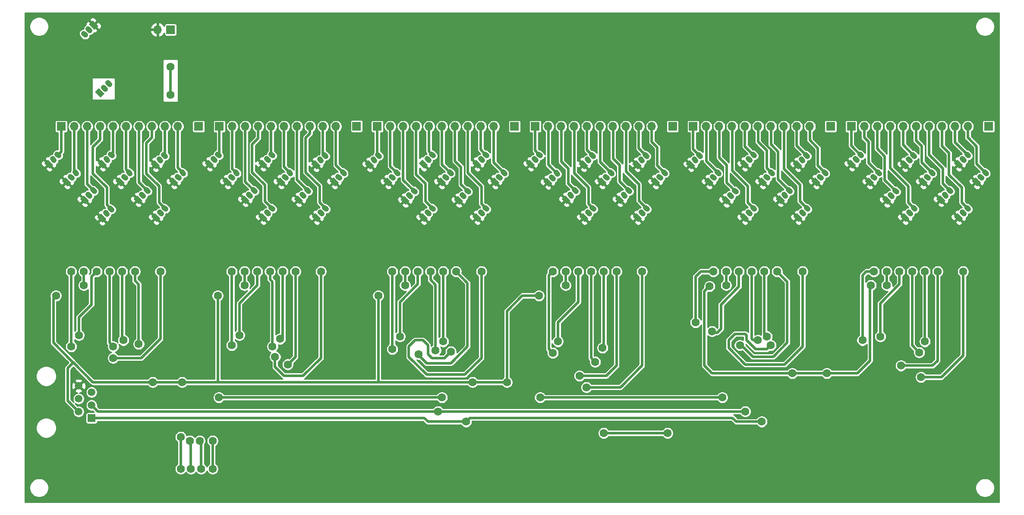
<source format=gbl>
G04 #@! TF.GenerationSoftware,KiCad,Pcbnew,5.1.5+dfsg1-2build2*
G04 #@! TF.CreationDate,2021-02-05T14:52:30+01:00*
G04 #@! TF.ProjectId,Nixie clock tubes driver,4e697869-6520-4636-9c6f-636b20747562,rev?*
G04 #@! TF.SameCoordinates,Original*
G04 #@! TF.FileFunction,Copper,L2,Bot*
G04 #@! TF.FilePolarity,Positive*
%FSLAX46Y46*%
G04 Gerber Fmt 4.6, Leading zero omitted, Abs format (unit mm)*
G04 Created by KiCad (PCBNEW 5.1.5+dfsg1-2build2) date 2021-02-05 14:52:30*
%MOMM*%
%LPD*%
G04 APERTURE LIST*
%ADD10C,1.050000*%
%ADD11C,0.150000*%
%ADD12R,1.520000X1.520000*%
%ADD13C,1.520000*%
%ADD14O,1.700000X1.700000*%
%ADD15R,1.700000X1.700000*%
%ADD16C,1.600000*%
%ADD17C,0.508000*%
%ADD18C,0.254000*%
G04 APERTURE END LIST*
D10*
X46340901Y-37840901D02*
X46659099Y-38159099D01*
X47238926Y-36942876D02*
X47557124Y-37261074D01*
G04 #@! TA.AperFunction,ComponentPad*
D11*
G36*
X45761073Y-39799587D02*
G01*
X44700413Y-38738927D01*
X45442875Y-37996465D01*
X46503535Y-39057125D01*
X45761073Y-39799587D01*
G37*
G04 #@! TD.AperFunction*
D10*
X141340901Y-62340901D02*
X141659099Y-62659099D01*
X142238926Y-61442876D02*
X142557124Y-61761074D01*
G04 #@! TA.AperFunction,ComponentPad*
D11*
G36*
X140761073Y-64299587D02*
G01*
X139700413Y-63238927D01*
X140442875Y-62496465D01*
X141503535Y-63557125D01*
X140761073Y-64299587D01*
G37*
G04 #@! TD.AperFunction*
D10*
X165840901Y-55340901D02*
X166159099Y-55659099D01*
X166738926Y-54442876D02*
X167057124Y-54761074D01*
G04 #@! TA.AperFunction,ComponentPad*
D11*
G36*
X165261073Y-57299587D02*
G01*
X164200413Y-56238927D01*
X164942875Y-55496465D01*
X166003535Y-56557125D01*
X165261073Y-57299587D01*
G37*
G04 #@! TD.AperFunction*
D10*
X176340901Y-55340901D02*
X176659099Y-55659099D01*
X177238926Y-54442876D02*
X177557124Y-54761074D01*
G04 #@! TA.AperFunction,ComponentPad*
D11*
G36*
X175761073Y-57299587D02*
G01*
X174700413Y-56238927D01*
X175442875Y-55496465D01*
X176503535Y-56557125D01*
X175761073Y-57299587D01*
G37*
G04 #@! TD.AperFunction*
D10*
X155340901Y-55340901D02*
X155659099Y-55659099D01*
X156238926Y-54442876D02*
X156557124Y-54761074D01*
G04 #@! TA.AperFunction,ComponentPad*
D11*
G36*
X154761073Y-57299587D02*
G01*
X153700413Y-56238927D01*
X154442875Y-55496465D01*
X155503535Y-56557125D01*
X154761073Y-57299587D01*
G37*
G04 #@! TD.AperFunction*
G04 #@! TA.AperFunction,ComponentPad*
G36*
X147761073Y-60799587D02*
G01*
X146700413Y-59738927D01*
X147442875Y-58996465D01*
X148503535Y-60057125D01*
X147761073Y-60799587D01*
G37*
G04 #@! TD.AperFunction*
D10*
X149238926Y-57942876D02*
X149557124Y-58261074D01*
X148340901Y-58840901D02*
X148659099Y-59159099D01*
G04 #@! TA.AperFunction,ComponentPad*
D11*
G36*
X140659099Y-53901561D02*
G01*
X139598439Y-52840901D01*
X140340901Y-52098439D01*
X141401561Y-53159099D01*
X140659099Y-53901561D01*
G37*
G04 #@! TD.AperFunction*
D10*
X142136952Y-51044850D02*
X142455150Y-51363048D01*
X141238927Y-51942875D02*
X141557125Y-52261073D01*
G04 #@! TA.AperFunction,ComponentPad*
D11*
G36*
X123261073Y-57299587D02*
G01*
X122200413Y-56238927D01*
X122942875Y-55496465D01*
X124003535Y-56557125D01*
X123261073Y-57299587D01*
G37*
G04 #@! TD.AperFunction*
D10*
X124738926Y-54442876D02*
X125057124Y-54761074D01*
X123840901Y-55340901D02*
X124159099Y-55659099D01*
G04 #@! TA.AperFunction,ComponentPad*
D11*
G36*
X88159099Y-53901561D02*
G01*
X87098439Y-52840901D01*
X87840901Y-52098439D01*
X88901561Y-53159099D01*
X88159099Y-53901561D01*
G37*
G04 #@! TD.AperFunction*
D10*
X89636952Y-51044850D02*
X89955150Y-51363048D01*
X88738927Y-51942875D02*
X89057125Y-52261073D01*
G04 #@! TA.AperFunction,ComponentPad*
D11*
G36*
X46159099Y-64401561D02*
G01*
X45098439Y-63340901D01*
X45840901Y-62598439D01*
X46901561Y-63659099D01*
X46159099Y-64401561D01*
G37*
G04 #@! TD.AperFunction*
D10*
X47636952Y-61544850D02*
X47955150Y-61863048D01*
X46738927Y-62442875D02*
X47057125Y-62761073D01*
D12*
X44000000Y-102800000D03*
D13*
X41460000Y-101530000D03*
X44000000Y-100260000D03*
X41460000Y-98990000D03*
X44000000Y-97720000D03*
X41460000Y-96450000D03*
D14*
X56960000Y-26500000D03*
D15*
X59500000Y-26500000D03*
D10*
X36340901Y-51840901D02*
X36659099Y-52159099D01*
X37238926Y-50942876D02*
X37557124Y-51261074D01*
G04 #@! TA.AperFunction,ComponentPad*
D11*
G36*
X35761073Y-53799587D02*
G01*
X34700413Y-52738927D01*
X35442875Y-51996465D01*
X36503535Y-53057125D01*
X35761073Y-53799587D01*
G37*
G04 #@! TD.AperFunction*
G04 #@! TA.AperFunction,ComponentPad*
G36*
X39261073Y-57299587D02*
G01*
X38200413Y-56238927D01*
X38942875Y-55496465D01*
X40003535Y-56557125D01*
X39261073Y-57299587D01*
G37*
G04 #@! TD.AperFunction*
D10*
X40738926Y-54442876D02*
X41057124Y-54761074D01*
X39840901Y-55340901D02*
X40159099Y-55659099D01*
X43340901Y-58840901D02*
X43659099Y-59159099D01*
X44238926Y-57942876D02*
X44557124Y-58261074D01*
G04 #@! TA.AperFunction,ComponentPad*
D11*
G36*
X42761073Y-60799587D02*
G01*
X41700413Y-59738927D01*
X42442875Y-58996465D01*
X43503535Y-60057125D01*
X42761073Y-60799587D01*
G37*
G04 #@! TD.AperFunction*
D10*
X46840901Y-51840901D02*
X47159099Y-52159099D01*
X47738926Y-50942876D02*
X48057124Y-51261074D01*
G04 #@! TA.AperFunction,ComponentPad*
D11*
G36*
X46261073Y-53799587D02*
G01*
X45200413Y-52738927D01*
X45942875Y-51996465D01*
X47003535Y-53057125D01*
X46261073Y-53799587D01*
G37*
G04 #@! TD.AperFunction*
G04 #@! TA.AperFunction,ComponentPad*
G36*
X49761073Y-57299587D02*
G01*
X48700413Y-56238927D01*
X49442875Y-55496465D01*
X50503535Y-56557125D01*
X49761073Y-57299587D01*
G37*
G04 #@! TD.AperFunction*
D10*
X51238926Y-54442876D02*
X51557124Y-54761074D01*
X50340901Y-55340901D02*
X50659099Y-55659099D01*
G04 #@! TA.AperFunction,ComponentPad*
D11*
G36*
X53261073Y-60799587D02*
G01*
X52200413Y-59738927D01*
X52942875Y-58996465D01*
X54003535Y-60057125D01*
X53261073Y-60799587D01*
G37*
G04 #@! TD.AperFunction*
D10*
X54738926Y-57942876D02*
X55057124Y-58261074D01*
X53840901Y-58840901D02*
X54159099Y-59159099D01*
X57340901Y-62340901D02*
X57659099Y-62659099D01*
X58238926Y-61442876D02*
X58557124Y-61761074D01*
G04 #@! TA.AperFunction,ComponentPad*
D11*
G36*
X56761073Y-64299587D02*
G01*
X55700413Y-63238927D01*
X56442875Y-62496465D01*
X57503535Y-63557125D01*
X56761073Y-64299587D01*
G37*
G04 #@! TD.AperFunction*
G04 #@! TA.AperFunction,ComponentPad*
G36*
X56659099Y-53901561D02*
G01*
X55598439Y-52840901D01*
X56340901Y-52098439D01*
X57401561Y-53159099D01*
X56659099Y-53901561D01*
G37*
G04 #@! TD.AperFunction*
D10*
X58136952Y-51044850D02*
X58455150Y-51363048D01*
X57238927Y-51942875D02*
X57557125Y-52261073D01*
X60840901Y-55340901D02*
X61159099Y-55659099D01*
X61738926Y-54442876D02*
X62057124Y-54761074D01*
G04 #@! TA.AperFunction,ComponentPad*
D11*
G36*
X60261073Y-57299587D02*
G01*
X59200413Y-56238927D01*
X59942875Y-55496465D01*
X61003535Y-56557125D01*
X60261073Y-57299587D01*
G37*
G04 #@! TD.AperFunction*
G04 #@! TA.AperFunction,ComponentPad*
G36*
X67261073Y-53799587D02*
G01*
X66200413Y-52738927D01*
X66942875Y-51996465D01*
X68003535Y-53057125D01*
X67261073Y-53799587D01*
G37*
G04 #@! TD.AperFunction*
D10*
X68738926Y-50942876D02*
X69057124Y-51261074D01*
X67840901Y-51840901D02*
X68159099Y-52159099D01*
X71340901Y-55340901D02*
X71659099Y-55659099D01*
X72238926Y-54442876D02*
X72557124Y-54761074D01*
G04 #@! TA.AperFunction,ComponentPad*
D11*
G36*
X70761073Y-57299587D02*
G01*
X69700413Y-56238927D01*
X70442875Y-55496465D01*
X71503535Y-56557125D01*
X70761073Y-57299587D01*
G37*
G04 #@! TD.AperFunction*
G04 #@! TA.AperFunction,ComponentPad*
G36*
X74261073Y-60799587D02*
G01*
X73200413Y-59738927D01*
X73942875Y-58996465D01*
X75003535Y-60057125D01*
X74261073Y-60799587D01*
G37*
G04 #@! TD.AperFunction*
D10*
X75738926Y-57942876D02*
X76057124Y-58261074D01*
X74840901Y-58840901D02*
X75159099Y-59159099D01*
X78340901Y-62340901D02*
X78659099Y-62659099D01*
X79238926Y-61442876D02*
X79557124Y-61761074D01*
G04 #@! TA.AperFunction,ComponentPad*
D11*
G36*
X77761073Y-64299587D02*
G01*
X76700413Y-63238927D01*
X77442875Y-62496465D01*
X78503535Y-63557125D01*
X77761073Y-64299587D01*
G37*
G04 #@! TD.AperFunction*
G04 #@! TA.AperFunction,ComponentPad*
G36*
X77761073Y-53799587D02*
G01*
X76700413Y-52738927D01*
X77442875Y-51996465D01*
X78503535Y-53057125D01*
X77761073Y-53799587D01*
G37*
G04 #@! TD.AperFunction*
D10*
X79238926Y-50942876D02*
X79557124Y-51261074D01*
X78340901Y-51840901D02*
X78659099Y-52159099D01*
G04 #@! TA.AperFunction,ComponentPad*
D11*
G36*
X81261073Y-57299587D02*
G01*
X80200413Y-56238927D01*
X80942875Y-55496465D01*
X82003535Y-56557125D01*
X81261073Y-57299587D01*
G37*
G04 #@! TD.AperFunction*
D10*
X82738926Y-54442876D02*
X83057124Y-54761074D01*
X81840901Y-55340901D02*
X82159099Y-55659099D01*
X85340901Y-58840901D02*
X85659099Y-59159099D01*
X86238926Y-57942876D02*
X86557124Y-58261074D01*
G04 #@! TA.AperFunction,ComponentPad*
D11*
G36*
X84761073Y-60799587D02*
G01*
X83700413Y-59738927D01*
X84442875Y-58996465D01*
X85503535Y-60057125D01*
X84761073Y-60799587D01*
G37*
G04 #@! TD.AperFunction*
D10*
X88840901Y-62340901D02*
X89159099Y-62659099D01*
X89738926Y-61442876D02*
X90057124Y-61761074D01*
G04 #@! TA.AperFunction,ComponentPad*
D11*
G36*
X88261073Y-64299587D02*
G01*
X87200413Y-63238927D01*
X87942875Y-62496465D01*
X89003535Y-63557125D01*
X88261073Y-64299587D01*
G37*
G04 #@! TD.AperFunction*
G04 #@! TA.AperFunction,ComponentPad*
G36*
X91761073Y-57299587D02*
G01*
X90700413Y-56238927D01*
X91442875Y-55496465D01*
X92503535Y-56557125D01*
X91761073Y-57299587D01*
G37*
G04 #@! TD.AperFunction*
D10*
X93238926Y-54442876D02*
X93557124Y-54761074D01*
X92340901Y-55340901D02*
X92659099Y-55659099D01*
G04 #@! TA.AperFunction,ComponentPad*
D11*
G36*
X98659099Y-53901561D02*
G01*
X97598439Y-52840901D01*
X98340901Y-52098439D01*
X99401561Y-53159099D01*
X98659099Y-53901561D01*
G37*
G04 #@! TD.AperFunction*
D10*
X100136952Y-51044850D02*
X100455150Y-51363048D01*
X99238927Y-51942875D02*
X99557125Y-52261073D01*
X102840901Y-55340901D02*
X103159099Y-55659099D01*
X103738926Y-54442876D02*
X104057124Y-54761074D01*
G04 #@! TA.AperFunction,ComponentPad*
D11*
G36*
X102261073Y-57299587D02*
G01*
X101200413Y-56238927D01*
X101942875Y-55496465D01*
X103003535Y-56557125D01*
X102261073Y-57299587D01*
G37*
G04 #@! TD.AperFunction*
G04 #@! TA.AperFunction,ComponentPad*
G36*
X105659099Y-60901561D02*
G01*
X104598439Y-59840901D01*
X105340901Y-59098439D01*
X106401561Y-60159099D01*
X105659099Y-60901561D01*
G37*
G04 #@! TD.AperFunction*
D10*
X107136952Y-58044850D02*
X107455150Y-58363048D01*
X106238927Y-58942875D02*
X106557125Y-59261073D01*
X109840901Y-62340901D02*
X110159099Y-62659099D01*
X110738926Y-61442876D02*
X111057124Y-61761074D01*
G04 #@! TA.AperFunction,ComponentPad*
D11*
G36*
X109261073Y-64299587D02*
G01*
X108200413Y-63238927D01*
X108942875Y-62496465D01*
X110003535Y-63557125D01*
X109261073Y-64299587D01*
G37*
G04 #@! TD.AperFunction*
D10*
X109840901Y-51840901D02*
X110159099Y-52159099D01*
X110738926Y-50942876D02*
X111057124Y-51261074D01*
G04 #@! TA.AperFunction,ComponentPad*
D11*
G36*
X109261073Y-53799587D02*
G01*
X108200413Y-52738927D01*
X108942875Y-51996465D01*
X110003535Y-53057125D01*
X109261073Y-53799587D01*
G37*
G04 #@! TD.AperFunction*
G04 #@! TA.AperFunction,ComponentPad*
G36*
X112761073Y-57299587D02*
G01*
X111700413Y-56238927D01*
X112442875Y-55496465D01*
X113503535Y-56557125D01*
X112761073Y-57299587D01*
G37*
G04 #@! TD.AperFunction*
D10*
X114238926Y-54442876D02*
X114557124Y-54761074D01*
X113340901Y-55340901D02*
X113659099Y-55659099D01*
G04 #@! TA.AperFunction,ComponentPad*
D11*
G36*
X116159099Y-60901561D02*
G01*
X115098439Y-59840901D01*
X115840901Y-59098439D01*
X116901561Y-60159099D01*
X116159099Y-60901561D01*
G37*
G04 #@! TD.AperFunction*
D10*
X117636952Y-58044850D02*
X117955150Y-58363048D01*
X116738927Y-58942875D02*
X117057125Y-59261073D01*
G04 #@! TA.AperFunction,ComponentPad*
D11*
G36*
X119761073Y-64299587D02*
G01*
X118700413Y-63238927D01*
X119442875Y-62496465D01*
X120503535Y-63557125D01*
X119761073Y-64299587D01*
G37*
G04 #@! TD.AperFunction*
D10*
X121238926Y-61442876D02*
X121557124Y-61761074D01*
X120340901Y-62340901D02*
X120659099Y-62659099D01*
X120340901Y-51840901D02*
X120659099Y-52159099D01*
X121238926Y-50942876D02*
X121557124Y-51261074D01*
G04 #@! TA.AperFunction,ComponentPad*
D11*
G36*
X119761073Y-53799587D02*
G01*
X118700413Y-52738927D01*
X119442875Y-51996465D01*
X120503535Y-53057125D01*
X119761073Y-53799587D01*
G37*
G04 #@! TD.AperFunction*
D10*
X130840901Y-51840901D02*
X131159099Y-52159099D01*
X131738926Y-50942876D02*
X132057124Y-51261074D01*
G04 #@! TA.AperFunction,ComponentPad*
D11*
G36*
X130261073Y-53799587D02*
G01*
X129200413Y-52738927D01*
X129942875Y-51996465D01*
X131003535Y-53057125D01*
X130261073Y-53799587D01*
G37*
G04 #@! TD.AperFunction*
G04 #@! TA.AperFunction,ComponentPad*
G36*
X133659099Y-57401561D02*
G01*
X132598439Y-56340901D01*
X133340901Y-55598439D01*
X134401561Y-56659099D01*
X133659099Y-57401561D01*
G37*
G04 #@! TD.AperFunction*
D10*
X135136952Y-54544850D02*
X135455150Y-54863048D01*
X134238927Y-55442875D02*
X134557125Y-55761073D01*
G04 #@! TA.AperFunction,ComponentPad*
D11*
G36*
X137261073Y-60799587D02*
G01*
X136200413Y-59738927D01*
X136942875Y-58996465D01*
X138003535Y-60057125D01*
X137261073Y-60799587D01*
G37*
G04 #@! TD.AperFunction*
D10*
X138738926Y-57942876D02*
X139057124Y-58261074D01*
X137840901Y-58840901D02*
X138159099Y-59159099D01*
X144840901Y-55340901D02*
X145159099Y-55659099D01*
X145738926Y-54442876D02*
X146057124Y-54761074D01*
G04 #@! TA.AperFunction,ComponentPad*
D11*
G36*
X144261073Y-57299587D02*
G01*
X143200413Y-56238927D01*
X143942875Y-55496465D01*
X145003535Y-56557125D01*
X144261073Y-57299587D01*
G37*
G04 #@! TD.AperFunction*
D10*
X151840901Y-62340901D02*
X152159099Y-62659099D01*
X152738926Y-61442876D02*
X153057124Y-61761074D01*
G04 #@! TA.AperFunction,ComponentPad*
D11*
G36*
X151261073Y-64299587D02*
G01*
X150200413Y-63238927D01*
X150942875Y-62496465D01*
X152003535Y-63557125D01*
X151261073Y-64299587D01*
G37*
G04 #@! TD.AperFunction*
G04 #@! TA.AperFunction,ComponentPad*
G36*
X151159099Y-53901561D02*
G01*
X150098439Y-52840901D01*
X150840901Y-52098439D01*
X151901561Y-53159099D01*
X151159099Y-53901561D01*
G37*
G04 #@! TD.AperFunction*
D10*
X152636952Y-51044850D02*
X152955150Y-51363048D01*
X151738927Y-51942875D02*
X152057125Y-52261073D01*
G04 #@! TA.AperFunction,ComponentPad*
D11*
G36*
X161659099Y-53901561D02*
G01*
X160598439Y-52840901D01*
X161340901Y-52098439D01*
X162401561Y-53159099D01*
X161659099Y-53901561D01*
G37*
G04 #@! TD.AperFunction*
D10*
X163136952Y-51044850D02*
X163455150Y-51363048D01*
X162238927Y-51942875D02*
X162557125Y-52261073D01*
G04 #@! TA.AperFunction,ComponentPad*
D11*
G36*
X168659099Y-60901561D02*
G01*
X167598439Y-59840901D01*
X168340901Y-59098439D01*
X169401561Y-60159099D01*
X168659099Y-60901561D01*
G37*
G04 #@! TD.AperFunction*
D10*
X170136952Y-58044850D02*
X170455150Y-58363048D01*
X169238927Y-58942875D02*
X169557125Y-59261073D01*
X172840901Y-62340901D02*
X173159099Y-62659099D01*
X173738926Y-61442876D02*
X174057124Y-61761074D01*
G04 #@! TA.AperFunction,ComponentPad*
D11*
G36*
X172261073Y-64299587D02*
G01*
X171200413Y-63238927D01*
X171942875Y-62496465D01*
X173003535Y-63557125D01*
X172261073Y-64299587D01*
G37*
G04 #@! TD.AperFunction*
G04 #@! TA.AperFunction,ComponentPad*
G36*
X172261073Y-53799587D02*
G01*
X171200413Y-52738927D01*
X171942875Y-51996465D01*
X173003535Y-53057125D01*
X172261073Y-53799587D01*
G37*
G04 #@! TD.AperFunction*
D10*
X173738926Y-50942876D02*
X174057124Y-51261074D01*
X172840901Y-51840901D02*
X173159099Y-52159099D01*
X179840901Y-58840901D02*
X180159099Y-59159099D01*
X180738926Y-57942876D02*
X181057124Y-58261074D01*
G04 #@! TA.AperFunction,ComponentPad*
D11*
G36*
X179261073Y-60799587D02*
G01*
X178200413Y-59738927D01*
X178942875Y-58996465D01*
X180003535Y-60057125D01*
X179261073Y-60799587D01*
G37*
G04 #@! TD.AperFunction*
D10*
X183340901Y-62340901D02*
X183659099Y-62659099D01*
X184238926Y-61442876D02*
X184557124Y-61761074D01*
G04 #@! TA.AperFunction,ComponentPad*
D11*
G36*
X182761073Y-64299587D02*
G01*
X181700413Y-63238927D01*
X182442875Y-62496465D01*
X183503535Y-63557125D01*
X182761073Y-64299587D01*
G37*
G04 #@! TD.AperFunction*
G04 #@! TA.AperFunction,ComponentPad*
G36*
X182659099Y-53901561D02*
G01*
X181598439Y-52840901D01*
X182340901Y-52098439D01*
X183401561Y-53159099D01*
X182659099Y-53901561D01*
G37*
G04 #@! TD.AperFunction*
D10*
X184136952Y-51044850D02*
X184455150Y-51363048D01*
X183238927Y-51942875D02*
X183557125Y-52261073D01*
X186840901Y-55340901D02*
X187159099Y-55659099D01*
X187738926Y-54442876D02*
X188057124Y-54761074D01*
G04 #@! TA.AperFunction,ComponentPad*
D11*
G36*
X186261073Y-57299587D02*
G01*
X185200413Y-56238927D01*
X185942875Y-55496465D01*
X187003535Y-56557125D01*
X186261073Y-57299587D01*
G37*
G04 #@! TD.AperFunction*
G04 #@! TA.AperFunction,ComponentPad*
G36*
X193261073Y-53799587D02*
G01*
X192200413Y-52738927D01*
X192942875Y-51996465D01*
X194003535Y-53057125D01*
X193261073Y-53799587D01*
G37*
G04 #@! TD.AperFunction*
D10*
X194738926Y-50942876D02*
X195057124Y-51261074D01*
X193840901Y-51840901D02*
X194159099Y-52159099D01*
X197340901Y-55340901D02*
X197659099Y-55659099D01*
X198238926Y-54442876D02*
X198557124Y-54761074D01*
G04 #@! TA.AperFunction,ComponentPad*
D11*
G36*
X196761073Y-57299587D02*
G01*
X195700413Y-56238927D01*
X196442875Y-55496465D01*
X197503535Y-56557125D01*
X196761073Y-57299587D01*
G37*
G04 #@! TD.AperFunction*
G04 #@! TA.AperFunction,ComponentPad*
G36*
X200159099Y-60901561D02*
G01*
X199098439Y-59840901D01*
X199840901Y-59098439D01*
X200901561Y-60159099D01*
X200159099Y-60901561D01*
G37*
G04 #@! TD.AperFunction*
D10*
X201636952Y-58044850D02*
X201955150Y-58363048D01*
X200738927Y-58942875D02*
X201057125Y-59261073D01*
X204340901Y-62340901D02*
X204659099Y-62659099D01*
X205238926Y-61442876D02*
X205557124Y-61761074D01*
G04 #@! TA.AperFunction,ComponentPad*
D11*
G36*
X203761073Y-64299587D02*
G01*
X202700413Y-63238927D01*
X203442875Y-62496465D01*
X204503535Y-63557125D01*
X203761073Y-64299587D01*
G37*
G04 #@! TD.AperFunction*
G04 #@! TA.AperFunction,ComponentPad*
G36*
X203659099Y-53901561D02*
G01*
X202598439Y-52840901D01*
X203340901Y-52098439D01*
X204401561Y-53159099D01*
X203659099Y-53901561D01*
G37*
G04 #@! TD.AperFunction*
D10*
X205136952Y-51044850D02*
X205455150Y-51363048D01*
X204238927Y-51942875D02*
X204557125Y-52261073D01*
X207840901Y-55340901D02*
X208159099Y-55659099D01*
X208738926Y-54442876D02*
X209057124Y-54761074D01*
G04 #@! TA.AperFunction,ComponentPad*
D11*
G36*
X207261073Y-57299587D02*
G01*
X206200413Y-56238927D01*
X206942875Y-55496465D01*
X208003535Y-56557125D01*
X207261073Y-57299587D01*
G37*
G04 #@! TD.AperFunction*
G04 #@! TA.AperFunction,ComponentPad*
G36*
X210761073Y-60799587D02*
G01*
X209700413Y-59738927D01*
X210442875Y-58996465D01*
X211503535Y-60057125D01*
X210761073Y-60799587D01*
G37*
G04 #@! TD.AperFunction*
D10*
X212238926Y-57942876D02*
X212557124Y-58261074D01*
X211340901Y-58840901D02*
X211659099Y-59159099D01*
X214840901Y-62340901D02*
X215159099Y-62659099D01*
X215738926Y-61442876D02*
X216057124Y-61761074D01*
G04 #@! TA.AperFunction,ComponentPad*
D11*
G36*
X214261073Y-64299587D02*
G01*
X213200413Y-63238927D01*
X213942875Y-62496465D01*
X215003535Y-63557125D01*
X214261073Y-64299587D01*
G37*
G04 #@! TD.AperFunction*
G04 #@! TA.AperFunction,ComponentPad*
G36*
X214261073Y-53799587D02*
G01*
X213200413Y-52738927D01*
X213942875Y-51996465D01*
X215003535Y-53057125D01*
X214261073Y-53799587D01*
G37*
G04 #@! TD.AperFunction*
D10*
X215738926Y-50942876D02*
X216057124Y-51261074D01*
X214840901Y-51840901D02*
X215159099Y-52159099D01*
X218340901Y-55340901D02*
X218659099Y-55659099D01*
X219238926Y-54442876D02*
X219557124Y-54761074D01*
G04 #@! TA.AperFunction,ComponentPad*
D11*
G36*
X217761073Y-57299587D02*
G01*
X216700413Y-56238927D01*
X217442875Y-55496465D01*
X218503535Y-56557125D01*
X217761073Y-57299587D01*
G37*
G04 #@! TD.AperFunction*
G04 #@! TA.AperFunction,ComponentPad*
G36*
X44238927Y-24700413D02*
G01*
X45299587Y-25761073D01*
X44557125Y-26503535D01*
X43496465Y-25442875D01*
X44238927Y-24700413D01*
G37*
G04 #@! TD.AperFunction*
D10*
X42761074Y-27557124D02*
X42442876Y-27238926D01*
X43659099Y-26659099D02*
X43340901Y-26340901D01*
D15*
X38050000Y-45500000D03*
D14*
X40590000Y-45500000D03*
X43130000Y-45500000D03*
X45670000Y-45500000D03*
X48210000Y-45500000D03*
X50750000Y-45500000D03*
X53290000Y-45500000D03*
X55830000Y-45500000D03*
X58370000Y-45500000D03*
X60910000Y-45500000D03*
D15*
X65000000Y-45500000D03*
D14*
X91930000Y-45500000D03*
X89390000Y-45500000D03*
X86850000Y-45500000D03*
X84310000Y-45500000D03*
X81770000Y-45500000D03*
X79230000Y-45500000D03*
X76690000Y-45500000D03*
X74150000Y-45500000D03*
X71610000Y-45500000D03*
D15*
X69070000Y-45500000D03*
X96000000Y-45450000D03*
D14*
X122910000Y-45500000D03*
X120370000Y-45500000D03*
X117830000Y-45500000D03*
X115290000Y-45500000D03*
X112750000Y-45500000D03*
X110210000Y-45500000D03*
X107670000Y-45500000D03*
X105130000Y-45500000D03*
X102590000Y-45500000D03*
D15*
X100050000Y-45500000D03*
X127000000Y-45500000D03*
X131050000Y-45500000D03*
D14*
X133590000Y-45500000D03*
X136130000Y-45500000D03*
X138670000Y-45500000D03*
X141210000Y-45500000D03*
X143750000Y-45500000D03*
X146290000Y-45500000D03*
X148830000Y-45500000D03*
X151370000Y-45500000D03*
X153910000Y-45500000D03*
D15*
X158000000Y-45500000D03*
D14*
X184910000Y-45500000D03*
X182370000Y-45500000D03*
X179830000Y-45500000D03*
X177290000Y-45500000D03*
X174750000Y-45500000D03*
X172210000Y-45500000D03*
X169670000Y-45500000D03*
X167130000Y-45500000D03*
X164590000Y-45500000D03*
D15*
X162050000Y-45500000D03*
X189000000Y-45500000D03*
X193050000Y-45500000D03*
D14*
X195590000Y-45500000D03*
X198130000Y-45500000D03*
X200670000Y-45500000D03*
X203210000Y-45500000D03*
X205750000Y-45500000D03*
X208290000Y-45500000D03*
X210830000Y-45500000D03*
X213370000Y-45500000D03*
X215910000Y-45500000D03*
D15*
X220000000Y-45500000D03*
D16*
X115000000Y-97500000D03*
X82250000Y-89250000D03*
X61250000Y-92750000D03*
X68750000Y-104750000D03*
X177750000Y-84750000D03*
X115000000Y-86500000D03*
X177300000Y-98700000D03*
X131750000Y-78750000D03*
X37000000Y-78750000D03*
X68750000Y-78750000D03*
X100250000Y-78750000D03*
X165250000Y-76900000D03*
X196900000Y-76700000D03*
X188250000Y-94000000D03*
X181500000Y-94000000D03*
X157000000Y-105750000D03*
X144500000Y-105750000D03*
X125500000Y-95750000D03*
X118750000Y-95750000D03*
X56000000Y-95750000D03*
X61750000Y-95750000D03*
X59500000Y-39250000D03*
X59500000Y-33750000D03*
X172250000Y-101500000D03*
X112000000Y-101500000D03*
X175500000Y-103500000D03*
X117500000Y-103500000D03*
X40000000Y-88750000D03*
X40000000Y-74000000D03*
X42500000Y-76700000D03*
X42500000Y-74000000D03*
X41500000Y-86500000D03*
X45000000Y-74000000D03*
X48250000Y-88750000D03*
X47500000Y-74000000D03*
X50250000Y-87500000D03*
X50000000Y-74000000D03*
X53250000Y-88250000D03*
X52500000Y-74000000D03*
X48250000Y-91000000D03*
X57500000Y-74000000D03*
X71500000Y-88500000D03*
X71500000Y-74000000D03*
X74000000Y-76700000D03*
X74000000Y-74000000D03*
X73000000Y-86500000D03*
X76500000Y-74000000D03*
X79000000Y-74000000D03*
X79500000Y-88750000D03*
X81000000Y-87250000D03*
X81500000Y-74000000D03*
X82500000Y-92250000D03*
X84000000Y-74000000D03*
X89000000Y-74000000D03*
X80000000Y-90750000D03*
X103000000Y-89250000D03*
X103000000Y-74000000D03*
X105500000Y-76700000D03*
X105500000Y-74000000D03*
X104500000Y-86750000D03*
X108000000Y-74000000D03*
X111500000Y-89500000D03*
X110500000Y-74000000D03*
X113000000Y-87750000D03*
X113000000Y-74000000D03*
X115500000Y-74000000D03*
X108200000Y-90250000D03*
X120500000Y-74000000D03*
X114500000Y-89750000D03*
X134500000Y-90000000D03*
X134500000Y-74000000D03*
X137000000Y-74000000D03*
X137000000Y-76700000D03*
X139500000Y-74000000D03*
X135500000Y-87750000D03*
X142800000Y-91750000D03*
X142000000Y-74000000D03*
X144250000Y-89000000D03*
X144500000Y-74000000D03*
X139750000Y-94500000D03*
X147000000Y-74000000D03*
X141100000Y-96750000D03*
X152000000Y-74000000D03*
X162500000Y-84000000D03*
X166000000Y-74000000D03*
X168500000Y-76700000D03*
X168500000Y-74000000D03*
X171000000Y-74000000D03*
X165750000Y-85750000D03*
X173500000Y-74000000D03*
X174750000Y-87500000D03*
X176000000Y-74000000D03*
X176500000Y-86750000D03*
X171200000Y-88500000D03*
X178500000Y-74000000D03*
X183500000Y-74000000D03*
X177250000Y-88500000D03*
X195250000Y-87500000D03*
X197500000Y-74000000D03*
X200000000Y-76700000D03*
X200000000Y-74000000D03*
X198750000Y-86750000D03*
X202500000Y-74000000D03*
X206400000Y-89900000D03*
X205000000Y-74000000D03*
X207500000Y-87750000D03*
X207500000Y-74000000D03*
X210000000Y-74000000D03*
X202800000Y-92500000D03*
X215000000Y-74000000D03*
X206750000Y-94750000D03*
X61500000Y-112750000D03*
X61500000Y-106500000D03*
X63500000Y-112750000D03*
X63250000Y-107250000D03*
X65500000Y-112750000D03*
X65200000Y-107250000D03*
X67750000Y-112750000D03*
X67750000Y-107250000D03*
X69000000Y-98750000D03*
X112750000Y-98750000D03*
X167750000Y-98750000D03*
X132000000Y-98750000D03*
D17*
X125500000Y-95750000D02*
X125500000Y-81750000D01*
X128500000Y-78750000D02*
X131750000Y-78750000D01*
X125500000Y-81750000D02*
X128500000Y-78750000D01*
X36500000Y-79250000D02*
X37000000Y-78750000D01*
X68750000Y-95750000D02*
X68750000Y-78750000D01*
X100250000Y-95750000D02*
X100250000Y-78750000D01*
X181500000Y-94000000D02*
X165750000Y-94000000D01*
X165750000Y-94000000D02*
X164250000Y-92500000D01*
X188250000Y-94000000D02*
X194250000Y-94000000D01*
X196750000Y-91500000D02*
X196750000Y-77000000D01*
X194250000Y-94000000D02*
X196750000Y-91500000D01*
X181500000Y-94000000D02*
X188250000Y-94000000D01*
X144500000Y-105750000D02*
X157000000Y-105750000D01*
X118750000Y-95750000D02*
X125500000Y-95750000D01*
X61750000Y-95750000D02*
X68750000Y-95750000D01*
X68750000Y-95750000D02*
X100250000Y-95750000D01*
X100250000Y-95750000D02*
X118750000Y-95750000D01*
X56000000Y-95750000D02*
X61750000Y-95750000D01*
X44250000Y-95750000D02*
X56000000Y-95750000D01*
X41460000Y-101530000D02*
X39300000Y-99370000D01*
X40000000Y-91500000D02*
X36500000Y-88000000D01*
X36500000Y-88000000D02*
X36500000Y-79250000D01*
X39300000Y-93000000D02*
X40400000Y-91900000D01*
X39300000Y-93400000D02*
X39300000Y-93000000D01*
X40000000Y-91500000D02*
X40400000Y-91900000D01*
X39300000Y-99370000D02*
X39300000Y-93400000D01*
X40400000Y-91900000D02*
X44250000Y-95750000D01*
X164250000Y-77900000D02*
X165250000Y-76900000D01*
X164250000Y-79850000D02*
X164250000Y-77900000D01*
X164250000Y-92500000D02*
X164250000Y-79850000D01*
X38070000Y-45500000D02*
X38070000Y-50430000D01*
X38070000Y-50430000D02*
X37770000Y-50730000D01*
X37398025Y-51101975D02*
X38070000Y-50430000D01*
X40590000Y-54293950D02*
X40898025Y-54601975D01*
X40590000Y-45500000D02*
X40590000Y-54293950D01*
X43130000Y-46702081D02*
X43130000Y-45500000D01*
X43130000Y-56830000D02*
X43130000Y-46702081D01*
X44398025Y-58098025D02*
X43130000Y-56830000D01*
X44398025Y-58101975D02*
X44398025Y-58098025D01*
X45690000Y-48060000D02*
X45690000Y-45500000D01*
X44250000Y-54750000D02*
X44250000Y-49500000D01*
X44250000Y-49500000D02*
X45690000Y-48060000D01*
X47000000Y-57500000D02*
X44250000Y-54750000D01*
X47000000Y-60900000D02*
X47000000Y-57500000D01*
X47796051Y-61696051D02*
X47000000Y-60900000D01*
X47796051Y-61703949D02*
X47796051Y-61696051D01*
X48200000Y-46712081D02*
X48210000Y-46702081D01*
X48200000Y-50700000D02*
X48200000Y-46712081D01*
X48210000Y-46702081D02*
X48210000Y-45500000D01*
X47898025Y-51001975D02*
X48200000Y-50700000D01*
X47898025Y-51101975D02*
X47898025Y-51001975D01*
X50770000Y-53230000D02*
X50770000Y-45500000D01*
X50770000Y-53970000D02*
X50770000Y-53230000D01*
X51398025Y-54598025D02*
X50770000Y-53970000D01*
X51398025Y-54601975D02*
X51398025Y-54598025D01*
X53310000Y-55770000D02*
X53310000Y-45500000D01*
X53310000Y-56510000D02*
X53310000Y-55770000D01*
X54898025Y-58098025D02*
X53310000Y-56510000D01*
X54898025Y-58101975D02*
X54898025Y-58098025D01*
X55850000Y-47650000D02*
X55850000Y-45500000D01*
X54750000Y-48750000D02*
X55850000Y-47650000D01*
X54750000Y-54750000D02*
X54750000Y-48750000D01*
X57250000Y-57250000D02*
X54750000Y-54750000D01*
X57250000Y-60450000D02*
X57250000Y-57250000D01*
X58398025Y-61598025D02*
X57250000Y-60450000D01*
X58398025Y-61601975D02*
X58398025Y-61598025D01*
X58370000Y-51130000D02*
X58296051Y-51203949D01*
X58370000Y-45500000D02*
X58370000Y-51130000D01*
X60930000Y-52890000D02*
X60930000Y-45500000D01*
X60930000Y-53630000D02*
X60930000Y-52890000D01*
X61898025Y-54598025D02*
X60930000Y-53630000D01*
X61898025Y-54601975D02*
X61898025Y-54598025D01*
X91930000Y-52390000D02*
X91930000Y-45500000D01*
X91930000Y-53130000D02*
X91930000Y-52390000D01*
X93398025Y-54598025D02*
X91930000Y-53130000D01*
X93398025Y-54601975D02*
X93398025Y-54598025D01*
X89390000Y-50797898D02*
X89796051Y-51203949D01*
X89390000Y-45500000D02*
X89390000Y-50797898D01*
X86000000Y-47750000D02*
X86850000Y-46900000D01*
X86000000Y-54500000D02*
X86000000Y-47750000D01*
X88750000Y-57250000D02*
X86000000Y-54500000D01*
X86850000Y-46900000D02*
X86850000Y-45500000D01*
X89898025Y-61598025D02*
X88750000Y-60450000D01*
X88750000Y-60450000D02*
X88750000Y-57250000D01*
X89898025Y-61601975D02*
X89898025Y-61598025D01*
X86398025Y-58098025D02*
X86398025Y-58101975D01*
X84310000Y-56010000D02*
X86398025Y-58098025D01*
X84310000Y-45500000D02*
X84310000Y-56010000D01*
X81770000Y-52730000D02*
X81770000Y-45500000D01*
X82898025Y-54598025D02*
X81770000Y-53470000D01*
X81770000Y-53470000D02*
X81770000Y-52730000D01*
X82898025Y-54601975D02*
X82898025Y-54598025D01*
X79230000Y-50933950D02*
X79398025Y-51101975D01*
X79230000Y-45500000D02*
X79230000Y-50933950D01*
X75500000Y-49000000D02*
X76690000Y-47810000D01*
X75500000Y-54500000D02*
X75500000Y-49000000D01*
X78000000Y-57000000D02*
X75500000Y-54500000D01*
X78000000Y-60200000D02*
X78000000Y-57000000D01*
X76690000Y-47810000D02*
X76690000Y-45500000D01*
X79398025Y-61598025D02*
X78000000Y-60200000D01*
X79398025Y-61601975D02*
X79398025Y-61598025D01*
X74150000Y-45500000D02*
X74150000Y-55610000D01*
X75898025Y-58101975D02*
X75898025Y-58098025D01*
X74150000Y-56350000D02*
X74150000Y-55610000D01*
X75898025Y-58098025D02*
X74150000Y-56350000D01*
X71610000Y-53070000D02*
X71610000Y-45500000D01*
X71610000Y-53810000D02*
X71610000Y-53070000D01*
X72398025Y-54598025D02*
X71610000Y-53810000D01*
X72398025Y-54601975D02*
X72398025Y-54598025D01*
X69070000Y-50930000D02*
X68898025Y-51101975D01*
X69070000Y-45500000D02*
X69070000Y-50930000D01*
X122910000Y-52613950D02*
X124898025Y-54601975D01*
X122910000Y-45500000D02*
X122910000Y-52613950D01*
X120370000Y-50073950D02*
X121398025Y-51101975D01*
X120370000Y-45500000D02*
X120370000Y-50073950D01*
X117850000Y-54650000D02*
X117850000Y-45500000D01*
X120500000Y-57300000D02*
X117850000Y-54650000D01*
X120500000Y-60700000D02*
X120500000Y-57300000D01*
X121398025Y-61598025D02*
X120500000Y-60700000D01*
X121398025Y-61601975D02*
X121398025Y-61598025D01*
X115310000Y-52310000D02*
X115310000Y-45500000D01*
X116500000Y-53500000D02*
X115310000Y-52310000D01*
X116500000Y-56900000D02*
X116500000Y-53500000D01*
X117796051Y-58196051D02*
X116500000Y-56900000D01*
X117796051Y-58203949D02*
X117796051Y-58196051D01*
X112770000Y-52230000D02*
X112770000Y-45500000D01*
X112770000Y-52970000D02*
X112770000Y-52230000D01*
X114398025Y-54598025D02*
X112770000Y-52970000D01*
X114398025Y-54601975D02*
X114398025Y-54598025D01*
X110210000Y-50413950D02*
X110898025Y-51101975D01*
X110210000Y-45500000D02*
X110210000Y-50413950D01*
X110898025Y-61598025D02*
X110898025Y-61601975D01*
X109500000Y-60200000D02*
X110898025Y-61598025D01*
X109500000Y-56750000D02*
X109500000Y-60200000D01*
X107690000Y-45500000D02*
X107690000Y-54690000D01*
X107690000Y-54940000D02*
X109500000Y-56750000D01*
X107690000Y-54690000D02*
X107690000Y-54940000D01*
X107296051Y-58196051D02*
X107296051Y-58203949D01*
X105150000Y-56050000D02*
X107296051Y-58196051D01*
X105150000Y-45500000D02*
X105150000Y-56050000D01*
X102610000Y-52570000D02*
X102610000Y-45500000D01*
X102610000Y-53310000D02*
X102610000Y-52570000D01*
X103898025Y-54598025D02*
X102610000Y-53310000D01*
X103898025Y-54601975D02*
X103898025Y-54598025D01*
X100050000Y-50957898D02*
X100296051Y-51203949D01*
X100050000Y-45500000D02*
X100050000Y-50957898D01*
X131050000Y-50253950D02*
X131898025Y-51101975D01*
X131050000Y-45500000D02*
X131050000Y-50253950D01*
X135296051Y-54696051D02*
X135296051Y-54703949D01*
X133610000Y-53010000D02*
X135296051Y-54696051D01*
X133610000Y-45500000D02*
X133610000Y-53010000D01*
X136150000Y-52400000D02*
X136150000Y-45500000D01*
X137500000Y-53750000D02*
X136150000Y-52400000D01*
X138898025Y-58098025D02*
X137500000Y-56700000D01*
X137500000Y-56700000D02*
X137500000Y-53750000D01*
X138898025Y-58101975D02*
X138898025Y-58098025D01*
X138690000Y-54690000D02*
X138690000Y-45500000D01*
X141500000Y-60700000D02*
X141500000Y-57500000D01*
X141500000Y-57500000D02*
X138690000Y-54690000D01*
X142398025Y-61598025D02*
X141500000Y-60700000D01*
X142398025Y-61601975D02*
X142398025Y-61598025D01*
X141210000Y-50117898D02*
X142296051Y-51203949D01*
X141210000Y-45500000D02*
X141210000Y-50117898D01*
X145898025Y-54598025D02*
X145898025Y-54601975D01*
X143770000Y-52470000D02*
X145898025Y-54598025D01*
X143770000Y-45500000D02*
X143770000Y-52470000D01*
X147625000Y-53125000D02*
X146310000Y-51810000D01*
X147625000Y-56325000D02*
X147625000Y-53125000D01*
X149398025Y-58098025D02*
X147625000Y-56325000D01*
X146310000Y-51810000D02*
X146310000Y-45500000D01*
X149398025Y-58101975D02*
X149398025Y-58098025D01*
X152898025Y-61598025D02*
X151400000Y-60100000D01*
X152898025Y-61601975D02*
X152898025Y-61598025D01*
X151400000Y-56900000D02*
X151400000Y-57100000D01*
X148850000Y-54350000D02*
X151400000Y-56900000D01*
X148850000Y-45500000D02*
X148850000Y-54350000D01*
X151400000Y-60100000D02*
X151400000Y-57100000D01*
X151370000Y-49777898D02*
X152796051Y-51203949D01*
X151370000Y-45500000D02*
X151370000Y-49777898D01*
X153910000Y-46702081D02*
X153900000Y-46712081D01*
X153910000Y-45500000D02*
X153910000Y-46702081D01*
X156398025Y-54601975D02*
X156398025Y-54598025D01*
X156398025Y-54598025D02*
X155000000Y-53200000D01*
X155000000Y-53200000D02*
X155000000Y-49600000D01*
X153900000Y-46712081D02*
X153900000Y-48500000D01*
X155000000Y-49600000D02*
X153900000Y-48500000D01*
X184930000Y-48180000D02*
X184930000Y-45500000D01*
X186500000Y-49750000D02*
X184930000Y-48180000D01*
X186500000Y-53200000D02*
X186500000Y-49750000D01*
X187898025Y-54598025D02*
X186500000Y-53200000D01*
X187898025Y-54601975D02*
X187898025Y-54598025D01*
X182370000Y-49277898D02*
X184296051Y-51203949D01*
X182370000Y-45500000D02*
X182370000Y-49277898D01*
X179850000Y-49850000D02*
X179850000Y-45500000D01*
X179850000Y-53850000D02*
X179850000Y-49850000D01*
X183000000Y-57000000D02*
X179850000Y-53850000D01*
X183000000Y-60200000D02*
X183000000Y-57000000D01*
X184398025Y-61598025D02*
X183000000Y-60200000D01*
X184398025Y-61601975D02*
X184398025Y-61598025D01*
X180898025Y-58098025D02*
X180898025Y-58101975D01*
X178725000Y-55925000D02*
X180898025Y-58098025D01*
X178725000Y-50475000D02*
X178725000Y-55925000D01*
X177310000Y-49060000D02*
X178725000Y-50475000D01*
X177310000Y-45500000D02*
X177310000Y-49060000D01*
X174770000Y-48520000D02*
X174770000Y-45500000D01*
X176500000Y-50250000D02*
X174770000Y-48520000D01*
X176500000Y-53700000D02*
X176500000Y-50250000D01*
X177398025Y-54598025D02*
X176500000Y-53700000D01*
X177398025Y-54601975D02*
X177398025Y-54598025D01*
X172210000Y-49413950D02*
X173898025Y-51101975D01*
X172210000Y-45500000D02*
X172210000Y-49413950D01*
X169690000Y-54190000D02*
X169690000Y-45500000D01*
X172750000Y-57250000D02*
X169690000Y-54190000D01*
X172750000Y-60450000D02*
X172750000Y-57250000D01*
X173898025Y-61598025D02*
X172750000Y-60450000D01*
X173898025Y-61601975D02*
X173898025Y-61598025D01*
X168625000Y-53125000D02*
X167150000Y-51650000D01*
X168625000Y-56525000D02*
X168625000Y-53125000D01*
X170296051Y-58196051D02*
X168625000Y-56525000D01*
X167150000Y-51650000D02*
X167150000Y-45500000D01*
X170296051Y-58203949D02*
X170296051Y-58196051D01*
X166898025Y-54598025D02*
X166898025Y-54601975D01*
X164610000Y-52310000D02*
X166898025Y-54598025D01*
X164610000Y-45500000D02*
X164610000Y-52310000D01*
X162050000Y-49957898D02*
X163296051Y-51203949D01*
X162050000Y-45500000D02*
X162050000Y-49957898D01*
X193050000Y-49253950D02*
X194898025Y-51101975D01*
X193050000Y-45500000D02*
X193050000Y-49253950D01*
X198398025Y-54601975D02*
X198398025Y-54598025D01*
X198398025Y-54598025D02*
X196439999Y-52639999D01*
X195590000Y-45500000D02*
X195590000Y-47690000D01*
X196439999Y-48539999D02*
X196439999Y-52639999D01*
X195590000Y-47690000D02*
X196439999Y-48539999D01*
X201796051Y-58196051D02*
X201796051Y-58203949D01*
X199625000Y-56025000D02*
X201796051Y-58196051D01*
X198150000Y-49900000D02*
X199625000Y-51375000D01*
X199625000Y-51375000D02*
X199625000Y-56025000D01*
X198150000Y-45500000D02*
X198150000Y-49900000D01*
X205398025Y-61598025D02*
X205398025Y-61601975D01*
X204250000Y-60450000D02*
X205398025Y-61598025D01*
X204250000Y-57250000D02*
X204250000Y-60450000D01*
X200690000Y-53690000D02*
X204250000Y-57250000D01*
X200690000Y-45500000D02*
X200690000Y-53690000D01*
X203230000Y-45500000D02*
X203230000Y-48190000D01*
X205296051Y-51203949D02*
X205296051Y-51196051D01*
X203230000Y-49130000D02*
X203230000Y-48190000D01*
X205296051Y-51196051D02*
X203230000Y-49130000D01*
X208898025Y-54598025D02*
X208898025Y-54601975D01*
X206900000Y-52600000D02*
X208898025Y-54598025D01*
X206900000Y-49400000D02*
X206900000Y-52600000D01*
X205770000Y-48270000D02*
X206900000Y-49400000D01*
X205770000Y-45500000D02*
X205770000Y-48270000D01*
X212398025Y-58098025D02*
X212398025Y-58101975D01*
X211000000Y-53750000D02*
X211000000Y-56700000D01*
X211000000Y-56700000D02*
X212398025Y-58098025D01*
X208310000Y-51060000D02*
X211000000Y-53750000D01*
X208310000Y-45500000D02*
X208310000Y-51060000D01*
X215898025Y-61598025D02*
X215898025Y-61601975D01*
X214750000Y-60450000D02*
X215898025Y-61598025D01*
X214750000Y-57500000D02*
X214750000Y-60450000D01*
X212250000Y-50750000D02*
X212250000Y-55000000D01*
X210850000Y-49350000D02*
X212250000Y-50750000D01*
X212250000Y-55000000D02*
X214750000Y-57500000D01*
X210850000Y-45500000D02*
X210850000Y-49350000D01*
X213390000Y-45500000D02*
X213390000Y-47850000D01*
X215898025Y-51101975D02*
X215898025Y-51098025D01*
X213390000Y-48590000D02*
X213390000Y-47850000D01*
X215898025Y-51098025D02*
X213390000Y-48590000D01*
X217675000Y-52875000D02*
X219398025Y-54598025D01*
X217675000Y-49425000D02*
X217675000Y-52875000D01*
X219398025Y-54598025D02*
X219398025Y-54601975D01*
X215930000Y-47680000D02*
X217675000Y-49425000D01*
X215930000Y-45500000D02*
X215930000Y-47680000D01*
X59500000Y-33750000D02*
X59500000Y-39250000D01*
X112000000Y-101500000D02*
X172250000Y-101500000D01*
X45240000Y-101500000D02*
X44000000Y-100260000D01*
X112000000Y-101500000D02*
X45240000Y-101500000D01*
X117500000Y-103500000D02*
X118250000Y-102750000D01*
X173250000Y-103500000D02*
X175500000Y-103500000D01*
X170500000Y-103500000D02*
X173250000Y-103500000D01*
X169750000Y-102750000D02*
X170500000Y-103500000D01*
X131500000Y-102750000D02*
X169750000Y-102750000D01*
X118250000Y-102750000D02*
X131500000Y-102750000D01*
X75948000Y-102802000D02*
X109302000Y-102802000D01*
X113750000Y-103500000D02*
X117500000Y-103500000D01*
X110000000Y-103500000D02*
X113750000Y-103500000D01*
X109302000Y-102802000D02*
X110000000Y-103500000D01*
X49396000Y-102800000D02*
X44000000Y-102800000D01*
X49398000Y-102802000D02*
X49396000Y-102800000D01*
X49398000Y-102802000D02*
X75948000Y-102802000D01*
X40000000Y-76000000D02*
X40000000Y-74000000D01*
X40000000Y-76000000D02*
X40000000Y-88750000D01*
X42500000Y-76750000D02*
X42250000Y-76750000D01*
X42500000Y-76200000D02*
X42200000Y-76500000D01*
X42500000Y-74000000D02*
X42500000Y-76200000D01*
X41500000Y-83000000D02*
X41500000Y-86500000D01*
X44000000Y-80500000D02*
X41500000Y-83000000D01*
X44000000Y-75000000D02*
X45000000Y-74000000D01*
X44000000Y-75300000D02*
X44000000Y-75000000D01*
X44000000Y-75300000D02*
X44000000Y-80500000D01*
X47500000Y-88000000D02*
X48250000Y-88750000D01*
X47500000Y-76000000D02*
X47500000Y-74000000D01*
X47500000Y-76000000D02*
X47500000Y-88000000D01*
X50000000Y-76250000D02*
X50000000Y-87250000D01*
X50000000Y-76250000D02*
X50000000Y-74000000D01*
X53250000Y-76550000D02*
X52500000Y-75800000D01*
X52500000Y-75800000D02*
X52500000Y-74000000D01*
X53250000Y-76550000D02*
X53250000Y-88250000D01*
X53750000Y-91000000D02*
X48250000Y-91000000D01*
X57500000Y-87250000D02*
X53750000Y-91000000D01*
X57500000Y-75000000D02*
X57500000Y-87250000D01*
X57500000Y-75000000D02*
X57500000Y-74000000D01*
X71500000Y-76500000D02*
X71500000Y-74000000D01*
X71500000Y-76500000D02*
X71500000Y-88500000D01*
X74000000Y-76500000D02*
X74000000Y-74000000D01*
X73000000Y-80250000D02*
X73000000Y-86500000D01*
X76500000Y-76750000D02*
X73000000Y-80250000D01*
X76500000Y-76000000D02*
X76500000Y-74000000D01*
X76500000Y-76000000D02*
X76500000Y-76750000D01*
X79000000Y-74000000D02*
X79000000Y-75500000D01*
X79000000Y-75500000D02*
X79500000Y-76000000D01*
X79500000Y-88750000D02*
X79500000Y-76000000D01*
X81500000Y-87250000D02*
X81000000Y-87250000D01*
X81500000Y-76500000D02*
X81500000Y-74000000D01*
X81500000Y-76500000D02*
X81500000Y-87250000D01*
X84000000Y-90750000D02*
X82500000Y-92250000D01*
X84000000Y-74000000D02*
X84000000Y-90750000D01*
X89000000Y-74000000D02*
X89000000Y-91000000D01*
X89000000Y-91000000D02*
X85500000Y-94500000D01*
X85500000Y-94500000D02*
X81750000Y-94500000D01*
X81750000Y-94500000D02*
X80000000Y-92750000D01*
X80000000Y-92750000D02*
X80000000Y-90750000D01*
X103000000Y-76700000D02*
X103000000Y-74000000D01*
X103000000Y-76700000D02*
X103000000Y-89250000D01*
X105500000Y-76900000D02*
X105500000Y-74000000D01*
X104500000Y-80000000D02*
X104500000Y-86750000D01*
X108000000Y-76500000D02*
X104500000Y-80000000D01*
X108000000Y-75900000D02*
X108000000Y-74000000D01*
X108000000Y-75900000D02*
X108000000Y-76500000D01*
X110500000Y-75600000D02*
X111500000Y-76600000D01*
X110500000Y-74000000D02*
X110500000Y-75600000D01*
X111500000Y-89500000D02*
X111500000Y-76600000D01*
X113000000Y-76800000D02*
X113000000Y-74000000D01*
X113000000Y-76800000D02*
X113000000Y-87750000D01*
X117750000Y-88750000D02*
X114500000Y-92000000D01*
X114500000Y-92000000D02*
X110250000Y-92000000D01*
X117750000Y-76250000D02*
X117750000Y-88750000D01*
X115500000Y-74000000D02*
X117750000Y-76250000D01*
X109750000Y-92000000D02*
X108000000Y-90250000D01*
X110250000Y-92000000D02*
X109750000Y-92000000D01*
X110750000Y-91000000D02*
X113250000Y-91000000D01*
X110000000Y-88500000D02*
X110000000Y-90250000D01*
X113250000Y-91000000D02*
X114500000Y-89750000D01*
X107500000Y-87500000D02*
X109000000Y-87500000D01*
X106250000Y-88750000D02*
X107500000Y-87500000D01*
X106250000Y-90750000D02*
X106250000Y-88750000D01*
X110000000Y-90250000D02*
X110750000Y-91000000D01*
X109750000Y-94250000D02*
X106250000Y-90750000D01*
X117250000Y-94250000D02*
X109750000Y-94250000D01*
X120500000Y-91000000D02*
X117250000Y-94250000D01*
X109000000Y-87500000D02*
X110000000Y-88500000D01*
X120500000Y-73750000D02*
X120500000Y-91000000D01*
X133750000Y-89250000D02*
X134500000Y-90000000D01*
X133700001Y-89200001D02*
X134500000Y-90000000D01*
X133700001Y-74799999D02*
X133700001Y-89200001D01*
X134500000Y-74000000D02*
X133700001Y-74799999D01*
X137000000Y-76900000D02*
X137000000Y-74000000D01*
X139500000Y-80000000D02*
X139500000Y-74000000D01*
X135500000Y-84000000D02*
X139500000Y-80000000D01*
X135500000Y-87750000D02*
X135500000Y-84000000D01*
X142000000Y-77000000D02*
X142000000Y-74000000D01*
X142000000Y-75131370D02*
X142000000Y-74000000D01*
X142000001Y-90950001D02*
X142000000Y-75131370D01*
X142800000Y-91750000D02*
X142000001Y-90950001D01*
X144500000Y-88750000D02*
X144250000Y-89000000D01*
X144500000Y-74000000D02*
X144500000Y-88750000D01*
X145000000Y-94500000D02*
X139750000Y-94500000D01*
X147000000Y-92500000D02*
X145000000Y-94500000D01*
X147000000Y-74000000D02*
X147000000Y-92500000D01*
X147750000Y-96750000D02*
X141250000Y-96750000D01*
X152000000Y-92500000D02*
X147750000Y-96750000D01*
X152000000Y-73750000D02*
X152000000Y-92500000D01*
X162500000Y-84000000D02*
X162500000Y-75000000D01*
X166000000Y-74000000D02*
X163500000Y-74000000D01*
X162500000Y-75000000D02*
X163500000Y-74000000D01*
X168500000Y-76000000D02*
X168500000Y-76900000D01*
X168500000Y-76900000D02*
X168500000Y-74000000D01*
X167500000Y-85250000D02*
X166750000Y-86000000D01*
X166750000Y-86000000D02*
X166000000Y-86000000D01*
X171000000Y-77000000D02*
X167500000Y-80500000D01*
X167500000Y-80500000D02*
X167500000Y-85250000D01*
X166000000Y-86000000D02*
X165750000Y-85750000D01*
X171000000Y-76500000D02*
X171000000Y-74000000D01*
X171000000Y-76500000D02*
X171000000Y-77000000D01*
X174750000Y-87500000D02*
X173750000Y-87500000D01*
X173750000Y-87500000D02*
X173500000Y-87250000D01*
X173500000Y-76000000D02*
X173500000Y-74000000D01*
X173500000Y-76000000D02*
X173500000Y-87250000D01*
X176000000Y-85250000D02*
X176000000Y-86250000D01*
X176000000Y-86250000D02*
X176500000Y-86750000D01*
X176000000Y-76000000D02*
X176000000Y-74000000D01*
X176000000Y-76000000D02*
X176000000Y-85250000D01*
X173750000Y-90750000D02*
X171500000Y-88500000D01*
X177750000Y-90750000D02*
X173750000Y-90750000D01*
X180500000Y-88000000D02*
X177750000Y-90750000D01*
X180500000Y-76000000D02*
X178500000Y-74000000D01*
X180500000Y-77000000D02*
X180500000Y-76000000D01*
X180500000Y-77000000D02*
X180500000Y-88000000D01*
X172250000Y-86250000D02*
X172500000Y-86500000D01*
X172500000Y-86500000D02*
X172500000Y-87500000D01*
X169000000Y-87500000D02*
X170250000Y-86250000D01*
X169000000Y-89000000D02*
X169000000Y-87500000D01*
X172250000Y-92250000D02*
X169000000Y-89000000D01*
X180000000Y-92250000D02*
X172250000Y-92250000D01*
X183500000Y-88750000D02*
X180000000Y-92250000D01*
X170250000Y-86250000D02*
X172250000Y-86250000D01*
X176500000Y-89250000D02*
X177250000Y-88500000D01*
X183500000Y-76500000D02*
X183500000Y-74000000D01*
X183500000Y-76500000D02*
X183500000Y-88750000D01*
X174250000Y-89250000D02*
X172500000Y-87500000D01*
X176500000Y-89250000D02*
X174250000Y-89250000D01*
X195250000Y-76250000D02*
X195250000Y-75250000D01*
X195250000Y-76750000D02*
X195250000Y-74750000D01*
X195250000Y-76250000D02*
X195250000Y-76750000D01*
X195250000Y-76750000D02*
X195250000Y-87500000D01*
X196000000Y-74000000D02*
X197500000Y-74000000D01*
X195250000Y-74750000D02*
X196000000Y-74000000D01*
X200000000Y-76700000D02*
X200000000Y-74000000D01*
X198750000Y-80250000D02*
X198750000Y-86750000D01*
X202500000Y-76500000D02*
X198750000Y-80250000D01*
X202500000Y-75800000D02*
X202500000Y-74000000D01*
X202500000Y-75800000D02*
X202500000Y-76500000D01*
X205000000Y-76000000D02*
X205000000Y-74000000D01*
X205000000Y-88500000D02*
X205000000Y-88100000D01*
X206400000Y-89900000D02*
X205000000Y-88500000D01*
X205000000Y-76000000D02*
X205000000Y-88100000D01*
X207500000Y-76200000D02*
X207500000Y-74000000D01*
X207500000Y-76200000D02*
X207500000Y-87750000D01*
X209000000Y-92500000D02*
X203000000Y-92500000D01*
X210000000Y-91500000D02*
X209000000Y-92500000D01*
X210000000Y-74000000D02*
X210000000Y-91500000D01*
X210750000Y-94750000D02*
X206750000Y-94750000D01*
X215000000Y-74500000D02*
X215000000Y-88500000D01*
X215000000Y-88500000D02*
X215000000Y-90500000D01*
X215000000Y-90500000D02*
X210750000Y-94750000D01*
X61500000Y-106500000D02*
X61500000Y-112750000D01*
X63500000Y-107500000D02*
X63500000Y-112750000D01*
X63250000Y-107250000D02*
X63500000Y-107500000D01*
X65500000Y-107250000D02*
X65500000Y-112750000D01*
X67750000Y-107250000D02*
X67750000Y-112750000D01*
X69000000Y-98750000D02*
X75250000Y-98750000D01*
X75250000Y-98750000D02*
X112750000Y-98750000D01*
X155250000Y-98750000D02*
X167750000Y-98750000D01*
X132000000Y-98750000D02*
X155250000Y-98750000D01*
D18*
G36*
X222053001Y-119303000D02*
G01*
X30947000Y-119303000D01*
X30947000Y-116313162D01*
X31803000Y-116313162D01*
X31803000Y-116686838D01*
X31875900Y-117053335D01*
X32018900Y-117398567D01*
X32226504Y-117709267D01*
X32490733Y-117973496D01*
X32801433Y-118181100D01*
X33146665Y-118324100D01*
X33513162Y-118397000D01*
X33886838Y-118397000D01*
X34253335Y-118324100D01*
X34598567Y-118181100D01*
X34909267Y-117973496D01*
X35173496Y-117709267D01*
X35381100Y-117398567D01*
X35524100Y-117053335D01*
X35597000Y-116686838D01*
X35597000Y-116313162D01*
X217403000Y-116313162D01*
X217403000Y-116686838D01*
X217475900Y-117053335D01*
X217618900Y-117398567D01*
X217826504Y-117709267D01*
X218090733Y-117973496D01*
X218401433Y-118181100D01*
X218746665Y-118324100D01*
X219113162Y-118397000D01*
X219486838Y-118397000D01*
X219853335Y-118324100D01*
X220198567Y-118181100D01*
X220509267Y-117973496D01*
X220773496Y-117709267D01*
X220981100Y-117398567D01*
X221124100Y-117053335D01*
X221197000Y-116686838D01*
X221197000Y-116313162D01*
X221124100Y-115946665D01*
X220981100Y-115601433D01*
X220773496Y-115290733D01*
X220509267Y-115026504D01*
X220198567Y-114818900D01*
X219853335Y-114675900D01*
X219486838Y-114603000D01*
X219113162Y-114603000D01*
X218746665Y-114675900D01*
X218401433Y-114818900D01*
X218090733Y-115026504D01*
X217826504Y-115290733D01*
X217618900Y-115601433D01*
X217475900Y-115946665D01*
X217403000Y-116313162D01*
X35597000Y-116313162D01*
X35524100Y-115946665D01*
X35381100Y-115601433D01*
X35173496Y-115290733D01*
X34909267Y-115026504D01*
X34598567Y-114818900D01*
X34253335Y-114675900D01*
X33886838Y-114603000D01*
X33513162Y-114603000D01*
X33146665Y-114675900D01*
X32801433Y-114818900D01*
X32490733Y-115026504D01*
X32226504Y-115290733D01*
X32018900Y-115601433D01*
X31875900Y-115946665D01*
X31803000Y-116313162D01*
X30947000Y-116313162D01*
X30947000Y-104510850D01*
X33088000Y-104510850D01*
X33088000Y-104909150D01*
X33165704Y-105299796D01*
X33318126Y-105667776D01*
X33539410Y-105998950D01*
X33821050Y-106280590D01*
X34152224Y-106501874D01*
X34520204Y-106654296D01*
X34910850Y-106732000D01*
X35309150Y-106732000D01*
X35699796Y-106654296D01*
X36067776Y-106501874D01*
X36247020Y-106382106D01*
X60303000Y-106382106D01*
X60303000Y-106617894D01*
X60349000Y-106849152D01*
X60439232Y-107066992D01*
X60570229Y-107263043D01*
X60736957Y-107429771D01*
X60849000Y-107504636D01*
X60849001Y-111745364D01*
X60736957Y-111820229D01*
X60570229Y-111986957D01*
X60439232Y-112183008D01*
X60349000Y-112400848D01*
X60303000Y-112632106D01*
X60303000Y-112867894D01*
X60349000Y-113099152D01*
X60439232Y-113316992D01*
X60570229Y-113513043D01*
X60736957Y-113679771D01*
X60933008Y-113810768D01*
X61150848Y-113901000D01*
X61382106Y-113947000D01*
X61617894Y-113947000D01*
X61849152Y-113901000D01*
X62066992Y-113810768D01*
X62263043Y-113679771D01*
X62429771Y-113513043D01*
X62500000Y-113407938D01*
X62570229Y-113513043D01*
X62736957Y-113679771D01*
X62933008Y-113810768D01*
X63150848Y-113901000D01*
X63382106Y-113947000D01*
X63617894Y-113947000D01*
X63849152Y-113901000D01*
X64066992Y-113810768D01*
X64263043Y-113679771D01*
X64429771Y-113513043D01*
X64500000Y-113407938D01*
X64570229Y-113513043D01*
X64736957Y-113679771D01*
X64933008Y-113810768D01*
X65150848Y-113901000D01*
X65382106Y-113947000D01*
X65617894Y-113947000D01*
X65849152Y-113901000D01*
X66066992Y-113810768D01*
X66263043Y-113679771D01*
X66429771Y-113513043D01*
X66560768Y-113316992D01*
X66625000Y-113161922D01*
X66689232Y-113316992D01*
X66820229Y-113513043D01*
X66986957Y-113679771D01*
X67183008Y-113810768D01*
X67400848Y-113901000D01*
X67632106Y-113947000D01*
X67867894Y-113947000D01*
X68099152Y-113901000D01*
X68316992Y-113810768D01*
X68513043Y-113679771D01*
X68679771Y-113513043D01*
X68810768Y-113316992D01*
X68901000Y-113099152D01*
X68947000Y-112867894D01*
X68947000Y-112632106D01*
X68901000Y-112400848D01*
X68810768Y-112183008D01*
X68679771Y-111986957D01*
X68513043Y-111820229D01*
X68401000Y-111745364D01*
X68401000Y-108254636D01*
X68513043Y-108179771D01*
X68679771Y-108013043D01*
X68810768Y-107816992D01*
X68901000Y-107599152D01*
X68947000Y-107367894D01*
X68947000Y-107132106D01*
X68901000Y-106900848D01*
X68810768Y-106683008D01*
X68679771Y-106486957D01*
X68513043Y-106320229D01*
X68316992Y-106189232D01*
X68099152Y-106099000D01*
X67867894Y-106053000D01*
X67632106Y-106053000D01*
X67400848Y-106099000D01*
X67183008Y-106189232D01*
X66986957Y-106320229D01*
X66820229Y-106486957D01*
X66689232Y-106683008D01*
X66599000Y-106900848D01*
X66553000Y-107132106D01*
X66553000Y-107367894D01*
X66599000Y-107599152D01*
X66689232Y-107816992D01*
X66820229Y-108013043D01*
X66986957Y-108179771D01*
X67099000Y-108254636D01*
X67099001Y-111745364D01*
X66986957Y-111820229D01*
X66820229Y-111986957D01*
X66689232Y-112183008D01*
X66625000Y-112338078D01*
X66560768Y-112183008D01*
X66429771Y-111986957D01*
X66263043Y-111820229D01*
X66151000Y-111745364D01*
X66151000Y-107981272D01*
X66260768Y-107816992D01*
X66351000Y-107599152D01*
X66397000Y-107367894D01*
X66397000Y-107132106D01*
X66351000Y-106900848D01*
X66260768Y-106683008D01*
X66129771Y-106486957D01*
X65963043Y-106320229D01*
X65766992Y-106189232D01*
X65549152Y-106099000D01*
X65317894Y-106053000D01*
X65082106Y-106053000D01*
X64850848Y-106099000D01*
X64633008Y-106189232D01*
X64436957Y-106320229D01*
X64270229Y-106486957D01*
X64225000Y-106554647D01*
X64179771Y-106486957D01*
X64013043Y-106320229D01*
X63816992Y-106189232D01*
X63599152Y-106099000D01*
X63367894Y-106053000D01*
X63132106Y-106053000D01*
X62900848Y-106099000D01*
X62683008Y-106189232D01*
X62661494Y-106203607D01*
X62651000Y-106150848D01*
X62560768Y-105933008D01*
X62429771Y-105736957D01*
X62324920Y-105632106D01*
X143303000Y-105632106D01*
X143303000Y-105867894D01*
X143349000Y-106099152D01*
X143439232Y-106316992D01*
X143570229Y-106513043D01*
X143736957Y-106679771D01*
X143933008Y-106810768D01*
X144150848Y-106901000D01*
X144382106Y-106947000D01*
X144617894Y-106947000D01*
X144849152Y-106901000D01*
X145066992Y-106810768D01*
X145263043Y-106679771D01*
X145429771Y-106513043D01*
X145504636Y-106401000D01*
X155995364Y-106401000D01*
X156070229Y-106513043D01*
X156236957Y-106679771D01*
X156433008Y-106810768D01*
X156650848Y-106901000D01*
X156882106Y-106947000D01*
X157117894Y-106947000D01*
X157349152Y-106901000D01*
X157566992Y-106810768D01*
X157763043Y-106679771D01*
X157929771Y-106513043D01*
X158060768Y-106316992D01*
X158151000Y-106099152D01*
X158197000Y-105867894D01*
X158197000Y-105632106D01*
X158151000Y-105400848D01*
X158060768Y-105183008D01*
X157929771Y-104986957D01*
X157763043Y-104820229D01*
X157566992Y-104689232D01*
X157349152Y-104599000D01*
X157117894Y-104553000D01*
X156882106Y-104553000D01*
X156650848Y-104599000D01*
X156433008Y-104689232D01*
X156236957Y-104820229D01*
X156070229Y-104986957D01*
X155995364Y-105099000D01*
X145504636Y-105099000D01*
X145429771Y-104986957D01*
X145263043Y-104820229D01*
X145066992Y-104689232D01*
X144849152Y-104599000D01*
X144617894Y-104553000D01*
X144382106Y-104553000D01*
X144150848Y-104599000D01*
X143933008Y-104689232D01*
X143736957Y-104820229D01*
X143570229Y-104986957D01*
X143439232Y-105183008D01*
X143349000Y-105400848D01*
X143303000Y-105632106D01*
X62324920Y-105632106D01*
X62263043Y-105570229D01*
X62066992Y-105439232D01*
X61849152Y-105349000D01*
X61617894Y-105303000D01*
X61382106Y-105303000D01*
X61150848Y-105349000D01*
X60933008Y-105439232D01*
X60736957Y-105570229D01*
X60570229Y-105736957D01*
X60439232Y-105933008D01*
X60349000Y-106150848D01*
X60303000Y-106382106D01*
X36247020Y-106382106D01*
X36398950Y-106280590D01*
X36680590Y-105998950D01*
X36901874Y-105667776D01*
X37054296Y-105299796D01*
X37132000Y-104909150D01*
X37132000Y-104510850D01*
X37054296Y-104120204D01*
X36901874Y-103752224D01*
X36680590Y-103421050D01*
X36398950Y-103139410D01*
X36067776Y-102918126D01*
X35699796Y-102765704D01*
X35309150Y-102688000D01*
X34910850Y-102688000D01*
X34520204Y-102765704D01*
X34152224Y-102918126D01*
X33821050Y-103139410D01*
X33539410Y-103421050D01*
X33318126Y-103752224D01*
X33165704Y-104120204D01*
X33088000Y-104510850D01*
X30947000Y-104510850D01*
X30947000Y-94350850D01*
X33088000Y-94350850D01*
X33088000Y-94749150D01*
X33165704Y-95139796D01*
X33318126Y-95507776D01*
X33539410Y-95838950D01*
X33821050Y-96120590D01*
X34152224Y-96341874D01*
X34520204Y-96494296D01*
X34910850Y-96572000D01*
X35309150Y-96572000D01*
X35699796Y-96494296D01*
X36067776Y-96341874D01*
X36398950Y-96120590D01*
X36680590Y-95838950D01*
X36901874Y-95507776D01*
X37054296Y-95139796D01*
X37132000Y-94749150D01*
X37132000Y-94350850D01*
X37054296Y-93960204D01*
X36901874Y-93592224D01*
X36680590Y-93261050D01*
X36398950Y-92979410D01*
X36067776Y-92758126D01*
X35699796Y-92605704D01*
X35309150Y-92528000D01*
X34910850Y-92528000D01*
X34520204Y-92605704D01*
X34152224Y-92758126D01*
X33821050Y-92979410D01*
X33539410Y-93261050D01*
X33318126Y-93592224D01*
X33165704Y-93960204D01*
X33088000Y-94350850D01*
X30947000Y-94350850D01*
X30947000Y-78632106D01*
X35803000Y-78632106D01*
X35803000Y-78867894D01*
X35849000Y-79099152D01*
X35858506Y-79122102D01*
X35858421Y-79122383D01*
X35845852Y-79250000D01*
X35849001Y-79281973D01*
X35849000Y-87968037D01*
X35845852Y-88000000D01*
X35849000Y-88031963D01*
X35849000Y-88031972D01*
X35858420Y-88127617D01*
X35895645Y-88250331D01*
X35918936Y-88293905D01*
X35956095Y-88363426D01*
X35979201Y-88391580D01*
X36037447Y-88462553D01*
X36062286Y-88482938D01*
X39479347Y-91900000D01*
X38862281Y-92517067D01*
X38837448Y-92537447D01*
X38756095Y-92636574D01*
X38695645Y-92749668D01*
X38658420Y-92872382D01*
X38649000Y-92968027D01*
X38649000Y-92968037D01*
X38645852Y-93000000D01*
X38649000Y-93031963D01*
X38649000Y-93431972D01*
X38649001Y-93431982D01*
X38649000Y-99338037D01*
X38645852Y-99370000D01*
X38649000Y-99401963D01*
X38649000Y-99401972D01*
X38658420Y-99497617D01*
X38695645Y-99620331D01*
X38695646Y-99620332D01*
X38756095Y-99733426D01*
X38791910Y-99777066D01*
X38837447Y-99832553D01*
X38862286Y-99852938D01*
X40323306Y-101313959D01*
X40303000Y-101416045D01*
X40303000Y-101643955D01*
X40347463Y-101867484D01*
X40434680Y-102078045D01*
X40561300Y-102267544D01*
X40722456Y-102428700D01*
X40911955Y-102555320D01*
X41122516Y-102642537D01*
X41346045Y-102687000D01*
X41573955Y-102687000D01*
X41797484Y-102642537D01*
X42008045Y-102555320D01*
X42197544Y-102428700D01*
X42358700Y-102267544D01*
X42485320Y-102078045D01*
X42501078Y-102040000D01*
X42841080Y-102040000D01*
X42841080Y-103560000D01*
X42848745Y-103637825D01*
X42871446Y-103712660D01*
X42908310Y-103781628D01*
X42957921Y-103842079D01*
X43018372Y-103891690D01*
X43087340Y-103928554D01*
X43162175Y-103951255D01*
X43240000Y-103958920D01*
X44760000Y-103958920D01*
X44837825Y-103951255D01*
X44912660Y-103928554D01*
X44981628Y-103891690D01*
X45042079Y-103842079D01*
X45091690Y-103781628D01*
X45128554Y-103712660D01*
X45151255Y-103637825D01*
X45158920Y-103560000D01*
X45158920Y-103451000D01*
X49345720Y-103451000D01*
X49366027Y-103453000D01*
X49366036Y-103453000D01*
X49397999Y-103456148D01*
X49429962Y-103453000D01*
X109032348Y-103453000D01*
X109517066Y-103937719D01*
X109537447Y-103962553D01*
X109562280Y-103982933D01*
X109562281Y-103982934D01*
X109636573Y-104043905D01*
X109697023Y-104076216D01*
X109749668Y-104104355D01*
X109872382Y-104141580D01*
X109968027Y-104151000D01*
X109968036Y-104151000D01*
X109999999Y-104154148D01*
X110031962Y-104151000D01*
X116495364Y-104151000D01*
X116570229Y-104263043D01*
X116736957Y-104429771D01*
X116933008Y-104560768D01*
X117150848Y-104651000D01*
X117382106Y-104697000D01*
X117617894Y-104697000D01*
X117849152Y-104651000D01*
X118066992Y-104560768D01*
X118263043Y-104429771D01*
X118429771Y-104263043D01*
X118560768Y-104066992D01*
X118651000Y-103849152D01*
X118697000Y-103617894D01*
X118697000Y-103401000D01*
X169480348Y-103401000D01*
X170017066Y-103937719D01*
X170037447Y-103962553D01*
X170062280Y-103982933D01*
X170062281Y-103982934D01*
X170136573Y-104043905D01*
X170197023Y-104076216D01*
X170249668Y-104104355D01*
X170372382Y-104141580D01*
X170468027Y-104151000D01*
X170468036Y-104151000D01*
X170499999Y-104154148D01*
X170531962Y-104151000D01*
X174495364Y-104151000D01*
X174570229Y-104263043D01*
X174736957Y-104429771D01*
X174933008Y-104560768D01*
X175150848Y-104651000D01*
X175382106Y-104697000D01*
X175617894Y-104697000D01*
X175849152Y-104651000D01*
X176066992Y-104560768D01*
X176263043Y-104429771D01*
X176429771Y-104263043D01*
X176560768Y-104066992D01*
X176651000Y-103849152D01*
X176697000Y-103617894D01*
X176697000Y-103382106D01*
X176651000Y-103150848D01*
X176560768Y-102933008D01*
X176429771Y-102736957D01*
X176263043Y-102570229D01*
X176066992Y-102439232D01*
X175849152Y-102349000D01*
X175617894Y-102303000D01*
X175382106Y-102303000D01*
X175150848Y-102349000D01*
X174933008Y-102439232D01*
X174736957Y-102570229D01*
X174570229Y-102736957D01*
X174495364Y-102849000D01*
X170769653Y-102849000D01*
X170232938Y-102312286D01*
X170212553Y-102287447D01*
X170113426Y-102206095D01*
X170010351Y-102151000D01*
X171245364Y-102151000D01*
X171320229Y-102263043D01*
X171486957Y-102429771D01*
X171683008Y-102560768D01*
X171900848Y-102651000D01*
X172132106Y-102697000D01*
X172367894Y-102697000D01*
X172599152Y-102651000D01*
X172816992Y-102560768D01*
X173013043Y-102429771D01*
X173179771Y-102263043D01*
X173310768Y-102066992D01*
X173401000Y-101849152D01*
X173447000Y-101617894D01*
X173447000Y-101382106D01*
X173401000Y-101150848D01*
X173310768Y-100933008D01*
X173179771Y-100736957D01*
X173013043Y-100570229D01*
X172816992Y-100439232D01*
X172599152Y-100349000D01*
X172367894Y-100303000D01*
X172132106Y-100303000D01*
X171900848Y-100349000D01*
X171683008Y-100439232D01*
X171486957Y-100570229D01*
X171320229Y-100736957D01*
X171245364Y-100849000D01*
X113004636Y-100849000D01*
X112929771Y-100736957D01*
X112763043Y-100570229D01*
X112566992Y-100439232D01*
X112349152Y-100349000D01*
X112117894Y-100303000D01*
X111882106Y-100303000D01*
X111650848Y-100349000D01*
X111433008Y-100439232D01*
X111236957Y-100570229D01*
X111070229Y-100736957D01*
X110995364Y-100849000D01*
X45509653Y-100849000D01*
X45136694Y-100476041D01*
X45157000Y-100373955D01*
X45157000Y-100146045D01*
X45112537Y-99922516D01*
X45025320Y-99711955D01*
X44898700Y-99522456D01*
X44737544Y-99361300D01*
X44548045Y-99234680D01*
X44337484Y-99147463D01*
X44113955Y-99103000D01*
X43886045Y-99103000D01*
X43662516Y-99147463D01*
X43451955Y-99234680D01*
X43262456Y-99361300D01*
X43101300Y-99522456D01*
X42974680Y-99711955D01*
X42887463Y-99922516D01*
X42843000Y-100146045D01*
X42843000Y-100373955D01*
X42887463Y-100597484D01*
X42974680Y-100808045D01*
X43101300Y-100997544D01*
X43262456Y-101158700D01*
X43451955Y-101285320D01*
X43662516Y-101372537D01*
X43886045Y-101417000D01*
X44113955Y-101417000D01*
X44216041Y-101396694D01*
X44460427Y-101641080D01*
X43240000Y-101641080D01*
X43162175Y-101648745D01*
X43087340Y-101671446D01*
X43018372Y-101708310D01*
X42957921Y-101757921D01*
X42908310Y-101818372D01*
X42871446Y-101887340D01*
X42848745Y-101962175D01*
X42841080Y-102040000D01*
X42501078Y-102040000D01*
X42572537Y-101867484D01*
X42617000Y-101643955D01*
X42617000Y-101416045D01*
X42572537Y-101192516D01*
X42485320Y-100981955D01*
X42358700Y-100792456D01*
X42197544Y-100631300D01*
X42008045Y-100504680D01*
X41797484Y-100417463D01*
X41573955Y-100373000D01*
X41346045Y-100373000D01*
X41243959Y-100393306D01*
X40773377Y-99922725D01*
X40911955Y-100015320D01*
X41122516Y-100102537D01*
X41346045Y-100147000D01*
X41573955Y-100147000D01*
X41797484Y-100102537D01*
X42008045Y-100015320D01*
X42197544Y-99888700D01*
X42358700Y-99727544D01*
X42485320Y-99538045D01*
X42572537Y-99327484D01*
X42617000Y-99103955D01*
X42617000Y-98876045D01*
X42572537Y-98652516D01*
X42485320Y-98441955D01*
X42358700Y-98252456D01*
X42197544Y-98091300D01*
X42008045Y-97964680D01*
X41797484Y-97877463D01*
X41604288Y-97839034D01*
X41804303Y-97808806D01*
X42062777Y-97715527D01*
X42177363Y-97654281D01*
X42190794Y-97606045D01*
X42843000Y-97606045D01*
X42843000Y-97833955D01*
X42887463Y-98057484D01*
X42974680Y-98268045D01*
X43101300Y-98457544D01*
X43262456Y-98618700D01*
X43451955Y-98745320D01*
X43662516Y-98832537D01*
X43886045Y-98877000D01*
X44113955Y-98877000D01*
X44337484Y-98832537D01*
X44548045Y-98745320D01*
X44717480Y-98632106D01*
X67803000Y-98632106D01*
X67803000Y-98867894D01*
X67849000Y-99099152D01*
X67939232Y-99316992D01*
X68070229Y-99513043D01*
X68236957Y-99679771D01*
X68433008Y-99810768D01*
X68650848Y-99901000D01*
X68882106Y-99947000D01*
X69117894Y-99947000D01*
X69349152Y-99901000D01*
X69566992Y-99810768D01*
X69763043Y-99679771D01*
X69929771Y-99513043D01*
X70004636Y-99401000D01*
X111745364Y-99401000D01*
X111820229Y-99513043D01*
X111986957Y-99679771D01*
X112183008Y-99810768D01*
X112400848Y-99901000D01*
X112632106Y-99947000D01*
X112867894Y-99947000D01*
X113099152Y-99901000D01*
X113316992Y-99810768D01*
X113513043Y-99679771D01*
X113679771Y-99513043D01*
X113810768Y-99316992D01*
X113901000Y-99099152D01*
X113947000Y-98867894D01*
X113947000Y-98632106D01*
X130803000Y-98632106D01*
X130803000Y-98867894D01*
X130849000Y-99099152D01*
X130939232Y-99316992D01*
X131070229Y-99513043D01*
X131236957Y-99679771D01*
X131433008Y-99810768D01*
X131650848Y-99901000D01*
X131882106Y-99947000D01*
X132117894Y-99947000D01*
X132349152Y-99901000D01*
X132566992Y-99810768D01*
X132763043Y-99679771D01*
X132929771Y-99513043D01*
X133004636Y-99401000D01*
X166745364Y-99401000D01*
X166820229Y-99513043D01*
X166986957Y-99679771D01*
X167183008Y-99810768D01*
X167400848Y-99901000D01*
X167632106Y-99947000D01*
X167867894Y-99947000D01*
X168099152Y-99901000D01*
X168316992Y-99810768D01*
X168513043Y-99679771D01*
X168679771Y-99513043D01*
X168810768Y-99316992D01*
X168901000Y-99099152D01*
X168947000Y-98867894D01*
X168947000Y-98632106D01*
X168901000Y-98400848D01*
X168810768Y-98183008D01*
X168679771Y-97986957D01*
X168513043Y-97820229D01*
X168316992Y-97689232D01*
X168099152Y-97599000D01*
X167867894Y-97553000D01*
X167632106Y-97553000D01*
X167400848Y-97599000D01*
X167183008Y-97689232D01*
X166986957Y-97820229D01*
X166820229Y-97986957D01*
X166745364Y-98099000D01*
X133004636Y-98099000D01*
X132929771Y-97986957D01*
X132763043Y-97820229D01*
X132566992Y-97689232D01*
X132349152Y-97599000D01*
X132117894Y-97553000D01*
X131882106Y-97553000D01*
X131650848Y-97599000D01*
X131433008Y-97689232D01*
X131236957Y-97820229D01*
X131070229Y-97986957D01*
X130939232Y-98183008D01*
X130849000Y-98400848D01*
X130803000Y-98632106D01*
X113947000Y-98632106D01*
X113901000Y-98400848D01*
X113810768Y-98183008D01*
X113679771Y-97986957D01*
X113513043Y-97820229D01*
X113316992Y-97689232D01*
X113099152Y-97599000D01*
X112867894Y-97553000D01*
X112632106Y-97553000D01*
X112400848Y-97599000D01*
X112183008Y-97689232D01*
X111986957Y-97820229D01*
X111820229Y-97986957D01*
X111745364Y-98099000D01*
X70004636Y-98099000D01*
X69929771Y-97986957D01*
X69763043Y-97820229D01*
X69566992Y-97689232D01*
X69349152Y-97599000D01*
X69117894Y-97553000D01*
X68882106Y-97553000D01*
X68650848Y-97599000D01*
X68433008Y-97689232D01*
X68236957Y-97820229D01*
X68070229Y-97986957D01*
X67939232Y-98183008D01*
X67849000Y-98400848D01*
X67803000Y-98632106D01*
X44717480Y-98632106D01*
X44737544Y-98618700D01*
X44898700Y-98457544D01*
X45025320Y-98268045D01*
X45112537Y-98057484D01*
X45157000Y-97833955D01*
X45157000Y-97606045D01*
X45112537Y-97382516D01*
X45025320Y-97171955D01*
X44898700Y-96982456D01*
X44737544Y-96821300D01*
X44548045Y-96694680D01*
X44337484Y-96607463D01*
X44113955Y-96563000D01*
X43886045Y-96563000D01*
X43662516Y-96607463D01*
X43451955Y-96694680D01*
X43262456Y-96821300D01*
X43101300Y-96982456D01*
X42974680Y-97171955D01*
X42887463Y-97382516D01*
X42843000Y-97606045D01*
X42190794Y-97606045D01*
X42244142Y-97414454D01*
X41460000Y-96630312D01*
X40675858Y-97414454D01*
X40742637Y-97654281D01*
X40991364Y-97771091D01*
X41258101Y-97837133D01*
X41312564Y-97839660D01*
X41122516Y-97877463D01*
X40911955Y-97964680D01*
X40722456Y-98091300D01*
X40561300Y-98252456D01*
X40434680Y-98441955D01*
X40347463Y-98652516D01*
X40303000Y-98876045D01*
X40303000Y-99103955D01*
X40347463Y-99327484D01*
X40434680Y-99538045D01*
X40527276Y-99676623D01*
X39951000Y-99100348D01*
X39951000Y-96522597D01*
X40060132Y-96522597D01*
X40101194Y-96794303D01*
X40194473Y-97052777D01*
X40255719Y-97167363D01*
X40495546Y-97234142D01*
X41279688Y-96450000D01*
X41640312Y-96450000D01*
X42424454Y-97234142D01*
X42664281Y-97167363D01*
X42781091Y-96918636D01*
X42847133Y-96651899D01*
X42859868Y-96377403D01*
X42818806Y-96105697D01*
X42725527Y-95847223D01*
X42664281Y-95732637D01*
X42424454Y-95665858D01*
X41640312Y-96450000D01*
X41279688Y-96450000D01*
X40495546Y-95665858D01*
X40255719Y-95732637D01*
X40138909Y-95981364D01*
X40072867Y-96248101D01*
X40060132Y-96522597D01*
X39951000Y-96522597D01*
X39951000Y-95485546D01*
X40675858Y-95485546D01*
X41460000Y-96269688D01*
X42244142Y-95485546D01*
X42177363Y-95245719D01*
X41928636Y-95128909D01*
X41661899Y-95062867D01*
X41387403Y-95050132D01*
X41115697Y-95091194D01*
X40857223Y-95184473D01*
X40742637Y-95245719D01*
X40675858Y-95485546D01*
X39951000Y-95485546D01*
X39951000Y-93269652D01*
X40400000Y-92820652D01*
X43767067Y-96187720D01*
X43787447Y-96212553D01*
X43886574Y-96293905D01*
X43999668Y-96354355D01*
X44122382Y-96391580D01*
X44218027Y-96401000D01*
X44218036Y-96401000D01*
X44249999Y-96404148D01*
X44281962Y-96401000D01*
X54995364Y-96401000D01*
X55070229Y-96513043D01*
X55236957Y-96679771D01*
X55433008Y-96810768D01*
X55650848Y-96901000D01*
X55882106Y-96947000D01*
X56117894Y-96947000D01*
X56349152Y-96901000D01*
X56566992Y-96810768D01*
X56763043Y-96679771D01*
X56929771Y-96513043D01*
X57004636Y-96401000D01*
X60745364Y-96401000D01*
X60820229Y-96513043D01*
X60986957Y-96679771D01*
X61183008Y-96810768D01*
X61400848Y-96901000D01*
X61632106Y-96947000D01*
X61867894Y-96947000D01*
X62099152Y-96901000D01*
X62316992Y-96810768D01*
X62513043Y-96679771D01*
X62679771Y-96513043D01*
X62754636Y-96401000D01*
X68718027Y-96401000D01*
X68750000Y-96404149D01*
X68781973Y-96401000D01*
X100218027Y-96401000D01*
X100250000Y-96404149D01*
X100281973Y-96401000D01*
X117745364Y-96401000D01*
X117820229Y-96513043D01*
X117986957Y-96679771D01*
X118183008Y-96810768D01*
X118400848Y-96901000D01*
X118632106Y-96947000D01*
X118867894Y-96947000D01*
X119099152Y-96901000D01*
X119316992Y-96810768D01*
X119513043Y-96679771D01*
X119679771Y-96513043D01*
X119754636Y-96401000D01*
X124495364Y-96401000D01*
X124570229Y-96513043D01*
X124736957Y-96679771D01*
X124933008Y-96810768D01*
X125150848Y-96901000D01*
X125382106Y-96947000D01*
X125617894Y-96947000D01*
X125849152Y-96901000D01*
X126066992Y-96810768D01*
X126263043Y-96679771D01*
X126310708Y-96632106D01*
X139903000Y-96632106D01*
X139903000Y-96867894D01*
X139949000Y-97099152D01*
X140039232Y-97316992D01*
X140170229Y-97513043D01*
X140336957Y-97679771D01*
X140533008Y-97810768D01*
X140750848Y-97901000D01*
X140982106Y-97947000D01*
X141217894Y-97947000D01*
X141449152Y-97901000D01*
X141666992Y-97810768D01*
X141863043Y-97679771D01*
X142029771Y-97513043D01*
X142104636Y-97401000D01*
X147718037Y-97401000D01*
X147750000Y-97404148D01*
X147781963Y-97401000D01*
X147781973Y-97401000D01*
X147877618Y-97391580D01*
X148000332Y-97354355D01*
X148113426Y-97293905D01*
X148212553Y-97212553D01*
X148232938Y-97187714D01*
X152437720Y-92982933D01*
X152462553Y-92962553D01*
X152520800Y-92891580D01*
X152543905Y-92863426D01*
X152604355Y-92750332D01*
X152641580Y-92627618D01*
X152643871Y-92604354D01*
X152651000Y-92531973D01*
X152651000Y-92531965D01*
X152654148Y-92500000D01*
X152651000Y-92468035D01*
X152651000Y-83882106D01*
X161303000Y-83882106D01*
X161303000Y-84117894D01*
X161349000Y-84349152D01*
X161439232Y-84566992D01*
X161570229Y-84763043D01*
X161736957Y-84929771D01*
X161933008Y-85060768D01*
X162150848Y-85151000D01*
X162382106Y-85197000D01*
X162617894Y-85197000D01*
X162849152Y-85151000D01*
X163066992Y-85060768D01*
X163263043Y-84929771D01*
X163429771Y-84763043D01*
X163560768Y-84566992D01*
X163599001Y-84474690D01*
X163599000Y-92468037D01*
X163595852Y-92500000D01*
X163599000Y-92531963D01*
X163599000Y-92531972D01*
X163608420Y-92627617D01*
X163645645Y-92750331D01*
X163662558Y-92781973D01*
X163706095Y-92863426D01*
X163729200Y-92891579D01*
X163787447Y-92962553D01*
X163812286Y-92982938D01*
X165267067Y-94437720D01*
X165287447Y-94462553D01*
X165312280Y-94482933D01*
X165312281Y-94482934D01*
X165341951Y-94507284D01*
X165386574Y-94543905D01*
X165499668Y-94604355D01*
X165622382Y-94641580D01*
X165718027Y-94651000D01*
X165718036Y-94651000D01*
X165749999Y-94654148D01*
X165781962Y-94651000D01*
X180495364Y-94651000D01*
X180570229Y-94763043D01*
X180736957Y-94929771D01*
X180933008Y-95060768D01*
X181150848Y-95151000D01*
X181382106Y-95197000D01*
X181617894Y-95197000D01*
X181849152Y-95151000D01*
X182066992Y-95060768D01*
X182263043Y-94929771D01*
X182429771Y-94763043D01*
X182504636Y-94651000D01*
X187245364Y-94651000D01*
X187320229Y-94763043D01*
X187486957Y-94929771D01*
X187683008Y-95060768D01*
X187900848Y-95151000D01*
X188132106Y-95197000D01*
X188367894Y-95197000D01*
X188599152Y-95151000D01*
X188816992Y-95060768D01*
X189013043Y-94929771D01*
X189179771Y-94763043D01*
X189254636Y-94651000D01*
X194218037Y-94651000D01*
X194250000Y-94654148D01*
X194281963Y-94651000D01*
X194281973Y-94651000D01*
X194377618Y-94641580D01*
X194408849Y-94632106D01*
X205553000Y-94632106D01*
X205553000Y-94867894D01*
X205599000Y-95099152D01*
X205689232Y-95316992D01*
X205820229Y-95513043D01*
X205986957Y-95679771D01*
X206183008Y-95810768D01*
X206400848Y-95901000D01*
X206632106Y-95947000D01*
X206867894Y-95947000D01*
X207099152Y-95901000D01*
X207316992Y-95810768D01*
X207513043Y-95679771D01*
X207679771Y-95513043D01*
X207754636Y-95401000D01*
X210718037Y-95401000D01*
X210750000Y-95404148D01*
X210781963Y-95401000D01*
X210781973Y-95401000D01*
X210877618Y-95391580D01*
X211000332Y-95354355D01*
X211113426Y-95293905D01*
X211212553Y-95212553D01*
X211232938Y-95187714D01*
X215437720Y-90982933D01*
X215462553Y-90962553D01*
X215520800Y-90891580D01*
X215543905Y-90863426D01*
X215604355Y-90750332D01*
X215641580Y-90627618D01*
X215643871Y-90604354D01*
X215651000Y-90531973D01*
X215651000Y-90531965D01*
X215654148Y-90500000D01*
X215651000Y-90468035D01*
X215651000Y-75004636D01*
X215763043Y-74929771D01*
X215929771Y-74763043D01*
X216060768Y-74566992D01*
X216151000Y-74349152D01*
X216197000Y-74117894D01*
X216197000Y-73882106D01*
X216151000Y-73650848D01*
X216060768Y-73433008D01*
X215929771Y-73236957D01*
X215763043Y-73070229D01*
X215566992Y-72939232D01*
X215349152Y-72849000D01*
X215117894Y-72803000D01*
X214882106Y-72803000D01*
X214650848Y-72849000D01*
X214433008Y-72939232D01*
X214236957Y-73070229D01*
X214070229Y-73236957D01*
X213939232Y-73433008D01*
X213849000Y-73650848D01*
X213803000Y-73882106D01*
X213803000Y-74117894D01*
X213849000Y-74349152D01*
X213939232Y-74566992D01*
X214070229Y-74763043D01*
X214236957Y-74929771D01*
X214349000Y-75004636D01*
X214349001Y-88468018D01*
X214349000Y-88468028D01*
X214349001Y-90230346D01*
X210480348Y-94099000D01*
X207754636Y-94099000D01*
X207679771Y-93986957D01*
X207513043Y-93820229D01*
X207316992Y-93689232D01*
X207099152Y-93599000D01*
X206867894Y-93553000D01*
X206632106Y-93553000D01*
X206400848Y-93599000D01*
X206183008Y-93689232D01*
X205986957Y-93820229D01*
X205820229Y-93986957D01*
X205689232Y-94183008D01*
X205599000Y-94400848D01*
X205553000Y-94632106D01*
X194408849Y-94632106D01*
X194500332Y-94604355D01*
X194613426Y-94543905D01*
X194712553Y-94462553D01*
X194732938Y-94437714D01*
X196788546Y-92382106D01*
X201603000Y-92382106D01*
X201603000Y-92617894D01*
X201649000Y-92849152D01*
X201739232Y-93066992D01*
X201870229Y-93263043D01*
X202036957Y-93429771D01*
X202233008Y-93560768D01*
X202450848Y-93651000D01*
X202682106Y-93697000D01*
X202917894Y-93697000D01*
X203149152Y-93651000D01*
X203366992Y-93560768D01*
X203563043Y-93429771D01*
X203729771Y-93263043D01*
X203804636Y-93151000D01*
X208968037Y-93151000D01*
X209000000Y-93154148D01*
X209031963Y-93151000D01*
X209031973Y-93151000D01*
X209127618Y-93141580D01*
X209250332Y-93104355D01*
X209363426Y-93043905D01*
X209462553Y-92962553D01*
X209482938Y-92937714D01*
X210437719Y-91982934D01*
X210462553Y-91962553D01*
X210543905Y-91863426D01*
X210604355Y-91750332D01*
X210641580Y-91627618D01*
X210651000Y-91531973D01*
X210651000Y-91531972D01*
X210654149Y-91500000D01*
X210651000Y-91468027D01*
X210651000Y-75004636D01*
X210763043Y-74929771D01*
X210929771Y-74763043D01*
X211060768Y-74566992D01*
X211151000Y-74349152D01*
X211197000Y-74117894D01*
X211197000Y-73882106D01*
X211151000Y-73650848D01*
X211060768Y-73433008D01*
X210929771Y-73236957D01*
X210763043Y-73070229D01*
X210566992Y-72939232D01*
X210349152Y-72849000D01*
X210117894Y-72803000D01*
X209882106Y-72803000D01*
X209650848Y-72849000D01*
X209433008Y-72939232D01*
X209236957Y-73070229D01*
X209070229Y-73236957D01*
X208939232Y-73433008D01*
X208849000Y-73650848D01*
X208803000Y-73882106D01*
X208803000Y-74117894D01*
X208849000Y-74349152D01*
X208939232Y-74566992D01*
X209070229Y-74763043D01*
X209236957Y-74929771D01*
X209349000Y-75004636D01*
X209349001Y-91230346D01*
X208730348Y-91849000D01*
X203804636Y-91849000D01*
X203729771Y-91736957D01*
X203563043Y-91570229D01*
X203366992Y-91439232D01*
X203149152Y-91349000D01*
X202917894Y-91303000D01*
X202682106Y-91303000D01*
X202450848Y-91349000D01*
X202233008Y-91439232D01*
X202036957Y-91570229D01*
X201870229Y-91736957D01*
X201739232Y-91933008D01*
X201649000Y-92150848D01*
X201603000Y-92382106D01*
X196788546Y-92382106D01*
X197187721Y-91982932D01*
X197212553Y-91962553D01*
X197293905Y-91863426D01*
X197354355Y-91750332D01*
X197391580Y-91627618D01*
X197401000Y-91531973D01*
X197401000Y-91531963D01*
X197404148Y-91500000D01*
X197401000Y-91468037D01*
X197401000Y-86632106D01*
X197553000Y-86632106D01*
X197553000Y-86867894D01*
X197599000Y-87099152D01*
X197689232Y-87316992D01*
X197820229Y-87513043D01*
X197986957Y-87679771D01*
X198183008Y-87810768D01*
X198400848Y-87901000D01*
X198632106Y-87947000D01*
X198867894Y-87947000D01*
X199099152Y-87901000D01*
X199316992Y-87810768D01*
X199513043Y-87679771D01*
X199679771Y-87513043D01*
X199810768Y-87316992D01*
X199901000Y-87099152D01*
X199947000Y-86867894D01*
X199947000Y-86632106D01*
X199901000Y-86400848D01*
X199810768Y-86183008D01*
X199679771Y-85986957D01*
X199513043Y-85820229D01*
X199401000Y-85745364D01*
X199401000Y-80519652D01*
X202937720Y-76982933D01*
X202962553Y-76962553D01*
X202991225Y-76927617D01*
X203043905Y-76863426D01*
X203104355Y-76750332D01*
X203141580Y-76627618D01*
X203147902Y-76563425D01*
X203151000Y-76531973D01*
X203151000Y-76531965D01*
X203154148Y-76500000D01*
X203151000Y-76468035D01*
X203151000Y-75004636D01*
X203263043Y-74929771D01*
X203429771Y-74763043D01*
X203560768Y-74566992D01*
X203651000Y-74349152D01*
X203697000Y-74117894D01*
X203697000Y-73882106D01*
X203803000Y-73882106D01*
X203803000Y-74117894D01*
X203849000Y-74349152D01*
X203939232Y-74566992D01*
X204070229Y-74763043D01*
X204236957Y-74929771D01*
X204349000Y-75004636D01*
X204349000Y-75968028D01*
X204349001Y-88068017D01*
X204349000Y-88068027D01*
X204349000Y-88468037D01*
X204345852Y-88500000D01*
X204349000Y-88531963D01*
X204349000Y-88531972D01*
X204358420Y-88627617D01*
X204395645Y-88750331D01*
X204412558Y-88781973D01*
X204456095Y-88863426D01*
X204479201Y-88891580D01*
X204537447Y-88962553D01*
X204562286Y-88982938D01*
X205229289Y-89649942D01*
X205203000Y-89782106D01*
X205203000Y-90017894D01*
X205249000Y-90249152D01*
X205339232Y-90466992D01*
X205470229Y-90663043D01*
X205636957Y-90829771D01*
X205833008Y-90960768D01*
X206050848Y-91051000D01*
X206282106Y-91097000D01*
X206517894Y-91097000D01*
X206749152Y-91051000D01*
X206966992Y-90960768D01*
X207163043Y-90829771D01*
X207329771Y-90663043D01*
X207460768Y-90466992D01*
X207551000Y-90249152D01*
X207597000Y-90017894D01*
X207597000Y-89782106D01*
X207551000Y-89550848D01*
X207460768Y-89333008D01*
X207329771Y-89136957D01*
X207163043Y-88970229D01*
X206966992Y-88839232D01*
X206749152Y-88749000D01*
X206517894Y-88703000D01*
X206282106Y-88703000D01*
X206149942Y-88729289D01*
X205651000Y-88230348D01*
X205651000Y-75004636D01*
X205763043Y-74929771D01*
X205929771Y-74763043D01*
X206060768Y-74566992D01*
X206151000Y-74349152D01*
X206197000Y-74117894D01*
X206197000Y-73882106D01*
X206303000Y-73882106D01*
X206303000Y-74117894D01*
X206349000Y-74349152D01*
X206439232Y-74566992D01*
X206570229Y-74763043D01*
X206736957Y-74929771D01*
X206849001Y-75004636D01*
X206849000Y-76168027D01*
X206849000Y-76168028D01*
X206849001Y-86745364D01*
X206736957Y-86820229D01*
X206570229Y-86986957D01*
X206439232Y-87183008D01*
X206349000Y-87400848D01*
X206303000Y-87632106D01*
X206303000Y-87867894D01*
X206349000Y-88099152D01*
X206439232Y-88316992D01*
X206570229Y-88513043D01*
X206736957Y-88679771D01*
X206933008Y-88810768D01*
X207150848Y-88901000D01*
X207382106Y-88947000D01*
X207617894Y-88947000D01*
X207849152Y-88901000D01*
X208066992Y-88810768D01*
X208263043Y-88679771D01*
X208429771Y-88513043D01*
X208560768Y-88316992D01*
X208651000Y-88099152D01*
X208697000Y-87867894D01*
X208697000Y-87632106D01*
X208651000Y-87400848D01*
X208560768Y-87183008D01*
X208429771Y-86986957D01*
X208263043Y-86820229D01*
X208151000Y-86745364D01*
X208151000Y-75004636D01*
X208263043Y-74929771D01*
X208429771Y-74763043D01*
X208560768Y-74566992D01*
X208651000Y-74349152D01*
X208697000Y-74117894D01*
X208697000Y-73882106D01*
X208651000Y-73650848D01*
X208560768Y-73433008D01*
X208429771Y-73236957D01*
X208263043Y-73070229D01*
X208066992Y-72939232D01*
X207849152Y-72849000D01*
X207617894Y-72803000D01*
X207382106Y-72803000D01*
X207150848Y-72849000D01*
X206933008Y-72939232D01*
X206736957Y-73070229D01*
X206570229Y-73236957D01*
X206439232Y-73433008D01*
X206349000Y-73650848D01*
X206303000Y-73882106D01*
X206197000Y-73882106D01*
X206151000Y-73650848D01*
X206060768Y-73433008D01*
X205929771Y-73236957D01*
X205763043Y-73070229D01*
X205566992Y-72939232D01*
X205349152Y-72849000D01*
X205117894Y-72803000D01*
X204882106Y-72803000D01*
X204650848Y-72849000D01*
X204433008Y-72939232D01*
X204236957Y-73070229D01*
X204070229Y-73236957D01*
X203939232Y-73433008D01*
X203849000Y-73650848D01*
X203803000Y-73882106D01*
X203697000Y-73882106D01*
X203651000Y-73650848D01*
X203560768Y-73433008D01*
X203429771Y-73236957D01*
X203263043Y-73070229D01*
X203066992Y-72939232D01*
X202849152Y-72849000D01*
X202617894Y-72803000D01*
X202382106Y-72803000D01*
X202150848Y-72849000D01*
X201933008Y-72939232D01*
X201736957Y-73070229D01*
X201570229Y-73236957D01*
X201439232Y-73433008D01*
X201349000Y-73650848D01*
X201303000Y-73882106D01*
X201303000Y-74117894D01*
X201349000Y-74349152D01*
X201439232Y-74566992D01*
X201570229Y-74763043D01*
X201736957Y-74929771D01*
X201849000Y-75004636D01*
X201849000Y-76230347D01*
X201180996Y-76898351D01*
X201197000Y-76817894D01*
X201197000Y-76582106D01*
X201151000Y-76350848D01*
X201060768Y-76133008D01*
X200929771Y-75936957D01*
X200763043Y-75770229D01*
X200651000Y-75695364D01*
X200651000Y-75004636D01*
X200763043Y-74929771D01*
X200929771Y-74763043D01*
X201060768Y-74566992D01*
X201151000Y-74349152D01*
X201197000Y-74117894D01*
X201197000Y-73882106D01*
X201151000Y-73650848D01*
X201060768Y-73433008D01*
X200929771Y-73236957D01*
X200763043Y-73070229D01*
X200566992Y-72939232D01*
X200349152Y-72849000D01*
X200117894Y-72803000D01*
X199882106Y-72803000D01*
X199650848Y-72849000D01*
X199433008Y-72939232D01*
X199236957Y-73070229D01*
X199070229Y-73236957D01*
X198939232Y-73433008D01*
X198849000Y-73650848D01*
X198803000Y-73882106D01*
X198803000Y-74117894D01*
X198849000Y-74349152D01*
X198939232Y-74566992D01*
X199070229Y-74763043D01*
X199236957Y-74929771D01*
X199349001Y-75004636D01*
X199349000Y-75695364D01*
X199236957Y-75770229D01*
X199070229Y-75936957D01*
X198939232Y-76133008D01*
X198849000Y-76350848D01*
X198803000Y-76582106D01*
X198803000Y-76817894D01*
X198849000Y-77049152D01*
X198939232Y-77266992D01*
X199070229Y-77463043D01*
X199236957Y-77629771D01*
X199433008Y-77760768D01*
X199650848Y-77851000D01*
X199882106Y-77897000D01*
X200117894Y-77897000D01*
X200198351Y-77880996D01*
X198312286Y-79767062D01*
X198287447Y-79787447D01*
X198267066Y-79812282D01*
X198206095Y-79886574D01*
X198196702Y-79904148D01*
X198145645Y-79999669D01*
X198108420Y-80122383D01*
X198099000Y-80218028D01*
X198099000Y-80218037D01*
X198095852Y-80250000D01*
X198099000Y-80281963D01*
X198099001Y-85745364D01*
X197986957Y-85820229D01*
X197820229Y-85986957D01*
X197689232Y-86183008D01*
X197599000Y-86400848D01*
X197553000Y-86632106D01*
X197401000Y-86632106D01*
X197401000Y-77788103D01*
X197466992Y-77760768D01*
X197663043Y-77629771D01*
X197829771Y-77463043D01*
X197960768Y-77266992D01*
X198051000Y-77049152D01*
X198097000Y-76817894D01*
X198097000Y-76582106D01*
X198051000Y-76350848D01*
X197960768Y-76133008D01*
X197829771Y-75936957D01*
X197663043Y-75770229D01*
X197466992Y-75639232D01*
X197249152Y-75549000D01*
X197017894Y-75503000D01*
X196782106Y-75503000D01*
X196550848Y-75549000D01*
X196333008Y-75639232D01*
X196136957Y-75770229D01*
X195970229Y-75936957D01*
X195901000Y-76040566D01*
X195901000Y-75019652D01*
X196269653Y-74651000D01*
X196495364Y-74651000D01*
X196570229Y-74763043D01*
X196736957Y-74929771D01*
X196933008Y-75060768D01*
X197150848Y-75151000D01*
X197382106Y-75197000D01*
X197617894Y-75197000D01*
X197849152Y-75151000D01*
X198066992Y-75060768D01*
X198263043Y-74929771D01*
X198429771Y-74763043D01*
X198560768Y-74566992D01*
X198651000Y-74349152D01*
X198697000Y-74117894D01*
X198697000Y-73882106D01*
X198651000Y-73650848D01*
X198560768Y-73433008D01*
X198429771Y-73236957D01*
X198263043Y-73070229D01*
X198066992Y-72939232D01*
X197849152Y-72849000D01*
X197617894Y-72803000D01*
X197382106Y-72803000D01*
X197150848Y-72849000D01*
X196933008Y-72939232D01*
X196736957Y-73070229D01*
X196570229Y-73236957D01*
X196495364Y-73349000D01*
X196031962Y-73349000D01*
X195999999Y-73345852D01*
X195968036Y-73349000D01*
X195968027Y-73349000D01*
X195872382Y-73358420D01*
X195749668Y-73395645D01*
X195697023Y-73423784D01*
X195636573Y-73456095D01*
X195583479Y-73499669D01*
X195537447Y-73537447D01*
X195517066Y-73562281D01*
X194812281Y-74267067D01*
X194787448Y-74287447D01*
X194767068Y-74312280D01*
X194767066Y-74312282D01*
X194706095Y-74386574D01*
X194650926Y-74489790D01*
X194645646Y-74499668D01*
X194608421Y-74622382D01*
X194604872Y-74658420D01*
X194595852Y-74750000D01*
X194599001Y-74781972D01*
X194599000Y-76218025D01*
X194599000Y-76718028D01*
X194599001Y-86495364D01*
X194486957Y-86570229D01*
X194320229Y-86736957D01*
X194189232Y-86933008D01*
X194099000Y-87150848D01*
X194053000Y-87382106D01*
X194053000Y-87617894D01*
X194099000Y-87849152D01*
X194189232Y-88066992D01*
X194320229Y-88263043D01*
X194486957Y-88429771D01*
X194683008Y-88560768D01*
X194900848Y-88651000D01*
X195132106Y-88697000D01*
X195367894Y-88697000D01*
X195599152Y-88651000D01*
X195816992Y-88560768D01*
X196013043Y-88429771D01*
X196099000Y-88343814D01*
X196099000Y-91230347D01*
X193980348Y-93349000D01*
X189254636Y-93349000D01*
X189179771Y-93236957D01*
X189013043Y-93070229D01*
X188816992Y-92939232D01*
X188599152Y-92849000D01*
X188367894Y-92803000D01*
X188132106Y-92803000D01*
X187900848Y-92849000D01*
X187683008Y-92939232D01*
X187486957Y-93070229D01*
X187320229Y-93236957D01*
X187245364Y-93349000D01*
X182504636Y-93349000D01*
X182429771Y-93236957D01*
X182263043Y-93070229D01*
X182066992Y-92939232D01*
X181849152Y-92849000D01*
X181617894Y-92803000D01*
X181382106Y-92803000D01*
X181150848Y-92849000D01*
X180933008Y-92939232D01*
X180736957Y-93070229D01*
X180570229Y-93236957D01*
X180495364Y-93349000D01*
X166019653Y-93349000D01*
X164901000Y-92230348D01*
X164901000Y-87500000D01*
X168345852Y-87500000D01*
X168349001Y-87531972D01*
X168349000Y-88968037D01*
X168345852Y-89000000D01*
X168349000Y-89031963D01*
X168349000Y-89031972D01*
X168358420Y-89127617D01*
X168395645Y-89250331D01*
X168395646Y-89250332D01*
X168456095Y-89363426D01*
X168479200Y-89391579D01*
X168537447Y-89462553D01*
X168562286Y-89482938D01*
X171767067Y-92687720D01*
X171787447Y-92712553D01*
X171812280Y-92732933D01*
X171812281Y-92732934D01*
X171886573Y-92793905D01*
X171947023Y-92826216D01*
X171999668Y-92854355D01*
X172122382Y-92891580D01*
X172218027Y-92901000D01*
X172218036Y-92901000D01*
X172249999Y-92904148D01*
X172281962Y-92901000D01*
X179968037Y-92901000D01*
X180000000Y-92904148D01*
X180031963Y-92901000D01*
X180031973Y-92901000D01*
X180127618Y-92891580D01*
X180250332Y-92854355D01*
X180363426Y-92793905D01*
X180462553Y-92712553D01*
X180482938Y-92687714D01*
X183937720Y-89232933D01*
X183962553Y-89212553D01*
X184043905Y-89113426D01*
X184104355Y-89000332D01*
X184141580Y-88877618D01*
X184151000Y-88781973D01*
X184151000Y-88781964D01*
X184154148Y-88750001D01*
X184151000Y-88718038D01*
X184151000Y-75004636D01*
X184263043Y-74929771D01*
X184429771Y-74763043D01*
X184560768Y-74566992D01*
X184651000Y-74349152D01*
X184697000Y-74117894D01*
X184697000Y-73882106D01*
X184651000Y-73650848D01*
X184560768Y-73433008D01*
X184429771Y-73236957D01*
X184263043Y-73070229D01*
X184066992Y-72939232D01*
X183849152Y-72849000D01*
X183617894Y-72803000D01*
X183382106Y-72803000D01*
X183150848Y-72849000D01*
X182933008Y-72939232D01*
X182736957Y-73070229D01*
X182570229Y-73236957D01*
X182439232Y-73433008D01*
X182349000Y-73650848D01*
X182303000Y-73882106D01*
X182303000Y-74117894D01*
X182349000Y-74349152D01*
X182439232Y-74566992D01*
X182570229Y-74763043D01*
X182736957Y-74929771D01*
X182849001Y-75004636D01*
X182849000Y-76468027D01*
X182849000Y-76468028D01*
X182849001Y-88480346D01*
X179730348Y-91599000D01*
X172519653Y-91599000D01*
X169651000Y-88730348D01*
X169651000Y-87769652D01*
X170519653Y-86901000D01*
X171849000Y-86901000D01*
X171849001Y-87468027D01*
X171846598Y-87492423D01*
X171766992Y-87439232D01*
X171549152Y-87349000D01*
X171317894Y-87303000D01*
X171082106Y-87303000D01*
X170850848Y-87349000D01*
X170633008Y-87439232D01*
X170436957Y-87570229D01*
X170270229Y-87736957D01*
X170139232Y-87933008D01*
X170049000Y-88150848D01*
X170003000Y-88382106D01*
X170003000Y-88617894D01*
X170049000Y-88849152D01*
X170139232Y-89066992D01*
X170270229Y-89263043D01*
X170436957Y-89429771D01*
X170633008Y-89560768D01*
X170850848Y-89651000D01*
X171082106Y-89697000D01*
X171317894Y-89697000D01*
X171549152Y-89651000D01*
X171677277Y-89597929D01*
X173267065Y-91187718D01*
X173287447Y-91212553D01*
X173312280Y-91232933D01*
X173312282Y-91232935D01*
X173386574Y-91293905D01*
X173499668Y-91354355D01*
X173622382Y-91391580D01*
X173750000Y-91404149D01*
X173781973Y-91401000D01*
X177718037Y-91401000D01*
X177750000Y-91404148D01*
X177781963Y-91401000D01*
X177781973Y-91401000D01*
X177877618Y-91391580D01*
X178000332Y-91354355D01*
X178113426Y-91293905D01*
X178212553Y-91212553D01*
X178232938Y-91187714D01*
X180937720Y-88482933D01*
X180962553Y-88462553D01*
X181043905Y-88363426D01*
X181104355Y-88250332D01*
X181141580Y-88127618D01*
X181151000Y-88031973D01*
X181151000Y-88031964D01*
X181154148Y-88000001D01*
X181151000Y-87968038D01*
X181151000Y-76031962D01*
X181154148Y-75999999D01*
X181151000Y-75968036D01*
X181151000Y-75968027D01*
X181141580Y-75872382D01*
X181104355Y-75749668D01*
X181064591Y-75675275D01*
X181043905Y-75636573D01*
X180982934Y-75562281D01*
X180982933Y-75562280D01*
X180962553Y-75537447D01*
X180937720Y-75517067D01*
X179670711Y-74250059D01*
X179697000Y-74117894D01*
X179697000Y-73882106D01*
X179651000Y-73650848D01*
X179560768Y-73433008D01*
X179429771Y-73236957D01*
X179263043Y-73070229D01*
X179066992Y-72939232D01*
X178849152Y-72849000D01*
X178617894Y-72803000D01*
X178382106Y-72803000D01*
X178150848Y-72849000D01*
X177933008Y-72939232D01*
X177736957Y-73070229D01*
X177570229Y-73236957D01*
X177439232Y-73433008D01*
X177349000Y-73650848D01*
X177303000Y-73882106D01*
X177303000Y-74117894D01*
X177349000Y-74349152D01*
X177439232Y-74566992D01*
X177570229Y-74763043D01*
X177736957Y-74929771D01*
X177933008Y-75060768D01*
X178150848Y-75151000D01*
X178382106Y-75197000D01*
X178617894Y-75197000D01*
X178750059Y-75170711D01*
X179849001Y-76269654D01*
X179849000Y-76968027D01*
X179849000Y-76968028D01*
X179849001Y-87730346D01*
X177480348Y-90099000D01*
X174019653Y-90099000D01*
X172397000Y-88476348D01*
X172397000Y-88382106D01*
X172380996Y-88301648D01*
X173767071Y-89687725D01*
X173787447Y-89712553D01*
X173812275Y-89732929D01*
X173812281Y-89732935D01*
X173860348Y-89772382D01*
X173886574Y-89793905D01*
X173999668Y-89854355D01*
X174122382Y-89891580D01*
X174218027Y-89901000D01*
X174218035Y-89901000D01*
X174250000Y-89904148D01*
X174281965Y-89901000D01*
X176468037Y-89901000D01*
X176500000Y-89904148D01*
X176531963Y-89901000D01*
X176531973Y-89901000D01*
X176627618Y-89891580D01*
X176750332Y-89854355D01*
X176863426Y-89793905D01*
X176962553Y-89712553D01*
X176982938Y-89687714D01*
X176999941Y-89670711D01*
X177132106Y-89697000D01*
X177367894Y-89697000D01*
X177599152Y-89651000D01*
X177816992Y-89560768D01*
X178013043Y-89429771D01*
X178179771Y-89263043D01*
X178310768Y-89066992D01*
X178401000Y-88849152D01*
X178447000Y-88617894D01*
X178447000Y-88382106D01*
X178401000Y-88150848D01*
X178310768Y-87933008D01*
X178179771Y-87736957D01*
X178013043Y-87570229D01*
X177816992Y-87439232D01*
X177599152Y-87349000D01*
X177546393Y-87338506D01*
X177560768Y-87316992D01*
X177651000Y-87099152D01*
X177697000Y-86867894D01*
X177697000Y-86632106D01*
X177651000Y-86400848D01*
X177560768Y-86183008D01*
X177429771Y-85986957D01*
X177263043Y-85820229D01*
X177066992Y-85689232D01*
X176849152Y-85599000D01*
X176651000Y-85559585D01*
X176651000Y-75004636D01*
X176763043Y-74929771D01*
X176929771Y-74763043D01*
X177060768Y-74566992D01*
X177151000Y-74349152D01*
X177197000Y-74117894D01*
X177197000Y-73882106D01*
X177151000Y-73650848D01*
X177060768Y-73433008D01*
X176929771Y-73236957D01*
X176763043Y-73070229D01*
X176566992Y-72939232D01*
X176349152Y-72849000D01*
X176117894Y-72803000D01*
X175882106Y-72803000D01*
X175650848Y-72849000D01*
X175433008Y-72939232D01*
X175236957Y-73070229D01*
X175070229Y-73236957D01*
X174939232Y-73433008D01*
X174849000Y-73650848D01*
X174803000Y-73882106D01*
X174803000Y-74117894D01*
X174849000Y-74349152D01*
X174939232Y-74566992D01*
X175070229Y-74763043D01*
X175236957Y-74929771D01*
X175349000Y-75004636D01*
X175349000Y-75968028D01*
X175349001Y-85218018D01*
X175349000Y-85218028D01*
X175349001Y-86218028D01*
X175345852Y-86250000D01*
X175349001Y-86281973D01*
X175358421Y-86377618D01*
X175358506Y-86377898D01*
X175349000Y-86400848D01*
X175338506Y-86453607D01*
X175316992Y-86439232D01*
X175099152Y-86349000D01*
X174867894Y-86303000D01*
X174632106Y-86303000D01*
X174400848Y-86349000D01*
X174183008Y-86439232D01*
X174151000Y-86460619D01*
X174151000Y-75004636D01*
X174263043Y-74929771D01*
X174429771Y-74763043D01*
X174560768Y-74566992D01*
X174651000Y-74349152D01*
X174697000Y-74117894D01*
X174697000Y-73882106D01*
X174651000Y-73650848D01*
X174560768Y-73433008D01*
X174429771Y-73236957D01*
X174263043Y-73070229D01*
X174066992Y-72939232D01*
X173849152Y-72849000D01*
X173617894Y-72803000D01*
X173382106Y-72803000D01*
X173150848Y-72849000D01*
X172933008Y-72939232D01*
X172736957Y-73070229D01*
X172570229Y-73236957D01*
X172439232Y-73433008D01*
X172349000Y-73650848D01*
X172303000Y-73882106D01*
X172303000Y-74117894D01*
X172349000Y-74349152D01*
X172439232Y-74566992D01*
X172570229Y-74763043D01*
X172736957Y-74929771D01*
X172849000Y-75004636D01*
X172849000Y-75968028D01*
X172849001Y-85928349D01*
X172732938Y-85812286D01*
X172712553Y-85787447D01*
X172613426Y-85706095D01*
X172500332Y-85645645D01*
X172377618Y-85608420D01*
X172281973Y-85599000D01*
X172281963Y-85599000D01*
X172250000Y-85595852D01*
X172218037Y-85599000D01*
X170281963Y-85599000D01*
X170250000Y-85595852D01*
X170218037Y-85599000D01*
X170218027Y-85599000D01*
X170122382Y-85608420D01*
X170029571Y-85636574D01*
X169999667Y-85645645D01*
X169886574Y-85706095D01*
X169833481Y-85749668D01*
X169787447Y-85787447D01*
X169767067Y-85812281D01*
X168562282Y-87017066D01*
X168537448Y-87037447D01*
X168517068Y-87062280D01*
X168517066Y-87062282D01*
X168456095Y-87136574D01*
X168395646Y-87249668D01*
X168358421Y-87372382D01*
X168357905Y-87377618D01*
X168345852Y-87500000D01*
X164901000Y-87500000D01*
X164901000Y-86593814D01*
X164986957Y-86679771D01*
X165183008Y-86810768D01*
X165400848Y-86901000D01*
X165632106Y-86947000D01*
X165867894Y-86947000D01*
X166099152Y-86901000D01*
X166316992Y-86810768D01*
X166513043Y-86679771D01*
X166541814Y-86651000D01*
X166718037Y-86651000D01*
X166750000Y-86654148D01*
X166781963Y-86651000D01*
X166781973Y-86651000D01*
X166877618Y-86641580D01*
X167000332Y-86604355D01*
X167113426Y-86543905D01*
X167212553Y-86462553D01*
X167232938Y-86437714D01*
X167937719Y-85732934D01*
X167962553Y-85712553D01*
X168017463Y-85645646D01*
X168043905Y-85613427D01*
X168076216Y-85552977D01*
X168104355Y-85500332D01*
X168141580Y-85377618D01*
X168151000Y-85281973D01*
X168151000Y-85281964D01*
X168154148Y-85250001D01*
X168151000Y-85218038D01*
X168151000Y-80769652D01*
X171437720Y-77482933D01*
X171462553Y-77462553D01*
X171543905Y-77363426D01*
X171604355Y-77250332D01*
X171641580Y-77127618D01*
X171651000Y-77031973D01*
X171651000Y-77031964D01*
X171654148Y-77000001D01*
X171651000Y-76968038D01*
X171651000Y-75004636D01*
X171763043Y-74929771D01*
X171929771Y-74763043D01*
X172060768Y-74566992D01*
X172151000Y-74349152D01*
X172197000Y-74117894D01*
X172197000Y-73882106D01*
X172151000Y-73650848D01*
X172060768Y-73433008D01*
X171929771Y-73236957D01*
X171763043Y-73070229D01*
X171566992Y-72939232D01*
X171349152Y-72849000D01*
X171117894Y-72803000D01*
X170882106Y-72803000D01*
X170650848Y-72849000D01*
X170433008Y-72939232D01*
X170236957Y-73070229D01*
X170070229Y-73236957D01*
X169939232Y-73433008D01*
X169849000Y-73650848D01*
X169803000Y-73882106D01*
X169803000Y-74117894D01*
X169849000Y-74349152D01*
X169939232Y-74566992D01*
X170070229Y-74763043D01*
X170236957Y-74929771D01*
X170349001Y-75004636D01*
X170349000Y-76468027D01*
X170349000Y-76730347D01*
X167062286Y-80017062D01*
X167037447Y-80037447D01*
X167017066Y-80062282D01*
X166956095Y-80136574D01*
X166923784Y-80197024D01*
X166895645Y-80249669D01*
X166858420Y-80372383D01*
X166849000Y-80468028D01*
X166849000Y-80468037D01*
X166845852Y-80500000D01*
X166849000Y-80531963D01*
X166849001Y-84980346D01*
X166744907Y-85084440D01*
X166679771Y-84986957D01*
X166513043Y-84820229D01*
X166316992Y-84689232D01*
X166099152Y-84599000D01*
X165867894Y-84553000D01*
X165632106Y-84553000D01*
X165400848Y-84599000D01*
X165183008Y-84689232D01*
X164986957Y-84820229D01*
X164901000Y-84906186D01*
X164901000Y-78169652D01*
X164999941Y-78070711D01*
X165132106Y-78097000D01*
X165367894Y-78097000D01*
X165599152Y-78051000D01*
X165816992Y-77960768D01*
X166013043Y-77829771D01*
X166179771Y-77663043D01*
X166310768Y-77466992D01*
X166401000Y-77249152D01*
X166447000Y-77017894D01*
X166447000Y-76782106D01*
X166401000Y-76550848D01*
X166310768Y-76333008D01*
X166179771Y-76136957D01*
X166013043Y-75970229D01*
X165816992Y-75839232D01*
X165599152Y-75749000D01*
X165367894Y-75703000D01*
X165132106Y-75703000D01*
X164900848Y-75749000D01*
X164683008Y-75839232D01*
X164486957Y-75970229D01*
X164320229Y-76136957D01*
X164189232Y-76333008D01*
X164099000Y-76550848D01*
X164053000Y-76782106D01*
X164053000Y-77017894D01*
X164079289Y-77150059D01*
X163812281Y-77417067D01*
X163787448Y-77437447D01*
X163767068Y-77462280D01*
X163767066Y-77462282D01*
X163706095Y-77536574D01*
X163645646Y-77649668D01*
X163608421Y-77772383D01*
X163595852Y-77900000D01*
X163599001Y-77931972D01*
X163599000Y-79881972D01*
X163599001Y-79881982D01*
X163599001Y-83525310D01*
X163560768Y-83433008D01*
X163429771Y-83236957D01*
X163263043Y-83070229D01*
X163151000Y-82995364D01*
X163151000Y-75269652D01*
X163769653Y-74651000D01*
X164995364Y-74651000D01*
X165070229Y-74763043D01*
X165236957Y-74929771D01*
X165433008Y-75060768D01*
X165650848Y-75151000D01*
X165882106Y-75197000D01*
X166117894Y-75197000D01*
X166349152Y-75151000D01*
X166566992Y-75060768D01*
X166763043Y-74929771D01*
X166929771Y-74763043D01*
X167060768Y-74566992D01*
X167151000Y-74349152D01*
X167197000Y-74117894D01*
X167197000Y-73882106D01*
X167303000Y-73882106D01*
X167303000Y-74117894D01*
X167349000Y-74349152D01*
X167439232Y-74566992D01*
X167570229Y-74763043D01*
X167736957Y-74929771D01*
X167849001Y-75004636D01*
X167849000Y-75695364D01*
X167736957Y-75770229D01*
X167570229Y-75936957D01*
X167439232Y-76133008D01*
X167349000Y-76350848D01*
X167303000Y-76582106D01*
X167303000Y-76817894D01*
X167349000Y-77049152D01*
X167439232Y-77266992D01*
X167570229Y-77463043D01*
X167736957Y-77629771D01*
X167933008Y-77760768D01*
X168150848Y-77851000D01*
X168382106Y-77897000D01*
X168617894Y-77897000D01*
X168849152Y-77851000D01*
X169066992Y-77760768D01*
X169263043Y-77629771D01*
X169429771Y-77463043D01*
X169560768Y-77266992D01*
X169651000Y-77049152D01*
X169697000Y-76817894D01*
X169697000Y-76582106D01*
X169651000Y-76350848D01*
X169560768Y-76133008D01*
X169429771Y-75936957D01*
X169263043Y-75770229D01*
X169151000Y-75695364D01*
X169151000Y-75004636D01*
X169263043Y-74929771D01*
X169429771Y-74763043D01*
X169560768Y-74566992D01*
X169651000Y-74349152D01*
X169697000Y-74117894D01*
X169697000Y-73882106D01*
X169651000Y-73650848D01*
X169560768Y-73433008D01*
X169429771Y-73236957D01*
X169263043Y-73070229D01*
X169066992Y-72939232D01*
X168849152Y-72849000D01*
X168617894Y-72803000D01*
X168382106Y-72803000D01*
X168150848Y-72849000D01*
X167933008Y-72939232D01*
X167736957Y-73070229D01*
X167570229Y-73236957D01*
X167439232Y-73433008D01*
X167349000Y-73650848D01*
X167303000Y-73882106D01*
X167197000Y-73882106D01*
X167151000Y-73650848D01*
X167060768Y-73433008D01*
X166929771Y-73236957D01*
X166763043Y-73070229D01*
X166566992Y-72939232D01*
X166349152Y-72849000D01*
X166117894Y-72803000D01*
X165882106Y-72803000D01*
X165650848Y-72849000D01*
X165433008Y-72939232D01*
X165236957Y-73070229D01*
X165070229Y-73236957D01*
X164995364Y-73349000D01*
X163531973Y-73349000D01*
X163500000Y-73345851D01*
X163372382Y-73358420D01*
X163249668Y-73395645D01*
X163136574Y-73456095D01*
X163083481Y-73499668D01*
X163037447Y-73537447D01*
X163017066Y-73562281D01*
X162062281Y-74517067D01*
X162037448Y-74537447D01*
X162017068Y-74562280D01*
X162017066Y-74562282D01*
X161956095Y-74636574D01*
X161918936Y-74706095D01*
X161895646Y-74749668D01*
X161858421Y-74872382D01*
X161857568Y-74881039D01*
X161845852Y-75000000D01*
X161849001Y-75031972D01*
X161849000Y-82995364D01*
X161736957Y-83070229D01*
X161570229Y-83236957D01*
X161439232Y-83433008D01*
X161349000Y-83650848D01*
X161303000Y-83882106D01*
X152651000Y-83882106D01*
X152651000Y-75004636D01*
X152763043Y-74929771D01*
X152929771Y-74763043D01*
X153060768Y-74566992D01*
X153151000Y-74349152D01*
X153197000Y-74117894D01*
X153197000Y-73882106D01*
X153151000Y-73650848D01*
X153060768Y-73433008D01*
X152929771Y-73236957D01*
X152763043Y-73070229D01*
X152566992Y-72939232D01*
X152349152Y-72849000D01*
X152117894Y-72803000D01*
X151882106Y-72803000D01*
X151650848Y-72849000D01*
X151433008Y-72939232D01*
X151236957Y-73070229D01*
X151070229Y-73236957D01*
X150939232Y-73433008D01*
X150849000Y-73650848D01*
X150803000Y-73882106D01*
X150803000Y-74117894D01*
X150849000Y-74349152D01*
X150939232Y-74566992D01*
X151070229Y-74763043D01*
X151236957Y-74929771D01*
X151349000Y-75004636D01*
X151349001Y-92230346D01*
X147480348Y-96099000D01*
X142104636Y-96099000D01*
X142029771Y-95986957D01*
X141863043Y-95820229D01*
X141666992Y-95689232D01*
X141449152Y-95599000D01*
X141217894Y-95553000D01*
X140982106Y-95553000D01*
X140750848Y-95599000D01*
X140533008Y-95689232D01*
X140336957Y-95820229D01*
X140170229Y-95986957D01*
X140039232Y-96183008D01*
X139949000Y-96400848D01*
X139903000Y-96632106D01*
X126310708Y-96632106D01*
X126429771Y-96513043D01*
X126560768Y-96316992D01*
X126651000Y-96099152D01*
X126697000Y-95867894D01*
X126697000Y-95632106D01*
X126651000Y-95400848D01*
X126560768Y-95183008D01*
X126429771Y-94986957D01*
X126263043Y-94820229D01*
X126151000Y-94745364D01*
X126151000Y-94382106D01*
X138553000Y-94382106D01*
X138553000Y-94617894D01*
X138599000Y-94849152D01*
X138689232Y-95066992D01*
X138820229Y-95263043D01*
X138986957Y-95429771D01*
X139183008Y-95560768D01*
X139400848Y-95651000D01*
X139632106Y-95697000D01*
X139867894Y-95697000D01*
X140099152Y-95651000D01*
X140316992Y-95560768D01*
X140513043Y-95429771D01*
X140679771Y-95263043D01*
X140754636Y-95151000D01*
X144968037Y-95151000D01*
X145000000Y-95154148D01*
X145031963Y-95151000D01*
X145031973Y-95151000D01*
X145127618Y-95141580D01*
X145250332Y-95104355D01*
X145363426Y-95043905D01*
X145462553Y-94962553D01*
X145482938Y-94937714D01*
X147437720Y-92982933D01*
X147462553Y-92962553D01*
X147483157Y-92937447D01*
X147543905Y-92863427D01*
X147581065Y-92793905D01*
X147604355Y-92750332D01*
X147641580Y-92627618D01*
X147651000Y-92531973D01*
X147651000Y-92531964D01*
X147654148Y-92500001D01*
X147651000Y-92468038D01*
X147651000Y-75004636D01*
X147763043Y-74929771D01*
X147929771Y-74763043D01*
X148060768Y-74566992D01*
X148151000Y-74349152D01*
X148197000Y-74117894D01*
X148197000Y-73882106D01*
X148151000Y-73650848D01*
X148060768Y-73433008D01*
X147929771Y-73236957D01*
X147763043Y-73070229D01*
X147566992Y-72939232D01*
X147349152Y-72849000D01*
X147117894Y-72803000D01*
X146882106Y-72803000D01*
X146650848Y-72849000D01*
X146433008Y-72939232D01*
X146236957Y-73070229D01*
X146070229Y-73236957D01*
X145939232Y-73433008D01*
X145849000Y-73650848D01*
X145803000Y-73882106D01*
X145803000Y-74117894D01*
X145849000Y-74349152D01*
X145939232Y-74566992D01*
X146070229Y-74763043D01*
X146236957Y-74929771D01*
X146349000Y-75004636D01*
X146349001Y-92230346D01*
X144730348Y-93849000D01*
X140754636Y-93849000D01*
X140679771Y-93736957D01*
X140513043Y-93570229D01*
X140316992Y-93439232D01*
X140099152Y-93349000D01*
X139867894Y-93303000D01*
X139632106Y-93303000D01*
X139400848Y-93349000D01*
X139183008Y-93439232D01*
X138986957Y-93570229D01*
X138820229Y-93736957D01*
X138689232Y-93933008D01*
X138599000Y-94150848D01*
X138553000Y-94382106D01*
X126151000Y-94382106D01*
X126151000Y-82019652D01*
X128769653Y-79401000D01*
X130745364Y-79401000D01*
X130820229Y-79513043D01*
X130986957Y-79679771D01*
X131183008Y-79810768D01*
X131400848Y-79901000D01*
X131632106Y-79947000D01*
X131867894Y-79947000D01*
X132099152Y-79901000D01*
X132316992Y-79810768D01*
X132513043Y-79679771D01*
X132679771Y-79513043D01*
X132810768Y-79316992D01*
X132901000Y-79099152D01*
X132947000Y-78867894D01*
X132947000Y-78632106D01*
X132901000Y-78400848D01*
X132810768Y-78183008D01*
X132679771Y-77986957D01*
X132513043Y-77820229D01*
X132316992Y-77689232D01*
X132099152Y-77599000D01*
X131867894Y-77553000D01*
X131632106Y-77553000D01*
X131400848Y-77599000D01*
X131183008Y-77689232D01*
X130986957Y-77820229D01*
X130820229Y-77986957D01*
X130745364Y-78099000D01*
X128531965Y-78099000D01*
X128500000Y-78095852D01*
X128468035Y-78099000D01*
X128468027Y-78099000D01*
X128372382Y-78108420D01*
X128249668Y-78145645D01*
X128136574Y-78206095D01*
X128037447Y-78287447D01*
X128017067Y-78312280D01*
X125062281Y-81267067D01*
X125037448Y-81287447D01*
X125017068Y-81312280D01*
X125017066Y-81312282D01*
X124956095Y-81386574D01*
X124895646Y-81499668D01*
X124858421Y-81622383D01*
X124845852Y-81750000D01*
X124849001Y-81781973D01*
X124849000Y-94745364D01*
X124736957Y-94820229D01*
X124570229Y-94986957D01*
X124495364Y-95099000D01*
X119754636Y-95099000D01*
X119679771Y-94986957D01*
X119513043Y-94820229D01*
X119316992Y-94689232D01*
X119099152Y-94599000D01*
X118867894Y-94553000D01*
X118632106Y-94553000D01*
X118400848Y-94599000D01*
X118183008Y-94689232D01*
X117986957Y-94820229D01*
X117820229Y-94986957D01*
X117745364Y-95099000D01*
X100901000Y-95099000D01*
X100901000Y-79754636D01*
X101013043Y-79679771D01*
X101179771Y-79513043D01*
X101310768Y-79316992D01*
X101401000Y-79099152D01*
X101447000Y-78867894D01*
X101447000Y-78632106D01*
X101401000Y-78400848D01*
X101310768Y-78183008D01*
X101179771Y-77986957D01*
X101013043Y-77820229D01*
X100816992Y-77689232D01*
X100599152Y-77599000D01*
X100367894Y-77553000D01*
X100132106Y-77553000D01*
X99900848Y-77599000D01*
X99683008Y-77689232D01*
X99486957Y-77820229D01*
X99320229Y-77986957D01*
X99189232Y-78183008D01*
X99099000Y-78400848D01*
X99053000Y-78632106D01*
X99053000Y-78867894D01*
X99099000Y-79099152D01*
X99189232Y-79316992D01*
X99320229Y-79513043D01*
X99486957Y-79679771D01*
X99599001Y-79754636D01*
X99599000Y-95099000D01*
X85760351Y-95099000D01*
X85863426Y-95043905D01*
X85962553Y-94962553D01*
X85982938Y-94937714D01*
X89437720Y-91482933D01*
X89462553Y-91462553D01*
X89499884Y-91417066D01*
X89543904Y-91363427D01*
X89543905Y-91363426D01*
X89604355Y-91250332D01*
X89641580Y-91127618D01*
X89651000Y-91031973D01*
X89651000Y-91031964D01*
X89654148Y-91000001D01*
X89651000Y-90968038D01*
X89651000Y-75004636D01*
X89763043Y-74929771D01*
X89929771Y-74763043D01*
X90060768Y-74566992D01*
X90151000Y-74349152D01*
X90197000Y-74117894D01*
X90197000Y-73882106D01*
X101803000Y-73882106D01*
X101803000Y-74117894D01*
X101849000Y-74349152D01*
X101939232Y-74566992D01*
X102070229Y-74763043D01*
X102236957Y-74929771D01*
X102349001Y-75004636D01*
X102349000Y-76668027D01*
X102349000Y-76668028D01*
X102349001Y-88245364D01*
X102236957Y-88320229D01*
X102070229Y-88486957D01*
X101939232Y-88683008D01*
X101849000Y-88900848D01*
X101803000Y-89132106D01*
X101803000Y-89367894D01*
X101849000Y-89599152D01*
X101939232Y-89816992D01*
X102070229Y-90013043D01*
X102236957Y-90179771D01*
X102433008Y-90310768D01*
X102650848Y-90401000D01*
X102882106Y-90447000D01*
X103117894Y-90447000D01*
X103349152Y-90401000D01*
X103566992Y-90310768D01*
X103763043Y-90179771D01*
X103929771Y-90013043D01*
X104060768Y-89816992D01*
X104151000Y-89599152D01*
X104197000Y-89367894D01*
X104197000Y-89132106D01*
X104151000Y-88900848D01*
X104088517Y-88750000D01*
X105595852Y-88750000D01*
X105599001Y-88781972D01*
X105599000Y-90718037D01*
X105595852Y-90750000D01*
X105599000Y-90781963D01*
X105599000Y-90781972D01*
X105608420Y-90877617D01*
X105645645Y-91000331D01*
X105652440Y-91013043D01*
X105706095Y-91113426D01*
X105729201Y-91141580D01*
X105787447Y-91212553D01*
X105812286Y-91232938D01*
X109267067Y-94687720D01*
X109287447Y-94712553D01*
X109312280Y-94732933D01*
X109312281Y-94732934D01*
X109341951Y-94757284D01*
X109386574Y-94793905D01*
X109499668Y-94854355D01*
X109622382Y-94891580D01*
X109718027Y-94901000D01*
X109718036Y-94901000D01*
X109749999Y-94904148D01*
X109781962Y-94901000D01*
X117218037Y-94901000D01*
X117250000Y-94904148D01*
X117281963Y-94901000D01*
X117281973Y-94901000D01*
X117377618Y-94891580D01*
X117500332Y-94854355D01*
X117613426Y-94793905D01*
X117712553Y-94712553D01*
X117732938Y-94687714D01*
X120937720Y-91482933D01*
X120962553Y-91462553D01*
X120983157Y-91437447D01*
X121043905Y-91363427D01*
X121104354Y-91250333D01*
X121104355Y-91250332D01*
X121141580Y-91127618D01*
X121151000Y-91031973D01*
X121151000Y-91031964D01*
X121154148Y-91000001D01*
X121151000Y-90968038D01*
X121151000Y-75004636D01*
X121263043Y-74929771D01*
X121392815Y-74799999D01*
X133045853Y-74799999D01*
X133049001Y-74831962D01*
X133049002Y-89168028D01*
X133045853Y-89200001D01*
X133049002Y-89231974D01*
X133058422Y-89327619D01*
X133080636Y-89400848D01*
X133095647Y-89450333D01*
X133156096Y-89563427D01*
X133217067Y-89637719D01*
X133237449Y-89662554D01*
X133262282Y-89682934D01*
X133329289Y-89749941D01*
X133303000Y-89882106D01*
X133303000Y-90117894D01*
X133349000Y-90349152D01*
X133439232Y-90566992D01*
X133570229Y-90763043D01*
X133736957Y-90929771D01*
X133933008Y-91060768D01*
X134150848Y-91151000D01*
X134382106Y-91197000D01*
X134617894Y-91197000D01*
X134849152Y-91151000D01*
X135066992Y-91060768D01*
X135263043Y-90929771D01*
X135429771Y-90763043D01*
X135560768Y-90566992D01*
X135651000Y-90349152D01*
X135697000Y-90117894D01*
X135697000Y-89882106D01*
X135651000Y-89650848D01*
X135560768Y-89433008D01*
X135429771Y-89236957D01*
X135263043Y-89070229D01*
X135066992Y-88939232D01*
X134849152Y-88849000D01*
X134617894Y-88803000D01*
X134382106Y-88803000D01*
X134351001Y-88809187D01*
X134351001Y-88103983D01*
X134439232Y-88316992D01*
X134570229Y-88513043D01*
X134736957Y-88679771D01*
X134933008Y-88810768D01*
X135150848Y-88901000D01*
X135382106Y-88947000D01*
X135617894Y-88947000D01*
X135849152Y-88901000D01*
X136066992Y-88810768D01*
X136263043Y-88679771D01*
X136429771Y-88513043D01*
X136560768Y-88316992D01*
X136651000Y-88099152D01*
X136697000Y-87867894D01*
X136697000Y-87632106D01*
X136651000Y-87400848D01*
X136560768Y-87183008D01*
X136429771Y-86986957D01*
X136263043Y-86820229D01*
X136151000Y-86745364D01*
X136151000Y-84269652D01*
X139937721Y-80482932D01*
X139962553Y-80462553D01*
X140043905Y-80363426D01*
X140104355Y-80250332D01*
X140141580Y-80127618D01*
X140151000Y-80031973D01*
X140151000Y-80031964D01*
X140154148Y-80000001D01*
X140151000Y-79968038D01*
X140151000Y-75004636D01*
X140263043Y-74929771D01*
X140429771Y-74763043D01*
X140560768Y-74566992D01*
X140651000Y-74349152D01*
X140697000Y-74117894D01*
X140697000Y-73882106D01*
X140803000Y-73882106D01*
X140803000Y-74117894D01*
X140849000Y-74349152D01*
X140939232Y-74566992D01*
X141070229Y-74763043D01*
X141236957Y-74929771D01*
X141349000Y-75004636D01*
X141349000Y-75099398D01*
X141349002Y-90918028D01*
X141345853Y-90950001D01*
X141349002Y-90981973D01*
X141349002Y-90981974D01*
X141358422Y-91077619D01*
X141380682Y-91151000D01*
X141395647Y-91200333D01*
X141456096Y-91313427D01*
X141517067Y-91387719D01*
X141537449Y-91412554D01*
X141562282Y-91432934D01*
X141629289Y-91499941D01*
X141603000Y-91632106D01*
X141603000Y-91867894D01*
X141649000Y-92099152D01*
X141739232Y-92316992D01*
X141870229Y-92513043D01*
X142036957Y-92679771D01*
X142233008Y-92810768D01*
X142450848Y-92901000D01*
X142682106Y-92947000D01*
X142917894Y-92947000D01*
X143149152Y-92901000D01*
X143366992Y-92810768D01*
X143563043Y-92679771D01*
X143729771Y-92513043D01*
X143860768Y-92316992D01*
X143951000Y-92099152D01*
X143997000Y-91867894D01*
X143997000Y-91632106D01*
X143951000Y-91400848D01*
X143860768Y-91183008D01*
X143729771Y-90986957D01*
X143563043Y-90820229D01*
X143366992Y-90689232D01*
X143149152Y-90599000D01*
X142917894Y-90553000D01*
X142682106Y-90553000D01*
X142651001Y-90559187D01*
X142651001Y-88882106D01*
X143053000Y-88882106D01*
X143053000Y-89117894D01*
X143099000Y-89349152D01*
X143189232Y-89566992D01*
X143320229Y-89763043D01*
X143486957Y-89929771D01*
X143683008Y-90060768D01*
X143900848Y-90151000D01*
X144132106Y-90197000D01*
X144367894Y-90197000D01*
X144599152Y-90151000D01*
X144816992Y-90060768D01*
X145013043Y-89929771D01*
X145179771Y-89763043D01*
X145310768Y-89566992D01*
X145401000Y-89349152D01*
X145447000Y-89117894D01*
X145447000Y-88882106D01*
X145401000Y-88650848D01*
X145310768Y-88433008D01*
X145179771Y-88236957D01*
X145151000Y-88208186D01*
X145151000Y-75004636D01*
X145263043Y-74929771D01*
X145429771Y-74763043D01*
X145560768Y-74566992D01*
X145651000Y-74349152D01*
X145697000Y-74117894D01*
X145697000Y-73882106D01*
X145651000Y-73650848D01*
X145560768Y-73433008D01*
X145429771Y-73236957D01*
X145263043Y-73070229D01*
X145066992Y-72939232D01*
X144849152Y-72849000D01*
X144617894Y-72803000D01*
X144382106Y-72803000D01*
X144150848Y-72849000D01*
X143933008Y-72939232D01*
X143736957Y-73070229D01*
X143570229Y-73236957D01*
X143439232Y-73433008D01*
X143349000Y-73650848D01*
X143303000Y-73882106D01*
X143303000Y-74117894D01*
X143349000Y-74349152D01*
X143439232Y-74566992D01*
X143570229Y-74763043D01*
X143736957Y-74929771D01*
X143849000Y-75004636D01*
X143849001Y-87870476D01*
X143683008Y-87939232D01*
X143486957Y-88070229D01*
X143320229Y-88236957D01*
X143189232Y-88433008D01*
X143099000Y-88650848D01*
X143053000Y-88882106D01*
X142651001Y-88882106D01*
X142650999Y-77031981D01*
X142651000Y-77031973D01*
X142651000Y-75004636D01*
X142763043Y-74929771D01*
X142929771Y-74763043D01*
X143060768Y-74566992D01*
X143151000Y-74349152D01*
X143197000Y-74117894D01*
X143197000Y-73882106D01*
X143151000Y-73650848D01*
X143060768Y-73433008D01*
X142929771Y-73236957D01*
X142763043Y-73070229D01*
X142566992Y-72939232D01*
X142349152Y-72849000D01*
X142117894Y-72803000D01*
X141882106Y-72803000D01*
X141650848Y-72849000D01*
X141433008Y-72939232D01*
X141236957Y-73070229D01*
X141070229Y-73236957D01*
X140939232Y-73433008D01*
X140849000Y-73650848D01*
X140803000Y-73882106D01*
X140697000Y-73882106D01*
X140651000Y-73650848D01*
X140560768Y-73433008D01*
X140429771Y-73236957D01*
X140263043Y-73070229D01*
X140066992Y-72939232D01*
X139849152Y-72849000D01*
X139617894Y-72803000D01*
X139382106Y-72803000D01*
X139150848Y-72849000D01*
X138933008Y-72939232D01*
X138736957Y-73070229D01*
X138570229Y-73236957D01*
X138439232Y-73433008D01*
X138349000Y-73650848D01*
X138303000Y-73882106D01*
X138303000Y-74117894D01*
X138349000Y-74349152D01*
X138439232Y-74566992D01*
X138570229Y-74763043D01*
X138736957Y-74929771D01*
X138849001Y-75004636D01*
X138849000Y-79730347D01*
X135062281Y-83517067D01*
X135037448Y-83537447D01*
X135017068Y-83562280D01*
X135017066Y-83562282D01*
X134956095Y-83636574D01*
X134895646Y-83749668D01*
X134858421Y-83872383D01*
X134845852Y-84000000D01*
X134849001Y-84031972D01*
X134849000Y-86745364D01*
X134736957Y-86820229D01*
X134570229Y-86986957D01*
X134439232Y-87183008D01*
X134351001Y-87396017D01*
X134351001Y-75190813D01*
X134382106Y-75197000D01*
X134617894Y-75197000D01*
X134849152Y-75151000D01*
X135066992Y-75060768D01*
X135263043Y-74929771D01*
X135429771Y-74763043D01*
X135560768Y-74566992D01*
X135651000Y-74349152D01*
X135697000Y-74117894D01*
X135697000Y-73882106D01*
X135803000Y-73882106D01*
X135803000Y-74117894D01*
X135849000Y-74349152D01*
X135939232Y-74566992D01*
X136070229Y-74763043D01*
X136236957Y-74929771D01*
X136349001Y-75004636D01*
X136349000Y-75695364D01*
X136236957Y-75770229D01*
X136070229Y-75936957D01*
X135939232Y-76133008D01*
X135849000Y-76350848D01*
X135803000Y-76582106D01*
X135803000Y-76817894D01*
X135849000Y-77049152D01*
X135939232Y-77266992D01*
X136070229Y-77463043D01*
X136236957Y-77629771D01*
X136433008Y-77760768D01*
X136650848Y-77851000D01*
X136882106Y-77897000D01*
X137117894Y-77897000D01*
X137349152Y-77851000D01*
X137566992Y-77760768D01*
X137763043Y-77629771D01*
X137929771Y-77463043D01*
X138060768Y-77266992D01*
X138151000Y-77049152D01*
X138197000Y-76817894D01*
X138197000Y-76582106D01*
X138151000Y-76350848D01*
X138060768Y-76133008D01*
X137929771Y-75936957D01*
X137763043Y-75770229D01*
X137651000Y-75695364D01*
X137651000Y-75004636D01*
X137763043Y-74929771D01*
X137929771Y-74763043D01*
X138060768Y-74566992D01*
X138151000Y-74349152D01*
X138197000Y-74117894D01*
X138197000Y-73882106D01*
X138151000Y-73650848D01*
X138060768Y-73433008D01*
X137929771Y-73236957D01*
X137763043Y-73070229D01*
X137566992Y-72939232D01*
X137349152Y-72849000D01*
X137117894Y-72803000D01*
X136882106Y-72803000D01*
X136650848Y-72849000D01*
X136433008Y-72939232D01*
X136236957Y-73070229D01*
X136070229Y-73236957D01*
X135939232Y-73433008D01*
X135849000Y-73650848D01*
X135803000Y-73882106D01*
X135697000Y-73882106D01*
X135651000Y-73650848D01*
X135560768Y-73433008D01*
X135429771Y-73236957D01*
X135263043Y-73070229D01*
X135066992Y-72939232D01*
X134849152Y-72849000D01*
X134617894Y-72803000D01*
X134382106Y-72803000D01*
X134150848Y-72849000D01*
X133933008Y-72939232D01*
X133736957Y-73070229D01*
X133570229Y-73236957D01*
X133439232Y-73433008D01*
X133349000Y-73650848D01*
X133303000Y-73882106D01*
X133303000Y-74117894D01*
X133329289Y-74250059D01*
X133262287Y-74317061D01*
X133237448Y-74337446D01*
X133217067Y-74362281D01*
X133156096Y-74436573D01*
X133142210Y-74462553D01*
X133095646Y-74549668D01*
X133058421Y-74672382D01*
X133049001Y-74768027D01*
X133049001Y-74768036D01*
X133045853Y-74799999D01*
X121392815Y-74799999D01*
X121429771Y-74763043D01*
X121560768Y-74566992D01*
X121651000Y-74349152D01*
X121697000Y-74117894D01*
X121697000Y-73882106D01*
X121651000Y-73650848D01*
X121560768Y-73433008D01*
X121429771Y-73236957D01*
X121263043Y-73070229D01*
X121066992Y-72939232D01*
X120849152Y-72849000D01*
X120617894Y-72803000D01*
X120382106Y-72803000D01*
X120150848Y-72849000D01*
X119933008Y-72939232D01*
X119736957Y-73070229D01*
X119570229Y-73236957D01*
X119439232Y-73433008D01*
X119349000Y-73650848D01*
X119303000Y-73882106D01*
X119303000Y-74117894D01*
X119349000Y-74349152D01*
X119439232Y-74566992D01*
X119570229Y-74763043D01*
X119736957Y-74929771D01*
X119849000Y-75004636D01*
X119849001Y-90730346D01*
X116980348Y-93599000D01*
X110019653Y-93599000D01*
X107801008Y-91380356D01*
X107850848Y-91401000D01*
X108082106Y-91447000D01*
X108276347Y-91447000D01*
X109267071Y-92437725D01*
X109287447Y-92462553D01*
X109312275Y-92482929D01*
X109312281Y-92482935D01*
X109372035Y-92531973D01*
X109386574Y-92543905D01*
X109499668Y-92604355D01*
X109622382Y-92641580D01*
X109718027Y-92651000D01*
X109718035Y-92651000D01*
X109750000Y-92654148D01*
X109781965Y-92651000D01*
X114468037Y-92651000D01*
X114500000Y-92654148D01*
X114531963Y-92651000D01*
X114531973Y-92651000D01*
X114627618Y-92641580D01*
X114750332Y-92604355D01*
X114863426Y-92543905D01*
X114962553Y-92462553D01*
X114982938Y-92437714D01*
X118187720Y-89232933D01*
X118212553Y-89212553D01*
X118239457Y-89179771D01*
X118293905Y-89113427D01*
X118331065Y-89043905D01*
X118354355Y-89000332D01*
X118391580Y-88877618D01*
X118401000Y-88781973D01*
X118401000Y-88781964D01*
X118404148Y-88750001D01*
X118401000Y-88718038D01*
X118401000Y-76281972D01*
X118404149Y-76250000D01*
X118391580Y-76122382D01*
X118354355Y-75999668D01*
X118293905Y-75886574D01*
X118232935Y-75812282D01*
X118232933Y-75812280D01*
X118212553Y-75787447D01*
X118187721Y-75767068D01*
X116670711Y-74250059D01*
X116697000Y-74117894D01*
X116697000Y-73882106D01*
X116651000Y-73650848D01*
X116560768Y-73433008D01*
X116429771Y-73236957D01*
X116263043Y-73070229D01*
X116066992Y-72939232D01*
X115849152Y-72849000D01*
X115617894Y-72803000D01*
X115382106Y-72803000D01*
X115150848Y-72849000D01*
X114933008Y-72939232D01*
X114736957Y-73070229D01*
X114570229Y-73236957D01*
X114439232Y-73433008D01*
X114349000Y-73650848D01*
X114303000Y-73882106D01*
X114303000Y-74117894D01*
X114349000Y-74349152D01*
X114439232Y-74566992D01*
X114570229Y-74763043D01*
X114736957Y-74929771D01*
X114933008Y-75060768D01*
X115150848Y-75151000D01*
X115382106Y-75197000D01*
X115617894Y-75197000D01*
X115750059Y-75170711D01*
X117099000Y-76519653D01*
X117099001Y-88480346D01*
X115693411Y-89885936D01*
X115697000Y-89867894D01*
X115697000Y-89632106D01*
X115651000Y-89400848D01*
X115560768Y-89183008D01*
X115429771Y-88986957D01*
X115263043Y-88820229D01*
X115066992Y-88689232D01*
X114849152Y-88599000D01*
X114617894Y-88553000D01*
X114382106Y-88553000D01*
X114150848Y-88599000D01*
X113933008Y-88689232D01*
X113736957Y-88820229D01*
X113570229Y-88986957D01*
X113439232Y-89183008D01*
X113349000Y-89400848D01*
X113303000Y-89632106D01*
X113303000Y-89867894D01*
X113329289Y-90000058D01*
X112980348Y-90349000D01*
X112343814Y-90349000D01*
X112429771Y-90263043D01*
X112560768Y-90066992D01*
X112651000Y-89849152D01*
X112697000Y-89617894D01*
X112697000Y-89382106D01*
X112651000Y-89150848D01*
X112560768Y-88933008D01*
X112496725Y-88837160D01*
X112650848Y-88901000D01*
X112882106Y-88947000D01*
X113117894Y-88947000D01*
X113349152Y-88901000D01*
X113566992Y-88810768D01*
X113763043Y-88679771D01*
X113929771Y-88513043D01*
X114060768Y-88316992D01*
X114151000Y-88099152D01*
X114197000Y-87867894D01*
X114197000Y-87632106D01*
X114151000Y-87400848D01*
X114060768Y-87183008D01*
X113929771Y-86986957D01*
X113763043Y-86820229D01*
X113651000Y-86745364D01*
X113651000Y-75004636D01*
X113763043Y-74929771D01*
X113929771Y-74763043D01*
X114060768Y-74566992D01*
X114151000Y-74349152D01*
X114197000Y-74117894D01*
X114197000Y-73882106D01*
X114151000Y-73650848D01*
X114060768Y-73433008D01*
X113929771Y-73236957D01*
X113763043Y-73070229D01*
X113566992Y-72939232D01*
X113349152Y-72849000D01*
X113117894Y-72803000D01*
X112882106Y-72803000D01*
X112650848Y-72849000D01*
X112433008Y-72939232D01*
X112236957Y-73070229D01*
X112070229Y-73236957D01*
X111939232Y-73433008D01*
X111849000Y-73650848D01*
X111803000Y-73882106D01*
X111803000Y-74117894D01*
X111849000Y-74349152D01*
X111939232Y-74566992D01*
X112070229Y-74763043D01*
X112236957Y-74929771D01*
X112349001Y-75004636D01*
X112349000Y-76768027D01*
X112349000Y-76768028D01*
X112349001Y-86745364D01*
X112236957Y-86820229D01*
X112151000Y-86906186D01*
X112151000Y-76631973D01*
X112154149Y-76600000D01*
X112141580Y-76472382D01*
X112104355Y-76349668D01*
X112043905Y-76236574D01*
X111982935Y-76162282D01*
X111982933Y-76162280D01*
X111962553Y-76137447D01*
X111937719Y-76117066D01*
X111151000Y-75330348D01*
X111151000Y-75004636D01*
X111263043Y-74929771D01*
X111429771Y-74763043D01*
X111560768Y-74566992D01*
X111651000Y-74349152D01*
X111697000Y-74117894D01*
X111697000Y-73882106D01*
X111651000Y-73650848D01*
X111560768Y-73433008D01*
X111429771Y-73236957D01*
X111263043Y-73070229D01*
X111066992Y-72939232D01*
X110849152Y-72849000D01*
X110617894Y-72803000D01*
X110382106Y-72803000D01*
X110150848Y-72849000D01*
X109933008Y-72939232D01*
X109736957Y-73070229D01*
X109570229Y-73236957D01*
X109439232Y-73433008D01*
X109349000Y-73650848D01*
X109303000Y-73882106D01*
X109303000Y-74117894D01*
X109349000Y-74349152D01*
X109439232Y-74566992D01*
X109570229Y-74763043D01*
X109736957Y-74929771D01*
X109849001Y-75004636D01*
X109849001Y-75568028D01*
X109845852Y-75600000D01*
X109849001Y-75631973D01*
X109858421Y-75727618D01*
X109875985Y-75785519D01*
X109895646Y-75850332D01*
X109956095Y-75963426D01*
X110017066Y-76037718D01*
X110037448Y-76062553D01*
X110062281Y-76082933D01*
X110849001Y-76869654D01*
X110849000Y-88495364D01*
X110736957Y-88570229D01*
X110651000Y-88656186D01*
X110651000Y-88531972D01*
X110654149Y-88500000D01*
X110641580Y-88372382D01*
X110604355Y-88249668D01*
X110543905Y-88136574D01*
X110482935Y-88062282D01*
X110482933Y-88062280D01*
X110462553Y-88037447D01*
X110437719Y-88017066D01*
X109482938Y-87062286D01*
X109462553Y-87037447D01*
X109363426Y-86956095D01*
X109250332Y-86895645D01*
X109127618Y-86858420D01*
X109031973Y-86849000D01*
X109031963Y-86849000D01*
X109000000Y-86845852D01*
X108968037Y-86849000D01*
X107531963Y-86849000D01*
X107500000Y-86845852D01*
X107468037Y-86849000D01*
X107468027Y-86849000D01*
X107372382Y-86858420D01*
X107279571Y-86886574D01*
X107249667Y-86895645D01*
X107136574Y-86956095D01*
X107083481Y-86999668D01*
X107037447Y-87037447D01*
X107017067Y-87062281D01*
X105812282Y-88267066D01*
X105787448Y-88287447D01*
X105767068Y-88312280D01*
X105767066Y-88312282D01*
X105706095Y-88386574D01*
X105662558Y-88468027D01*
X105645646Y-88499668D01*
X105608421Y-88622382D01*
X105605292Y-88654149D01*
X105595852Y-88750000D01*
X104088517Y-88750000D01*
X104060768Y-88683008D01*
X103929771Y-88486957D01*
X103763043Y-88320229D01*
X103651000Y-88245364D01*
X103651000Y-87593814D01*
X103736957Y-87679771D01*
X103933008Y-87810768D01*
X104150848Y-87901000D01*
X104382106Y-87947000D01*
X104617894Y-87947000D01*
X104849152Y-87901000D01*
X105066992Y-87810768D01*
X105263043Y-87679771D01*
X105429771Y-87513043D01*
X105560768Y-87316992D01*
X105651000Y-87099152D01*
X105697000Y-86867894D01*
X105697000Y-86632106D01*
X105651000Y-86400848D01*
X105560768Y-86183008D01*
X105429771Y-85986957D01*
X105263043Y-85820229D01*
X105151000Y-85745364D01*
X105151000Y-80269652D01*
X108437720Y-76982933D01*
X108462553Y-76962553D01*
X108491225Y-76927617D01*
X108543904Y-76863427D01*
X108543905Y-76863426D01*
X108604355Y-76750332D01*
X108641580Y-76627618D01*
X108651000Y-76531973D01*
X108651000Y-76531964D01*
X108654148Y-76500001D01*
X108651000Y-76468038D01*
X108651000Y-75004636D01*
X108763043Y-74929771D01*
X108929771Y-74763043D01*
X109060768Y-74566992D01*
X109151000Y-74349152D01*
X109197000Y-74117894D01*
X109197000Y-73882106D01*
X109151000Y-73650848D01*
X109060768Y-73433008D01*
X108929771Y-73236957D01*
X108763043Y-73070229D01*
X108566992Y-72939232D01*
X108349152Y-72849000D01*
X108117894Y-72803000D01*
X107882106Y-72803000D01*
X107650848Y-72849000D01*
X107433008Y-72939232D01*
X107236957Y-73070229D01*
X107070229Y-73236957D01*
X106939232Y-73433008D01*
X106849000Y-73650848D01*
X106803000Y-73882106D01*
X106803000Y-74117894D01*
X106849000Y-74349152D01*
X106939232Y-74566992D01*
X107070229Y-74763043D01*
X107236957Y-74929771D01*
X107349000Y-75004636D01*
X107349000Y-76230347D01*
X106680996Y-76898351D01*
X106697000Y-76817894D01*
X106697000Y-76582106D01*
X106651000Y-76350848D01*
X106560768Y-76133008D01*
X106429771Y-75936957D01*
X106263043Y-75770229D01*
X106151000Y-75695364D01*
X106151000Y-75004636D01*
X106263043Y-74929771D01*
X106429771Y-74763043D01*
X106560768Y-74566992D01*
X106651000Y-74349152D01*
X106697000Y-74117894D01*
X106697000Y-73882106D01*
X106651000Y-73650848D01*
X106560768Y-73433008D01*
X106429771Y-73236957D01*
X106263043Y-73070229D01*
X106066992Y-72939232D01*
X105849152Y-72849000D01*
X105617894Y-72803000D01*
X105382106Y-72803000D01*
X105150848Y-72849000D01*
X104933008Y-72939232D01*
X104736957Y-73070229D01*
X104570229Y-73236957D01*
X104439232Y-73433008D01*
X104349000Y-73650848D01*
X104303000Y-73882106D01*
X104303000Y-74117894D01*
X104349000Y-74349152D01*
X104439232Y-74566992D01*
X104570229Y-74763043D01*
X104736957Y-74929771D01*
X104849001Y-75004636D01*
X104849000Y-75695364D01*
X104736957Y-75770229D01*
X104570229Y-75936957D01*
X104439232Y-76133008D01*
X104349000Y-76350848D01*
X104303000Y-76582106D01*
X104303000Y-76817894D01*
X104349000Y-77049152D01*
X104439232Y-77266992D01*
X104570229Y-77463043D01*
X104736957Y-77629771D01*
X104933008Y-77760768D01*
X105150848Y-77851000D01*
X105382106Y-77897000D01*
X105617894Y-77897000D01*
X105698351Y-77880996D01*
X104062286Y-79517062D01*
X104037447Y-79537447D01*
X104017066Y-79562282D01*
X103956095Y-79636574D01*
X103951247Y-79645645D01*
X103895645Y-79749669D01*
X103858420Y-79872383D01*
X103849000Y-79968028D01*
X103849000Y-79968037D01*
X103845852Y-80000000D01*
X103849000Y-80031963D01*
X103849001Y-85745364D01*
X103736957Y-85820229D01*
X103651000Y-85906186D01*
X103651000Y-75004636D01*
X103763043Y-74929771D01*
X103929771Y-74763043D01*
X104060768Y-74566992D01*
X104151000Y-74349152D01*
X104197000Y-74117894D01*
X104197000Y-73882106D01*
X104151000Y-73650848D01*
X104060768Y-73433008D01*
X103929771Y-73236957D01*
X103763043Y-73070229D01*
X103566992Y-72939232D01*
X103349152Y-72849000D01*
X103117894Y-72803000D01*
X102882106Y-72803000D01*
X102650848Y-72849000D01*
X102433008Y-72939232D01*
X102236957Y-73070229D01*
X102070229Y-73236957D01*
X101939232Y-73433008D01*
X101849000Y-73650848D01*
X101803000Y-73882106D01*
X90197000Y-73882106D01*
X90151000Y-73650848D01*
X90060768Y-73433008D01*
X89929771Y-73236957D01*
X89763043Y-73070229D01*
X89566992Y-72939232D01*
X89349152Y-72849000D01*
X89117894Y-72803000D01*
X88882106Y-72803000D01*
X88650848Y-72849000D01*
X88433008Y-72939232D01*
X88236957Y-73070229D01*
X88070229Y-73236957D01*
X87939232Y-73433008D01*
X87849000Y-73650848D01*
X87803000Y-73882106D01*
X87803000Y-74117894D01*
X87849000Y-74349152D01*
X87939232Y-74566992D01*
X88070229Y-74763043D01*
X88236957Y-74929771D01*
X88349000Y-75004636D01*
X88349001Y-90730346D01*
X85230348Y-93849000D01*
X82019654Y-93849000D01*
X80651000Y-92480348D01*
X80651000Y-92132106D01*
X81303000Y-92132106D01*
X81303000Y-92367894D01*
X81349000Y-92599152D01*
X81439232Y-92816992D01*
X81570229Y-93013043D01*
X81736957Y-93179771D01*
X81933008Y-93310768D01*
X82150848Y-93401000D01*
X82382106Y-93447000D01*
X82617894Y-93447000D01*
X82849152Y-93401000D01*
X83066992Y-93310768D01*
X83263043Y-93179771D01*
X83429771Y-93013043D01*
X83560768Y-92816992D01*
X83651000Y-92599152D01*
X83697000Y-92367894D01*
X83697000Y-92132106D01*
X83670711Y-91999942D01*
X84437720Y-91232933D01*
X84462553Y-91212553D01*
X84543905Y-91113426D01*
X84604355Y-91000332D01*
X84641580Y-90877618D01*
X84651000Y-90781973D01*
X84651000Y-90781964D01*
X84654148Y-90750001D01*
X84651000Y-90718038D01*
X84651000Y-75004636D01*
X84763043Y-74929771D01*
X84929771Y-74763043D01*
X85060768Y-74566992D01*
X85151000Y-74349152D01*
X85197000Y-74117894D01*
X85197000Y-73882106D01*
X85151000Y-73650848D01*
X85060768Y-73433008D01*
X84929771Y-73236957D01*
X84763043Y-73070229D01*
X84566992Y-72939232D01*
X84349152Y-72849000D01*
X84117894Y-72803000D01*
X83882106Y-72803000D01*
X83650848Y-72849000D01*
X83433008Y-72939232D01*
X83236957Y-73070229D01*
X83070229Y-73236957D01*
X82939232Y-73433008D01*
X82849000Y-73650848D01*
X82803000Y-73882106D01*
X82803000Y-74117894D01*
X82849000Y-74349152D01*
X82939232Y-74566992D01*
X83070229Y-74763043D01*
X83236957Y-74929771D01*
X83349000Y-75004636D01*
X83349001Y-90480346D01*
X82750058Y-91079289D01*
X82617894Y-91053000D01*
X82382106Y-91053000D01*
X82150848Y-91099000D01*
X81933008Y-91189232D01*
X81736957Y-91320229D01*
X81570229Y-91486957D01*
X81439232Y-91683008D01*
X81349000Y-91900848D01*
X81303000Y-92132106D01*
X80651000Y-92132106D01*
X80651000Y-91754636D01*
X80763043Y-91679771D01*
X80929771Y-91513043D01*
X81060768Y-91316992D01*
X81151000Y-91099152D01*
X81197000Y-90867894D01*
X81197000Y-90632106D01*
X81151000Y-90400848D01*
X81060768Y-90183008D01*
X80929771Y-89986957D01*
X80763043Y-89820229D01*
X80566992Y-89689232D01*
X80349152Y-89599000D01*
X80344700Y-89598114D01*
X80429771Y-89513043D01*
X80560768Y-89316992D01*
X80651000Y-89099152D01*
X80697000Y-88867894D01*
X80697000Y-88632106D01*
X80651038Y-88401038D01*
X80882106Y-88447000D01*
X81117894Y-88447000D01*
X81349152Y-88401000D01*
X81566992Y-88310768D01*
X81763043Y-88179771D01*
X81929771Y-88013043D01*
X82060768Y-87816992D01*
X82151000Y-87599152D01*
X82197000Y-87367894D01*
X82197000Y-87132106D01*
X82151000Y-86900848D01*
X82151000Y-75004636D01*
X82263043Y-74929771D01*
X82429771Y-74763043D01*
X82560768Y-74566992D01*
X82651000Y-74349152D01*
X82697000Y-74117894D01*
X82697000Y-73882106D01*
X82651000Y-73650848D01*
X82560768Y-73433008D01*
X82429771Y-73236957D01*
X82263043Y-73070229D01*
X82066992Y-72939232D01*
X81849152Y-72849000D01*
X81617894Y-72803000D01*
X81382106Y-72803000D01*
X81150848Y-72849000D01*
X80933008Y-72939232D01*
X80736957Y-73070229D01*
X80570229Y-73236957D01*
X80439232Y-73433008D01*
X80349000Y-73650848D01*
X80303000Y-73882106D01*
X80303000Y-74117894D01*
X80349000Y-74349152D01*
X80439232Y-74566992D01*
X80570229Y-74763043D01*
X80736957Y-74929771D01*
X80849001Y-75004636D01*
X80849000Y-76468027D01*
X80849000Y-76468028D01*
X80849001Y-86059585D01*
X80650848Y-86099000D01*
X80433008Y-86189232D01*
X80236957Y-86320229D01*
X80151000Y-86406186D01*
X80151000Y-76031965D01*
X80154148Y-76000000D01*
X80151000Y-75968035D01*
X80151000Y-75968027D01*
X80141580Y-75872382D01*
X80104355Y-75749668D01*
X80043905Y-75636574D01*
X79962553Y-75537447D01*
X79937719Y-75517066D01*
X79651000Y-75230348D01*
X79651000Y-75004636D01*
X79763043Y-74929771D01*
X79929771Y-74763043D01*
X80060768Y-74566992D01*
X80151000Y-74349152D01*
X80197000Y-74117894D01*
X80197000Y-73882106D01*
X80151000Y-73650848D01*
X80060768Y-73433008D01*
X79929771Y-73236957D01*
X79763043Y-73070229D01*
X79566992Y-72939232D01*
X79349152Y-72849000D01*
X79117894Y-72803000D01*
X78882106Y-72803000D01*
X78650848Y-72849000D01*
X78433008Y-72939232D01*
X78236957Y-73070229D01*
X78070229Y-73236957D01*
X77939232Y-73433008D01*
X77849000Y-73650848D01*
X77803000Y-73882106D01*
X77803000Y-74117894D01*
X77849000Y-74349152D01*
X77939232Y-74566992D01*
X78070229Y-74763043D01*
X78236957Y-74929771D01*
X78349001Y-75004636D01*
X78349001Y-75468028D01*
X78345852Y-75500000D01*
X78349001Y-75531973D01*
X78358421Y-75627618D01*
X78388756Y-75727618D01*
X78395646Y-75750332D01*
X78456095Y-75863426D01*
X78517066Y-75937718D01*
X78537448Y-75962553D01*
X78562281Y-75982933D01*
X78849001Y-76269654D01*
X78849000Y-87745364D01*
X78736957Y-87820229D01*
X78570229Y-87986957D01*
X78439232Y-88183008D01*
X78349000Y-88400848D01*
X78303000Y-88632106D01*
X78303000Y-88867894D01*
X78349000Y-89099152D01*
X78439232Y-89316992D01*
X78570229Y-89513043D01*
X78736957Y-89679771D01*
X78933008Y-89810768D01*
X79150848Y-89901000D01*
X79155300Y-89901886D01*
X79070229Y-89986957D01*
X78939232Y-90183008D01*
X78849000Y-90400848D01*
X78803000Y-90632106D01*
X78803000Y-90867894D01*
X78849000Y-91099152D01*
X78939232Y-91316992D01*
X79070229Y-91513043D01*
X79236957Y-91679771D01*
X79349000Y-91754636D01*
X79349000Y-92718037D01*
X79345852Y-92750000D01*
X79349000Y-92781963D01*
X79349000Y-92781972D01*
X79358420Y-92877617D01*
X79395645Y-93000331D01*
X79395646Y-93000332D01*
X79456095Y-93113426D01*
X79479200Y-93141579D01*
X79537447Y-93212553D01*
X79562286Y-93232938D01*
X81267071Y-94937725D01*
X81287447Y-94962553D01*
X81312275Y-94982929D01*
X81312281Y-94982935D01*
X81386574Y-95043905D01*
X81489649Y-95099000D01*
X69401000Y-95099000D01*
X69401000Y-79754636D01*
X69513043Y-79679771D01*
X69679771Y-79513043D01*
X69810768Y-79316992D01*
X69901000Y-79099152D01*
X69947000Y-78867894D01*
X69947000Y-78632106D01*
X69901000Y-78400848D01*
X69810768Y-78183008D01*
X69679771Y-77986957D01*
X69513043Y-77820229D01*
X69316992Y-77689232D01*
X69099152Y-77599000D01*
X68867894Y-77553000D01*
X68632106Y-77553000D01*
X68400848Y-77599000D01*
X68183008Y-77689232D01*
X67986957Y-77820229D01*
X67820229Y-77986957D01*
X67689232Y-78183008D01*
X67599000Y-78400848D01*
X67553000Y-78632106D01*
X67553000Y-78867894D01*
X67599000Y-79099152D01*
X67689232Y-79316992D01*
X67820229Y-79513043D01*
X67986957Y-79679771D01*
X68099001Y-79754636D01*
X68099000Y-95099000D01*
X62754636Y-95099000D01*
X62679771Y-94986957D01*
X62513043Y-94820229D01*
X62316992Y-94689232D01*
X62099152Y-94599000D01*
X61867894Y-94553000D01*
X61632106Y-94553000D01*
X61400848Y-94599000D01*
X61183008Y-94689232D01*
X60986957Y-94820229D01*
X60820229Y-94986957D01*
X60745364Y-95099000D01*
X57004636Y-95099000D01*
X56929771Y-94986957D01*
X56763043Y-94820229D01*
X56566992Y-94689232D01*
X56349152Y-94599000D01*
X56117894Y-94553000D01*
X55882106Y-94553000D01*
X55650848Y-94599000D01*
X55433008Y-94689232D01*
X55236957Y-94820229D01*
X55070229Y-94986957D01*
X54995364Y-95099000D01*
X44519653Y-95099000D01*
X40882938Y-91462286D01*
X40862553Y-91437447D01*
X40837714Y-91417062D01*
X40482939Y-91062287D01*
X40482934Y-91062281D01*
X37151000Y-87730348D01*
X37151000Y-79940415D01*
X37349152Y-79901000D01*
X37566992Y-79810768D01*
X37763043Y-79679771D01*
X37929771Y-79513043D01*
X38060768Y-79316992D01*
X38151000Y-79099152D01*
X38197000Y-78867894D01*
X38197000Y-78632106D01*
X38151000Y-78400848D01*
X38060768Y-78183008D01*
X37929771Y-77986957D01*
X37763043Y-77820229D01*
X37566992Y-77689232D01*
X37349152Y-77599000D01*
X37117894Y-77553000D01*
X36882106Y-77553000D01*
X36650848Y-77599000D01*
X36433008Y-77689232D01*
X36236957Y-77820229D01*
X36070229Y-77986957D01*
X35939232Y-78183008D01*
X35849000Y-78400848D01*
X35803000Y-78632106D01*
X30947000Y-78632106D01*
X30947000Y-73882106D01*
X38803000Y-73882106D01*
X38803000Y-74117894D01*
X38849000Y-74349152D01*
X38939232Y-74566992D01*
X39070229Y-74763043D01*
X39236957Y-74929771D01*
X39349000Y-75004636D01*
X39349000Y-75968028D01*
X39349001Y-87745364D01*
X39236957Y-87820229D01*
X39070229Y-87986957D01*
X38939232Y-88183008D01*
X38849000Y-88400848D01*
X38803000Y-88632106D01*
X38803000Y-88867894D01*
X38849000Y-89099152D01*
X38939232Y-89316992D01*
X39070229Y-89513043D01*
X39236957Y-89679771D01*
X39433008Y-89810768D01*
X39650848Y-89901000D01*
X39882106Y-89947000D01*
X40117894Y-89947000D01*
X40349152Y-89901000D01*
X40566992Y-89810768D01*
X40763043Y-89679771D01*
X40929771Y-89513043D01*
X41060768Y-89316992D01*
X41151000Y-89099152D01*
X41197000Y-88867894D01*
X41197000Y-88632106D01*
X41151000Y-88400848D01*
X41060768Y-88183008D01*
X40929771Y-87986957D01*
X40763043Y-87820229D01*
X40651000Y-87745364D01*
X40651000Y-87343814D01*
X40736957Y-87429771D01*
X40933008Y-87560768D01*
X41150848Y-87651000D01*
X41382106Y-87697000D01*
X41617894Y-87697000D01*
X41849152Y-87651000D01*
X42066992Y-87560768D01*
X42263043Y-87429771D01*
X42429771Y-87263043D01*
X42560768Y-87066992D01*
X42651000Y-86849152D01*
X42697000Y-86617894D01*
X42697000Y-86382106D01*
X42651000Y-86150848D01*
X42560768Y-85933008D01*
X42429771Y-85736957D01*
X42263043Y-85570229D01*
X42151000Y-85495364D01*
X42151000Y-83269652D01*
X44437720Y-80982933D01*
X44462553Y-80962553D01*
X44543905Y-80863426D01*
X44604355Y-80750332D01*
X44641580Y-80627618D01*
X44651000Y-80531973D01*
X44651000Y-80531963D01*
X44654148Y-80500000D01*
X44651000Y-80468037D01*
X44651000Y-75269652D01*
X44749941Y-75170711D01*
X44882106Y-75197000D01*
X45117894Y-75197000D01*
X45349152Y-75151000D01*
X45566992Y-75060768D01*
X45763043Y-74929771D01*
X45929771Y-74763043D01*
X46060768Y-74566992D01*
X46151000Y-74349152D01*
X46197000Y-74117894D01*
X46197000Y-73882106D01*
X46303000Y-73882106D01*
X46303000Y-74117894D01*
X46349000Y-74349152D01*
X46439232Y-74566992D01*
X46570229Y-74763043D01*
X46736957Y-74929771D01*
X46849000Y-75004636D01*
X46849000Y-75968028D01*
X46849001Y-87968027D01*
X46845852Y-88000000D01*
X46849001Y-88031972D01*
X46849001Y-88031973D01*
X46858421Y-88127618D01*
X46882227Y-88206095D01*
X46895646Y-88250332D01*
X46956095Y-88363426D01*
X47010544Y-88429771D01*
X47037448Y-88462553D01*
X47062281Y-88482933D01*
X47079289Y-88499941D01*
X47053000Y-88632106D01*
X47053000Y-88867894D01*
X47099000Y-89099152D01*
X47189232Y-89316992D01*
X47320229Y-89513043D01*
X47486957Y-89679771D01*
X47683008Y-89810768D01*
X47838078Y-89875000D01*
X47683008Y-89939232D01*
X47486957Y-90070229D01*
X47320229Y-90236957D01*
X47189232Y-90433008D01*
X47099000Y-90650848D01*
X47053000Y-90882106D01*
X47053000Y-91117894D01*
X47099000Y-91349152D01*
X47189232Y-91566992D01*
X47320229Y-91763043D01*
X47486957Y-91929771D01*
X47683008Y-92060768D01*
X47900848Y-92151000D01*
X48132106Y-92197000D01*
X48367894Y-92197000D01*
X48599152Y-92151000D01*
X48816992Y-92060768D01*
X49013043Y-91929771D01*
X49179771Y-91763043D01*
X49254636Y-91651000D01*
X53718037Y-91651000D01*
X53750000Y-91654148D01*
X53781963Y-91651000D01*
X53781973Y-91651000D01*
X53877618Y-91641580D01*
X54000332Y-91604355D01*
X54113426Y-91543905D01*
X54212553Y-91462553D01*
X54232938Y-91437714D01*
X57937720Y-87732933D01*
X57962553Y-87712553D01*
X58043905Y-87613426D01*
X58104355Y-87500332D01*
X58141580Y-87377618D01*
X58151000Y-87281973D01*
X58151000Y-87281965D01*
X58154148Y-87250000D01*
X58151000Y-87218035D01*
X58151000Y-75004636D01*
X58263043Y-74929771D01*
X58429771Y-74763043D01*
X58560768Y-74566992D01*
X58651000Y-74349152D01*
X58697000Y-74117894D01*
X58697000Y-73882106D01*
X70303000Y-73882106D01*
X70303000Y-74117894D01*
X70349000Y-74349152D01*
X70439232Y-74566992D01*
X70570229Y-74763043D01*
X70736957Y-74929771D01*
X70849001Y-75004636D01*
X70849000Y-76468027D01*
X70849000Y-76468028D01*
X70849001Y-87495364D01*
X70736957Y-87570229D01*
X70570229Y-87736957D01*
X70439232Y-87933008D01*
X70349000Y-88150848D01*
X70303000Y-88382106D01*
X70303000Y-88617894D01*
X70349000Y-88849152D01*
X70439232Y-89066992D01*
X70570229Y-89263043D01*
X70736957Y-89429771D01*
X70933008Y-89560768D01*
X71150848Y-89651000D01*
X71382106Y-89697000D01*
X71617894Y-89697000D01*
X71849152Y-89651000D01*
X72066992Y-89560768D01*
X72263043Y-89429771D01*
X72429771Y-89263043D01*
X72560768Y-89066992D01*
X72651000Y-88849152D01*
X72697000Y-88617894D01*
X72697000Y-88382106D01*
X72651000Y-88150848D01*
X72560768Y-87933008D01*
X72429771Y-87736957D01*
X72263043Y-87570229D01*
X72151000Y-87495364D01*
X72151000Y-87343814D01*
X72236957Y-87429771D01*
X72433008Y-87560768D01*
X72650848Y-87651000D01*
X72882106Y-87697000D01*
X73117894Y-87697000D01*
X73349152Y-87651000D01*
X73566992Y-87560768D01*
X73763043Y-87429771D01*
X73929771Y-87263043D01*
X74060768Y-87066992D01*
X74151000Y-86849152D01*
X74197000Y-86617894D01*
X74197000Y-86382106D01*
X74151000Y-86150848D01*
X74060768Y-85933008D01*
X73929771Y-85736957D01*
X73763043Y-85570229D01*
X73651000Y-85495364D01*
X73651000Y-80519652D01*
X76937720Y-77232933D01*
X76962553Y-77212553D01*
X77043905Y-77113426D01*
X77104355Y-77000332D01*
X77141580Y-76877618D01*
X77151000Y-76781973D01*
X77151000Y-76781964D01*
X77154148Y-76750001D01*
X77151000Y-76718038D01*
X77151000Y-75004636D01*
X77263043Y-74929771D01*
X77429771Y-74763043D01*
X77560768Y-74566992D01*
X77651000Y-74349152D01*
X77697000Y-74117894D01*
X77697000Y-73882106D01*
X77651000Y-73650848D01*
X77560768Y-73433008D01*
X77429771Y-73236957D01*
X77263043Y-73070229D01*
X77066992Y-72939232D01*
X76849152Y-72849000D01*
X76617894Y-72803000D01*
X76382106Y-72803000D01*
X76150848Y-72849000D01*
X75933008Y-72939232D01*
X75736957Y-73070229D01*
X75570229Y-73236957D01*
X75439232Y-73433008D01*
X75349000Y-73650848D01*
X75303000Y-73882106D01*
X75303000Y-74117894D01*
X75349000Y-74349152D01*
X75439232Y-74566992D01*
X75570229Y-74763043D01*
X75736957Y-74929771D01*
X75849000Y-75004636D01*
X75849000Y-76480347D01*
X75057572Y-77271776D01*
X75060768Y-77266992D01*
X75151000Y-77049152D01*
X75197000Y-76817894D01*
X75197000Y-76582106D01*
X75151000Y-76350848D01*
X75060768Y-76133008D01*
X74929771Y-75936957D01*
X74763043Y-75770229D01*
X74651000Y-75695364D01*
X74651000Y-75004636D01*
X74763043Y-74929771D01*
X74929771Y-74763043D01*
X75060768Y-74566992D01*
X75151000Y-74349152D01*
X75197000Y-74117894D01*
X75197000Y-73882106D01*
X75151000Y-73650848D01*
X75060768Y-73433008D01*
X74929771Y-73236957D01*
X74763043Y-73070229D01*
X74566992Y-72939232D01*
X74349152Y-72849000D01*
X74117894Y-72803000D01*
X73882106Y-72803000D01*
X73650848Y-72849000D01*
X73433008Y-72939232D01*
X73236957Y-73070229D01*
X73070229Y-73236957D01*
X72939232Y-73433008D01*
X72849000Y-73650848D01*
X72803000Y-73882106D01*
X72803000Y-74117894D01*
X72849000Y-74349152D01*
X72939232Y-74566992D01*
X73070229Y-74763043D01*
X73236957Y-74929771D01*
X73349001Y-75004636D01*
X73349000Y-75695364D01*
X73236957Y-75770229D01*
X73070229Y-75936957D01*
X72939232Y-76133008D01*
X72849000Y-76350848D01*
X72803000Y-76582106D01*
X72803000Y-76817894D01*
X72849000Y-77049152D01*
X72939232Y-77266992D01*
X73070229Y-77463043D01*
X73236957Y-77629771D01*
X73433008Y-77760768D01*
X73650848Y-77851000D01*
X73882106Y-77897000D01*
X74117894Y-77897000D01*
X74349152Y-77851000D01*
X74566992Y-77760768D01*
X74571776Y-77757571D01*
X72562286Y-79767062D01*
X72537447Y-79787447D01*
X72517066Y-79812282D01*
X72456095Y-79886574D01*
X72446702Y-79904148D01*
X72395645Y-79999669D01*
X72358420Y-80122383D01*
X72349000Y-80218028D01*
X72349000Y-80218037D01*
X72345852Y-80250000D01*
X72349000Y-80281963D01*
X72349001Y-85495364D01*
X72236957Y-85570229D01*
X72151000Y-85656186D01*
X72151000Y-75004636D01*
X72263043Y-74929771D01*
X72429771Y-74763043D01*
X72560768Y-74566992D01*
X72651000Y-74349152D01*
X72697000Y-74117894D01*
X72697000Y-73882106D01*
X72651000Y-73650848D01*
X72560768Y-73433008D01*
X72429771Y-73236957D01*
X72263043Y-73070229D01*
X72066992Y-72939232D01*
X71849152Y-72849000D01*
X71617894Y-72803000D01*
X71382106Y-72803000D01*
X71150848Y-72849000D01*
X70933008Y-72939232D01*
X70736957Y-73070229D01*
X70570229Y-73236957D01*
X70439232Y-73433008D01*
X70349000Y-73650848D01*
X70303000Y-73882106D01*
X58697000Y-73882106D01*
X58651000Y-73650848D01*
X58560768Y-73433008D01*
X58429771Y-73236957D01*
X58263043Y-73070229D01*
X58066992Y-72939232D01*
X57849152Y-72849000D01*
X57617894Y-72803000D01*
X57382106Y-72803000D01*
X57150848Y-72849000D01*
X56933008Y-72939232D01*
X56736957Y-73070229D01*
X56570229Y-73236957D01*
X56439232Y-73433008D01*
X56349000Y-73650848D01*
X56303000Y-73882106D01*
X56303000Y-74117894D01*
X56349000Y-74349152D01*
X56439232Y-74566992D01*
X56570229Y-74763043D01*
X56736957Y-74929771D01*
X56849000Y-75004636D01*
X56849001Y-86980346D01*
X53480348Y-90349000D01*
X49254636Y-90349000D01*
X49179771Y-90236957D01*
X49013043Y-90070229D01*
X48816992Y-89939232D01*
X48661922Y-89875000D01*
X48816992Y-89810768D01*
X49013043Y-89679771D01*
X49179771Y-89513043D01*
X49310768Y-89316992D01*
X49401000Y-89099152D01*
X49447000Y-88867894D01*
X49447000Y-88632106D01*
X49401000Y-88400848D01*
X49360671Y-88303485D01*
X49486957Y-88429771D01*
X49683008Y-88560768D01*
X49900848Y-88651000D01*
X50132106Y-88697000D01*
X50367894Y-88697000D01*
X50599152Y-88651000D01*
X50816992Y-88560768D01*
X51013043Y-88429771D01*
X51179771Y-88263043D01*
X51310768Y-88066992D01*
X51401000Y-87849152D01*
X51447000Y-87617894D01*
X51447000Y-87382106D01*
X51401000Y-87150848D01*
X51310768Y-86933008D01*
X51179771Y-86736957D01*
X51013043Y-86570229D01*
X50816992Y-86439232D01*
X50651000Y-86370476D01*
X50651000Y-75004636D01*
X50763043Y-74929771D01*
X50929771Y-74763043D01*
X51060768Y-74566992D01*
X51151000Y-74349152D01*
X51197000Y-74117894D01*
X51197000Y-73882106D01*
X51303000Y-73882106D01*
X51303000Y-74117894D01*
X51349000Y-74349152D01*
X51439232Y-74566992D01*
X51570229Y-74763043D01*
X51736957Y-74929771D01*
X51849000Y-75004636D01*
X51849000Y-75768037D01*
X51845852Y-75800000D01*
X51849000Y-75831963D01*
X51849000Y-75831972D01*
X51858420Y-75927617D01*
X51895645Y-76050331D01*
X51921659Y-76099000D01*
X51956095Y-76163426D01*
X51982537Y-76195645D01*
X52037447Y-76262553D01*
X52062286Y-76282938D01*
X52599000Y-76819653D01*
X52599001Y-87245364D01*
X52486957Y-87320229D01*
X52320229Y-87486957D01*
X52189232Y-87683008D01*
X52099000Y-87900848D01*
X52053000Y-88132106D01*
X52053000Y-88367894D01*
X52099000Y-88599152D01*
X52189232Y-88816992D01*
X52320229Y-89013043D01*
X52486957Y-89179771D01*
X52683008Y-89310768D01*
X52900848Y-89401000D01*
X53132106Y-89447000D01*
X53367894Y-89447000D01*
X53599152Y-89401000D01*
X53816992Y-89310768D01*
X54013043Y-89179771D01*
X54179771Y-89013043D01*
X54310768Y-88816992D01*
X54401000Y-88599152D01*
X54447000Y-88367894D01*
X54447000Y-88132106D01*
X54401000Y-87900848D01*
X54310768Y-87683008D01*
X54179771Y-87486957D01*
X54013043Y-87320229D01*
X53901000Y-87245364D01*
X53901000Y-76581962D01*
X53904148Y-76549999D01*
X53901000Y-76518036D01*
X53901000Y-76518027D01*
X53891580Y-76422382D01*
X53854355Y-76299668D01*
X53804340Y-76206096D01*
X53793905Y-76186573D01*
X53732934Y-76112281D01*
X53732933Y-76112280D01*
X53712553Y-76087447D01*
X53687720Y-76067068D01*
X53151000Y-75530348D01*
X53151000Y-75004636D01*
X53263043Y-74929771D01*
X53429771Y-74763043D01*
X53560768Y-74566992D01*
X53651000Y-74349152D01*
X53697000Y-74117894D01*
X53697000Y-73882106D01*
X53651000Y-73650848D01*
X53560768Y-73433008D01*
X53429771Y-73236957D01*
X53263043Y-73070229D01*
X53066992Y-72939232D01*
X52849152Y-72849000D01*
X52617894Y-72803000D01*
X52382106Y-72803000D01*
X52150848Y-72849000D01*
X51933008Y-72939232D01*
X51736957Y-73070229D01*
X51570229Y-73236957D01*
X51439232Y-73433008D01*
X51349000Y-73650848D01*
X51303000Y-73882106D01*
X51197000Y-73882106D01*
X51151000Y-73650848D01*
X51060768Y-73433008D01*
X50929771Y-73236957D01*
X50763043Y-73070229D01*
X50566992Y-72939232D01*
X50349152Y-72849000D01*
X50117894Y-72803000D01*
X49882106Y-72803000D01*
X49650848Y-72849000D01*
X49433008Y-72939232D01*
X49236957Y-73070229D01*
X49070229Y-73236957D01*
X48939232Y-73433008D01*
X48849000Y-73650848D01*
X48803000Y-73882106D01*
X48803000Y-74117894D01*
X48849000Y-74349152D01*
X48939232Y-74566992D01*
X49070229Y-74763043D01*
X49236957Y-74929771D01*
X49349001Y-75004636D01*
X49349000Y-76218027D01*
X49349000Y-76218028D01*
X49349001Y-86708185D01*
X49320229Y-86736957D01*
X49189232Y-86933008D01*
X49099000Y-87150848D01*
X49053000Y-87382106D01*
X49053000Y-87617894D01*
X49099000Y-87849152D01*
X49139329Y-87946515D01*
X49013043Y-87820229D01*
X48816992Y-87689232D01*
X48599152Y-87599000D01*
X48367894Y-87553000D01*
X48151000Y-87553000D01*
X48151000Y-75004636D01*
X48263043Y-74929771D01*
X48429771Y-74763043D01*
X48560768Y-74566992D01*
X48651000Y-74349152D01*
X48697000Y-74117894D01*
X48697000Y-73882106D01*
X48651000Y-73650848D01*
X48560768Y-73433008D01*
X48429771Y-73236957D01*
X48263043Y-73070229D01*
X48066992Y-72939232D01*
X47849152Y-72849000D01*
X47617894Y-72803000D01*
X47382106Y-72803000D01*
X47150848Y-72849000D01*
X46933008Y-72939232D01*
X46736957Y-73070229D01*
X46570229Y-73236957D01*
X46439232Y-73433008D01*
X46349000Y-73650848D01*
X46303000Y-73882106D01*
X46197000Y-73882106D01*
X46151000Y-73650848D01*
X46060768Y-73433008D01*
X45929771Y-73236957D01*
X45763043Y-73070229D01*
X45566992Y-72939232D01*
X45349152Y-72849000D01*
X45117894Y-72803000D01*
X44882106Y-72803000D01*
X44650848Y-72849000D01*
X44433008Y-72939232D01*
X44236957Y-73070229D01*
X44070229Y-73236957D01*
X43939232Y-73433008D01*
X43849000Y-73650848D01*
X43803000Y-73882106D01*
X43803000Y-74117894D01*
X43829289Y-74250059D01*
X43595000Y-74484348D01*
X43651000Y-74349152D01*
X43697000Y-74117894D01*
X43697000Y-73882106D01*
X43651000Y-73650848D01*
X43560768Y-73433008D01*
X43429771Y-73236957D01*
X43263043Y-73070229D01*
X43066992Y-72939232D01*
X42849152Y-72849000D01*
X42617894Y-72803000D01*
X42382106Y-72803000D01*
X42150848Y-72849000D01*
X41933008Y-72939232D01*
X41736957Y-73070229D01*
X41570229Y-73236957D01*
X41439232Y-73433008D01*
X41349000Y-73650848D01*
X41303000Y-73882106D01*
X41303000Y-74117894D01*
X41349000Y-74349152D01*
X41439232Y-74566992D01*
X41570229Y-74763043D01*
X41736957Y-74929771D01*
X41849000Y-75004636D01*
X41849001Y-75695364D01*
X41736957Y-75770229D01*
X41570229Y-75936957D01*
X41439232Y-76133008D01*
X41349000Y-76350848D01*
X41303000Y-76582106D01*
X41303000Y-76817894D01*
X41349000Y-77049152D01*
X41439232Y-77266992D01*
X41570229Y-77463043D01*
X41736957Y-77629771D01*
X41933008Y-77760768D01*
X42150848Y-77851000D01*
X42382106Y-77897000D01*
X42617894Y-77897000D01*
X42849152Y-77851000D01*
X43066992Y-77760768D01*
X43263043Y-77629771D01*
X43349000Y-77543814D01*
X43349001Y-80230346D01*
X41062286Y-82517062D01*
X41037447Y-82537447D01*
X41017066Y-82562282D01*
X40956095Y-82636574D01*
X40923784Y-82697024D01*
X40895645Y-82749669D01*
X40858420Y-82872383D01*
X40849000Y-82968028D01*
X40849000Y-82968037D01*
X40845852Y-83000000D01*
X40849000Y-83031963D01*
X40849001Y-85495364D01*
X40736957Y-85570229D01*
X40651000Y-85656186D01*
X40651000Y-75004636D01*
X40763043Y-74929771D01*
X40929771Y-74763043D01*
X41060768Y-74566992D01*
X41151000Y-74349152D01*
X41197000Y-74117894D01*
X41197000Y-73882106D01*
X41151000Y-73650848D01*
X41060768Y-73433008D01*
X40929771Y-73236957D01*
X40763043Y-73070229D01*
X40566992Y-72939232D01*
X40349152Y-72849000D01*
X40117894Y-72803000D01*
X39882106Y-72803000D01*
X39650848Y-72849000D01*
X39433008Y-72939232D01*
X39236957Y-73070229D01*
X39070229Y-73236957D01*
X38939232Y-73433008D01*
X38849000Y-73650848D01*
X38803000Y-73882106D01*
X30947000Y-73882106D01*
X30947000Y-64298147D01*
X45382165Y-64298147D01*
X45382165Y-64522653D01*
X45707914Y-64852746D01*
X45804605Y-64932099D01*
X45914919Y-64991063D01*
X46034618Y-65027373D01*
X46159099Y-65039633D01*
X46283580Y-65027373D01*
X46403279Y-64991063D01*
X46513593Y-64932099D01*
X46610284Y-64852746D01*
X46776934Y-64681752D01*
X46776934Y-64457246D01*
X46000000Y-63680312D01*
X45382165Y-64298147D01*
X30947000Y-64298147D01*
X30947000Y-63340901D01*
X44460367Y-63340901D01*
X44472627Y-63465382D01*
X44508937Y-63585081D01*
X44567901Y-63695395D01*
X44647254Y-63792086D01*
X44977347Y-64117835D01*
X45201853Y-64117835D01*
X45819688Y-63500000D01*
X45042754Y-62723066D01*
X44818248Y-62723066D01*
X44647254Y-62889716D01*
X44567901Y-62986407D01*
X44508937Y-63096721D01*
X44472627Y-63216420D01*
X44460367Y-63340901D01*
X30947000Y-63340901D01*
X30947000Y-60696173D01*
X41984139Y-60696173D01*
X41984139Y-60920679D01*
X42309888Y-61250772D01*
X42406579Y-61330125D01*
X42516893Y-61389089D01*
X42636592Y-61425399D01*
X42761073Y-61437659D01*
X42885554Y-61425399D01*
X43005253Y-61389089D01*
X43115567Y-61330125D01*
X43212258Y-61250772D01*
X43378908Y-61079778D01*
X43378908Y-60855272D01*
X42601974Y-60078338D01*
X41984139Y-60696173D01*
X30947000Y-60696173D01*
X30947000Y-59738927D01*
X41062341Y-59738927D01*
X41074601Y-59863408D01*
X41110911Y-59983107D01*
X41169875Y-60093421D01*
X41249228Y-60190112D01*
X41579321Y-60515861D01*
X41803827Y-60515861D01*
X42421662Y-59898026D01*
X41644728Y-59121092D01*
X41420222Y-59121092D01*
X41249228Y-59287742D01*
X41169875Y-59384433D01*
X41110911Y-59494747D01*
X41074601Y-59614446D01*
X41062341Y-59738927D01*
X30947000Y-59738927D01*
X30947000Y-58716274D01*
X41825040Y-58716274D01*
X41825040Y-58940780D01*
X42601974Y-59717714D01*
X42616117Y-59703572D01*
X42796429Y-59883884D01*
X42782286Y-59898026D01*
X43559220Y-60674960D01*
X43783726Y-60674960D01*
X43954720Y-60508310D01*
X44034073Y-60411619D01*
X44093037Y-60301305D01*
X44129347Y-60181606D01*
X44141607Y-60057125D01*
X44131269Y-59952162D01*
X44173812Y-59929423D01*
X44314205Y-59814205D01*
X44429423Y-59673812D01*
X44515036Y-59513640D01*
X44567758Y-59339842D01*
X44583010Y-59184985D01*
X44737867Y-59169733D01*
X44911665Y-59117011D01*
X45071837Y-59031398D01*
X45212230Y-58916180D01*
X45327448Y-58775787D01*
X45413061Y-58615615D01*
X45465783Y-58441817D01*
X45483585Y-58261074D01*
X45465783Y-58080330D01*
X45413061Y-57906533D01*
X45327448Y-57746361D01*
X45241103Y-57641149D01*
X44858851Y-57258897D01*
X44753639Y-57172552D01*
X44593467Y-57086939D01*
X44419669Y-57034217D01*
X44238926Y-57016415D01*
X44237234Y-57016582D01*
X43781000Y-56560348D01*
X43781000Y-55204697D01*
X43787447Y-55212553D01*
X43812286Y-55232938D01*
X46349001Y-57769654D01*
X46349000Y-60868037D01*
X46345852Y-60900000D01*
X46349000Y-60931963D01*
X46349000Y-60931972D01*
X46358420Y-61027617D01*
X46395645Y-61150331D01*
X46402178Y-61162553D01*
X46456095Y-61263426D01*
X46489685Y-61304355D01*
X46537447Y-61362553D01*
X46562286Y-61382938D01*
X46699632Y-61520284D01*
X46558184Y-61534216D01*
X46384386Y-61586938D01*
X46224214Y-61672551D01*
X46083821Y-61787769D01*
X45968603Y-61928162D01*
X45945864Y-61970705D01*
X45840901Y-61960367D01*
X45716420Y-61972627D01*
X45596721Y-62008937D01*
X45486407Y-62067901D01*
X45389716Y-62147254D01*
X45223066Y-62318248D01*
X45223066Y-62542754D01*
X46000000Y-63319688D01*
X46014143Y-63305546D01*
X46194455Y-63485858D01*
X46180312Y-63500000D01*
X46957246Y-64276934D01*
X47181752Y-64276934D01*
X47264618Y-64196173D01*
X55984139Y-64196173D01*
X55984139Y-64420679D01*
X56309888Y-64750772D01*
X56406579Y-64830125D01*
X56516893Y-64889089D01*
X56636592Y-64925399D01*
X56761073Y-64937659D01*
X56885554Y-64925399D01*
X57005253Y-64889089D01*
X57115567Y-64830125D01*
X57212258Y-64750772D01*
X57378908Y-64579778D01*
X57378908Y-64355272D01*
X57219809Y-64196173D01*
X76984139Y-64196173D01*
X76984139Y-64420679D01*
X77309888Y-64750772D01*
X77406579Y-64830125D01*
X77516893Y-64889089D01*
X77636592Y-64925399D01*
X77761073Y-64937659D01*
X77885554Y-64925399D01*
X78005253Y-64889089D01*
X78115567Y-64830125D01*
X78212258Y-64750772D01*
X78378908Y-64579778D01*
X78378908Y-64355272D01*
X78219809Y-64196173D01*
X87484139Y-64196173D01*
X87484139Y-64420679D01*
X87809888Y-64750772D01*
X87906579Y-64830125D01*
X88016893Y-64889089D01*
X88136592Y-64925399D01*
X88261073Y-64937659D01*
X88385554Y-64925399D01*
X88505253Y-64889089D01*
X88615567Y-64830125D01*
X88712258Y-64750772D01*
X88878908Y-64579778D01*
X88878908Y-64355272D01*
X88719809Y-64196173D01*
X108484139Y-64196173D01*
X108484139Y-64420679D01*
X108809888Y-64750772D01*
X108906579Y-64830125D01*
X109016893Y-64889089D01*
X109136592Y-64925399D01*
X109261073Y-64937659D01*
X109385554Y-64925399D01*
X109505253Y-64889089D01*
X109615567Y-64830125D01*
X109712258Y-64750772D01*
X109878908Y-64579778D01*
X109878908Y-64355272D01*
X109719809Y-64196173D01*
X118984139Y-64196173D01*
X118984139Y-64420679D01*
X119309888Y-64750772D01*
X119406579Y-64830125D01*
X119516893Y-64889089D01*
X119636592Y-64925399D01*
X119761073Y-64937659D01*
X119885554Y-64925399D01*
X120005253Y-64889089D01*
X120115567Y-64830125D01*
X120212258Y-64750772D01*
X120378908Y-64579778D01*
X120378908Y-64355272D01*
X120219809Y-64196173D01*
X139984139Y-64196173D01*
X139984139Y-64420679D01*
X140309888Y-64750772D01*
X140406579Y-64830125D01*
X140516893Y-64889089D01*
X140636592Y-64925399D01*
X140761073Y-64937659D01*
X140885554Y-64925399D01*
X141005253Y-64889089D01*
X141115567Y-64830125D01*
X141212258Y-64750772D01*
X141378908Y-64579778D01*
X141378908Y-64355272D01*
X141219809Y-64196173D01*
X150484139Y-64196173D01*
X150484139Y-64420679D01*
X150809888Y-64750772D01*
X150906579Y-64830125D01*
X151016893Y-64889089D01*
X151136592Y-64925399D01*
X151261073Y-64937659D01*
X151385554Y-64925399D01*
X151505253Y-64889089D01*
X151615567Y-64830125D01*
X151712258Y-64750772D01*
X151878908Y-64579778D01*
X151878908Y-64355272D01*
X151719809Y-64196173D01*
X171484139Y-64196173D01*
X171484139Y-64420679D01*
X171809888Y-64750772D01*
X171906579Y-64830125D01*
X172016893Y-64889089D01*
X172136592Y-64925399D01*
X172261073Y-64937659D01*
X172385554Y-64925399D01*
X172505253Y-64889089D01*
X172615567Y-64830125D01*
X172712258Y-64750772D01*
X172878908Y-64579778D01*
X172878908Y-64355272D01*
X172719809Y-64196173D01*
X181984139Y-64196173D01*
X181984139Y-64420679D01*
X182309888Y-64750772D01*
X182406579Y-64830125D01*
X182516893Y-64889089D01*
X182636592Y-64925399D01*
X182761073Y-64937659D01*
X182885554Y-64925399D01*
X183005253Y-64889089D01*
X183115567Y-64830125D01*
X183212258Y-64750772D01*
X183378908Y-64579778D01*
X183378908Y-64355272D01*
X183219809Y-64196173D01*
X202984139Y-64196173D01*
X202984139Y-64420679D01*
X203309888Y-64750772D01*
X203406579Y-64830125D01*
X203516893Y-64889089D01*
X203636592Y-64925399D01*
X203761073Y-64937659D01*
X203885554Y-64925399D01*
X204005253Y-64889089D01*
X204115567Y-64830125D01*
X204212258Y-64750772D01*
X204378908Y-64579778D01*
X204378908Y-64355272D01*
X204219809Y-64196173D01*
X213484139Y-64196173D01*
X213484139Y-64420679D01*
X213809888Y-64750772D01*
X213906579Y-64830125D01*
X214016893Y-64889089D01*
X214136592Y-64925399D01*
X214261073Y-64937659D01*
X214385554Y-64925399D01*
X214505253Y-64889089D01*
X214615567Y-64830125D01*
X214712258Y-64750772D01*
X214878908Y-64579778D01*
X214878908Y-64355272D01*
X214101974Y-63578338D01*
X213484139Y-64196173D01*
X204219809Y-64196173D01*
X203601974Y-63578338D01*
X202984139Y-64196173D01*
X183219809Y-64196173D01*
X182601974Y-63578338D01*
X181984139Y-64196173D01*
X172719809Y-64196173D01*
X172101974Y-63578338D01*
X171484139Y-64196173D01*
X151719809Y-64196173D01*
X151101974Y-63578338D01*
X150484139Y-64196173D01*
X141219809Y-64196173D01*
X140601974Y-63578338D01*
X139984139Y-64196173D01*
X120219809Y-64196173D01*
X119601974Y-63578338D01*
X118984139Y-64196173D01*
X109719809Y-64196173D01*
X109101974Y-63578338D01*
X108484139Y-64196173D01*
X88719809Y-64196173D01*
X88101974Y-63578338D01*
X87484139Y-64196173D01*
X78219809Y-64196173D01*
X77601974Y-63578338D01*
X76984139Y-64196173D01*
X57219809Y-64196173D01*
X56601974Y-63578338D01*
X55984139Y-64196173D01*
X47264618Y-64196173D01*
X47352746Y-64110284D01*
X47432099Y-64013593D01*
X47491063Y-63903279D01*
X47527373Y-63783580D01*
X47539633Y-63659099D01*
X47529295Y-63554136D01*
X47571838Y-63531397D01*
X47712231Y-63416179D01*
X47827449Y-63275786D01*
X47847150Y-63238927D01*
X55062341Y-63238927D01*
X55074601Y-63363408D01*
X55110911Y-63483107D01*
X55169875Y-63593421D01*
X55249228Y-63690112D01*
X55579321Y-64015861D01*
X55803827Y-64015861D01*
X56421662Y-63398026D01*
X55644728Y-62621092D01*
X55420222Y-62621092D01*
X55249228Y-62787742D01*
X55169875Y-62884433D01*
X55110911Y-62994747D01*
X55074601Y-63114446D01*
X55062341Y-63238927D01*
X47847150Y-63238927D01*
X47913062Y-63115614D01*
X47965784Y-62941816D01*
X47981036Y-62786959D01*
X48135893Y-62771707D01*
X48309691Y-62718985D01*
X48469863Y-62633372D01*
X48610256Y-62518154D01*
X48725474Y-62377761D01*
X48811087Y-62217589D01*
X48863809Y-62043791D01*
X48881611Y-61863048D01*
X48863809Y-61682304D01*
X48811087Y-61508507D01*
X48725474Y-61348335D01*
X48639129Y-61243123D01*
X48256877Y-60860871D01*
X48151665Y-60774526D01*
X48005076Y-60696173D01*
X52484139Y-60696173D01*
X52484139Y-60920679D01*
X52809888Y-61250772D01*
X52906579Y-61330125D01*
X53016893Y-61389089D01*
X53136592Y-61425399D01*
X53261073Y-61437659D01*
X53385554Y-61425399D01*
X53505253Y-61389089D01*
X53615567Y-61330125D01*
X53712258Y-61250772D01*
X53878908Y-61079778D01*
X53878908Y-60855272D01*
X53101974Y-60078338D01*
X52484139Y-60696173D01*
X48005076Y-60696173D01*
X47991493Y-60688913D01*
X47817695Y-60636191D01*
X47651000Y-60619773D01*
X47651000Y-59738927D01*
X51562341Y-59738927D01*
X51574601Y-59863408D01*
X51610911Y-59983107D01*
X51669875Y-60093421D01*
X51749228Y-60190112D01*
X52079321Y-60515861D01*
X52303827Y-60515861D01*
X52921662Y-59898026D01*
X52144728Y-59121092D01*
X51920222Y-59121092D01*
X51749228Y-59287742D01*
X51669875Y-59384433D01*
X51610911Y-59494747D01*
X51574601Y-59614446D01*
X51562341Y-59738927D01*
X47651000Y-59738927D01*
X47651000Y-57531962D01*
X47654148Y-57499999D01*
X47651000Y-57468036D01*
X47651000Y-57468027D01*
X47641580Y-57372382D01*
X47604355Y-57249668D01*
X47575762Y-57196173D01*
X48984139Y-57196173D01*
X48984139Y-57420679D01*
X49309888Y-57750772D01*
X49406579Y-57830125D01*
X49516893Y-57889089D01*
X49636592Y-57925399D01*
X49761073Y-57937659D01*
X49885554Y-57925399D01*
X50005253Y-57889089D01*
X50115567Y-57830125D01*
X50212258Y-57750772D01*
X50378908Y-57579778D01*
X50378908Y-57355272D01*
X49601974Y-56578338D01*
X48984139Y-57196173D01*
X47575762Y-57196173D01*
X47543905Y-57136574D01*
X47462553Y-57037447D01*
X47437720Y-57017067D01*
X46659580Y-56238927D01*
X48062341Y-56238927D01*
X48074601Y-56363408D01*
X48110911Y-56483107D01*
X48169875Y-56593421D01*
X48249228Y-56690112D01*
X48579321Y-57015861D01*
X48803827Y-57015861D01*
X49421662Y-56398026D01*
X48644728Y-55621092D01*
X48420222Y-55621092D01*
X48249228Y-55787742D01*
X48169875Y-55884433D01*
X48110911Y-55994747D01*
X48074601Y-56114446D01*
X48062341Y-56238927D01*
X46659580Y-56238927D01*
X45636927Y-55216274D01*
X48825040Y-55216274D01*
X48825040Y-55440780D01*
X49601974Y-56217714D01*
X49616117Y-56203572D01*
X49796429Y-56383884D01*
X49782286Y-56398026D01*
X50559220Y-57174960D01*
X50783726Y-57174960D01*
X50954720Y-57008310D01*
X51034073Y-56911619D01*
X51093037Y-56801305D01*
X51129347Y-56681606D01*
X51141607Y-56557125D01*
X51131269Y-56452162D01*
X51173812Y-56429423D01*
X51314205Y-56314205D01*
X51429423Y-56173812D01*
X51515036Y-56013640D01*
X51567758Y-55839842D01*
X51583010Y-55684985D01*
X51737867Y-55669733D01*
X51911665Y-55617011D01*
X52071837Y-55531398D01*
X52212230Y-55416180D01*
X52327448Y-55275787D01*
X52413061Y-55115615D01*
X52465783Y-54941817D01*
X52483585Y-54761074D01*
X52465783Y-54580330D01*
X52413061Y-54406533D01*
X52327448Y-54246361D01*
X52241103Y-54141149D01*
X51858851Y-53758897D01*
X51753639Y-53672552D01*
X51593467Y-53586939D01*
X51421000Y-53534621D01*
X51421000Y-46551406D01*
X51544916Y-46468608D01*
X51718608Y-46294916D01*
X51855077Y-46090676D01*
X51949079Y-45863737D01*
X51997000Y-45622819D01*
X51997000Y-45377181D01*
X52043000Y-45377181D01*
X52043000Y-45622819D01*
X52090921Y-45863737D01*
X52184923Y-46090676D01*
X52321392Y-46294916D01*
X52495084Y-46468608D01*
X52659001Y-46578134D01*
X52659000Y-55738027D01*
X52659000Y-56478037D01*
X52655852Y-56510000D01*
X52659000Y-56541963D01*
X52659000Y-56541972D01*
X52668420Y-56637617D01*
X52705645Y-56760331D01*
X52727546Y-56801305D01*
X52766095Y-56873426D01*
X52782902Y-56893905D01*
X52847447Y-56972553D01*
X52872286Y-56992938D01*
X53798012Y-57918664D01*
X53660158Y-57932242D01*
X53486360Y-57984964D01*
X53326188Y-58070577D01*
X53185795Y-58185795D01*
X53070577Y-58326188D01*
X53047838Y-58368731D01*
X52942875Y-58358393D01*
X52818394Y-58370653D01*
X52698695Y-58406963D01*
X52588381Y-58465927D01*
X52491690Y-58545280D01*
X52325040Y-58716274D01*
X52325040Y-58940780D01*
X53101974Y-59717714D01*
X53116117Y-59703572D01*
X53296429Y-59883884D01*
X53282286Y-59898026D01*
X54059220Y-60674960D01*
X54283726Y-60674960D01*
X54454720Y-60508310D01*
X54534073Y-60411619D01*
X54593037Y-60301305D01*
X54629347Y-60181606D01*
X54641607Y-60057125D01*
X54631269Y-59952162D01*
X54673812Y-59929423D01*
X54814205Y-59814205D01*
X54929423Y-59673812D01*
X55015036Y-59513640D01*
X55067758Y-59339842D01*
X55083010Y-59184985D01*
X55237867Y-59169733D01*
X55411665Y-59117011D01*
X55571837Y-59031398D01*
X55712230Y-58916180D01*
X55827448Y-58775787D01*
X55913061Y-58615615D01*
X55965783Y-58441817D01*
X55983585Y-58261074D01*
X55965783Y-58080330D01*
X55913061Y-57906533D01*
X55827448Y-57746361D01*
X55741103Y-57641149D01*
X55358851Y-57258897D01*
X55253639Y-57172552D01*
X55093467Y-57086939D01*
X54919669Y-57034217D01*
X54738926Y-57016415D01*
X54737234Y-57016582D01*
X53961000Y-56240348D01*
X53961000Y-48750000D01*
X54095852Y-48750000D01*
X54099001Y-48781973D01*
X54099000Y-54718037D01*
X54095852Y-54750000D01*
X54099000Y-54781963D01*
X54099000Y-54781972D01*
X54108420Y-54877617D01*
X54145645Y-55000331D01*
X54162558Y-55031973D01*
X54206095Y-55113426D01*
X54234016Y-55147447D01*
X54287447Y-55212553D01*
X54312286Y-55232938D01*
X56599001Y-57519654D01*
X56599000Y-60418037D01*
X56595852Y-60450000D01*
X56599000Y-60481963D01*
X56599000Y-60481972D01*
X56608420Y-60577617D01*
X56645645Y-60700331D01*
X56662558Y-60731973D01*
X56706095Y-60813426D01*
X56729201Y-60841580D01*
X56787447Y-60912553D01*
X56812286Y-60932938D01*
X57298012Y-61418664D01*
X57160158Y-61432242D01*
X56986360Y-61484964D01*
X56826188Y-61570577D01*
X56685795Y-61685795D01*
X56570577Y-61826188D01*
X56547838Y-61868731D01*
X56442875Y-61858393D01*
X56318394Y-61870653D01*
X56198695Y-61906963D01*
X56088381Y-61965927D01*
X55991690Y-62045280D01*
X55825040Y-62216274D01*
X55825040Y-62440780D01*
X56601974Y-63217714D01*
X56616117Y-63203572D01*
X56796429Y-63383884D01*
X56782286Y-63398026D01*
X57559220Y-64174960D01*
X57783726Y-64174960D01*
X57954720Y-64008310D01*
X58034073Y-63911619D01*
X58093037Y-63801305D01*
X58129347Y-63681606D01*
X58141607Y-63557125D01*
X58131269Y-63452162D01*
X58173812Y-63429423D01*
X58314205Y-63314205D01*
X58375984Y-63238927D01*
X76062341Y-63238927D01*
X76074601Y-63363408D01*
X76110911Y-63483107D01*
X76169875Y-63593421D01*
X76249228Y-63690112D01*
X76579321Y-64015861D01*
X76803827Y-64015861D01*
X77421662Y-63398026D01*
X76644728Y-62621092D01*
X76420222Y-62621092D01*
X76249228Y-62787742D01*
X76169875Y-62884433D01*
X76110911Y-62994747D01*
X76074601Y-63114446D01*
X76062341Y-63238927D01*
X58375984Y-63238927D01*
X58429423Y-63173812D01*
X58515036Y-63013640D01*
X58567758Y-62839842D01*
X58583010Y-62684985D01*
X58737867Y-62669733D01*
X58911665Y-62617011D01*
X59071837Y-62531398D01*
X59212230Y-62416180D01*
X59327448Y-62275787D01*
X59413061Y-62115615D01*
X59465783Y-61941817D01*
X59483585Y-61761074D01*
X59465783Y-61580330D01*
X59413061Y-61406533D01*
X59327448Y-61246361D01*
X59241103Y-61141149D01*
X58858851Y-60758897D01*
X58782422Y-60696173D01*
X73484139Y-60696173D01*
X73484139Y-60920679D01*
X73809888Y-61250772D01*
X73906579Y-61330125D01*
X74016893Y-61389089D01*
X74136592Y-61425399D01*
X74261073Y-61437659D01*
X74385554Y-61425399D01*
X74505253Y-61389089D01*
X74615567Y-61330125D01*
X74712258Y-61250772D01*
X74878908Y-61079778D01*
X74878908Y-60855272D01*
X74101974Y-60078338D01*
X73484139Y-60696173D01*
X58782422Y-60696173D01*
X58753639Y-60672552D01*
X58593467Y-60586939D01*
X58419669Y-60534217D01*
X58238926Y-60516415D01*
X58237234Y-60516582D01*
X57901000Y-60180348D01*
X57901000Y-59738927D01*
X72562341Y-59738927D01*
X72574601Y-59863408D01*
X72610911Y-59983107D01*
X72669875Y-60093421D01*
X72749228Y-60190112D01*
X73079321Y-60515861D01*
X73303827Y-60515861D01*
X73921662Y-59898026D01*
X73144728Y-59121092D01*
X72920222Y-59121092D01*
X72749228Y-59287742D01*
X72669875Y-59384433D01*
X72610911Y-59494747D01*
X72574601Y-59614446D01*
X72562341Y-59738927D01*
X57901000Y-59738927D01*
X57901000Y-57281963D01*
X57904148Y-57250000D01*
X57901000Y-57218037D01*
X57901000Y-57218027D01*
X57898848Y-57196173D01*
X59484139Y-57196173D01*
X59484139Y-57420679D01*
X59809888Y-57750772D01*
X59906579Y-57830125D01*
X60016893Y-57889089D01*
X60136592Y-57925399D01*
X60261073Y-57937659D01*
X60385554Y-57925399D01*
X60505253Y-57889089D01*
X60615567Y-57830125D01*
X60712258Y-57750772D01*
X60878908Y-57579778D01*
X60878908Y-57355272D01*
X60719809Y-57196173D01*
X69984139Y-57196173D01*
X69984139Y-57420679D01*
X70309888Y-57750772D01*
X70406579Y-57830125D01*
X70516893Y-57889089D01*
X70636592Y-57925399D01*
X70761073Y-57937659D01*
X70885554Y-57925399D01*
X71005253Y-57889089D01*
X71115567Y-57830125D01*
X71212258Y-57750772D01*
X71378908Y-57579778D01*
X71378908Y-57355272D01*
X70601974Y-56578338D01*
X69984139Y-57196173D01*
X60719809Y-57196173D01*
X60101974Y-56578338D01*
X59484139Y-57196173D01*
X57898848Y-57196173D01*
X57891580Y-57122382D01*
X57854355Y-56999668D01*
X57793905Y-56886574D01*
X57712553Y-56787447D01*
X57687720Y-56767067D01*
X57159580Y-56238927D01*
X58562341Y-56238927D01*
X58574601Y-56363408D01*
X58610911Y-56483107D01*
X58669875Y-56593421D01*
X58749228Y-56690112D01*
X59079321Y-57015861D01*
X59303827Y-57015861D01*
X59921662Y-56398026D01*
X59144728Y-55621092D01*
X58920222Y-55621092D01*
X58749228Y-55787742D01*
X58669875Y-55884433D01*
X58610911Y-55994747D01*
X58574601Y-56114446D01*
X58562341Y-56238927D01*
X57159580Y-56238927D01*
X56136927Y-55216274D01*
X59325040Y-55216274D01*
X59325040Y-55440780D01*
X60101974Y-56217714D01*
X60116117Y-56203572D01*
X60296429Y-56383884D01*
X60282286Y-56398026D01*
X61059220Y-57174960D01*
X61283726Y-57174960D01*
X61454720Y-57008310D01*
X61534073Y-56911619D01*
X61593037Y-56801305D01*
X61629347Y-56681606D01*
X61641607Y-56557125D01*
X61631269Y-56452162D01*
X61673812Y-56429423D01*
X61814205Y-56314205D01*
X61875984Y-56238927D01*
X69062341Y-56238927D01*
X69074601Y-56363408D01*
X69110911Y-56483107D01*
X69169875Y-56593421D01*
X69249228Y-56690112D01*
X69579321Y-57015861D01*
X69803827Y-57015861D01*
X70421662Y-56398026D01*
X69644728Y-55621092D01*
X69420222Y-55621092D01*
X69249228Y-55787742D01*
X69169875Y-55884433D01*
X69110911Y-55994747D01*
X69074601Y-56114446D01*
X69062341Y-56238927D01*
X61875984Y-56238927D01*
X61929423Y-56173812D01*
X62015036Y-56013640D01*
X62067758Y-55839842D01*
X62083010Y-55684985D01*
X62237867Y-55669733D01*
X62411665Y-55617011D01*
X62571837Y-55531398D01*
X62712230Y-55416180D01*
X62827448Y-55275787D01*
X62859258Y-55216274D01*
X69825040Y-55216274D01*
X69825040Y-55440780D01*
X70601974Y-56217714D01*
X70616117Y-56203572D01*
X70796429Y-56383884D01*
X70782286Y-56398026D01*
X71559220Y-57174960D01*
X71783726Y-57174960D01*
X71954720Y-57008310D01*
X72034073Y-56911619D01*
X72093037Y-56801305D01*
X72129347Y-56681606D01*
X72141607Y-56557125D01*
X72131269Y-56452162D01*
X72173812Y-56429423D01*
X72314205Y-56314205D01*
X72429423Y-56173812D01*
X72515036Y-56013640D01*
X72567758Y-55839842D01*
X72583010Y-55684985D01*
X72737867Y-55669733D01*
X72911665Y-55617011D01*
X73071837Y-55531398D01*
X73212230Y-55416180D01*
X73327448Y-55275787D01*
X73413061Y-55115615D01*
X73465783Y-54941817D01*
X73483585Y-54761074D01*
X73465783Y-54580330D01*
X73413061Y-54406533D01*
X73327448Y-54246361D01*
X73241103Y-54141149D01*
X72858851Y-53758897D01*
X72753639Y-53672552D01*
X72593467Y-53586939D01*
X72419669Y-53534217D01*
X72261000Y-53518589D01*
X72261000Y-46564770D01*
X72404916Y-46468608D01*
X72578608Y-46294916D01*
X72715077Y-46090676D01*
X72809079Y-45863737D01*
X72857000Y-45622819D01*
X72857000Y-45377181D01*
X72903000Y-45377181D01*
X72903000Y-45622819D01*
X72950921Y-45863737D01*
X73044923Y-46090676D01*
X73181392Y-46294916D01*
X73355084Y-46468608D01*
X73499000Y-46564770D01*
X73499001Y-55578017D01*
X73499000Y-55578027D01*
X73499000Y-56318037D01*
X73495852Y-56350000D01*
X73499000Y-56381963D01*
X73499000Y-56381972D01*
X73508420Y-56477617D01*
X73545645Y-56600331D01*
X73545646Y-56600332D01*
X73606095Y-56713426D01*
X73635839Y-56749668D01*
X73687447Y-56812553D01*
X73712286Y-56832938D01*
X74798012Y-57918664D01*
X74660158Y-57932242D01*
X74486360Y-57984964D01*
X74326188Y-58070577D01*
X74185795Y-58185795D01*
X74070577Y-58326188D01*
X74047838Y-58368731D01*
X73942875Y-58358393D01*
X73818394Y-58370653D01*
X73698695Y-58406963D01*
X73588381Y-58465927D01*
X73491690Y-58545280D01*
X73325040Y-58716274D01*
X73325040Y-58940780D01*
X74101974Y-59717714D01*
X74116117Y-59703572D01*
X74296429Y-59883884D01*
X74282286Y-59898026D01*
X75059220Y-60674960D01*
X75283726Y-60674960D01*
X75454720Y-60508310D01*
X75534073Y-60411619D01*
X75593037Y-60301305D01*
X75629347Y-60181606D01*
X75641607Y-60057125D01*
X75631269Y-59952162D01*
X75673812Y-59929423D01*
X75814205Y-59814205D01*
X75929423Y-59673812D01*
X76015036Y-59513640D01*
X76067758Y-59339842D01*
X76083010Y-59184985D01*
X76237867Y-59169733D01*
X76411665Y-59117011D01*
X76571837Y-59031398D01*
X76712230Y-58916180D01*
X76827448Y-58775787D01*
X76913061Y-58615615D01*
X76965783Y-58441817D01*
X76983585Y-58261074D01*
X76965783Y-58080330D01*
X76913061Y-57906533D01*
X76827448Y-57746361D01*
X76741103Y-57641149D01*
X76358851Y-57258897D01*
X76253639Y-57172552D01*
X76093467Y-57086939D01*
X75919669Y-57034217D01*
X75738926Y-57016415D01*
X75737234Y-57016582D01*
X74801000Y-56080348D01*
X74801000Y-49000000D01*
X74845852Y-49000000D01*
X74849001Y-49031973D01*
X74849000Y-54468037D01*
X74845852Y-54500000D01*
X74849000Y-54531963D01*
X74849000Y-54531972D01*
X74858420Y-54627617D01*
X74895645Y-54750331D01*
X74912558Y-54781973D01*
X74956095Y-54863426D01*
X74981109Y-54893905D01*
X75037447Y-54962553D01*
X75062286Y-54982938D01*
X77349001Y-57269654D01*
X77349000Y-60168037D01*
X77345852Y-60200000D01*
X77349000Y-60231963D01*
X77349000Y-60231972D01*
X77358420Y-60327617D01*
X77395645Y-60450331D01*
X77412558Y-60481973D01*
X77456095Y-60563426D01*
X77475392Y-60586939D01*
X77537447Y-60662553D01*
X77562286Y-60682938D01*
X78298012Y-61418664D01*
X78160158Y-61432242D01*
X77986360Y-61484964D01*
X77826188Y-61570577D01*
X77685795Y-61685795D01*
X77570577Y-61826188D01*
X77547838Y-61868731D01*
X77442875Y-61858393D01*
X77318394Y-61870653D01*
X77198695Y-61906963D01*
X77088381Y-61965927D01*
X76991690Y-62045280D01*
X76825040Y-62216274D01*
X76825040Y-62440780D01*
X77601974Y-63217714D01*
X77616117Y-63203572D01*
X77796429Y-63383884D01*
X77782286Y-63398026D01*
X78559220Y-64174960D01*
X78783726Y-64174960D01*
X78954720Y-64008310D01*
X79034073Y-63911619D01*
X79093037Y-63801305D01*
X79129347Y-63681606D01*
X79141607Y-63557125D01*
X79131269Y-63452162D01*
X79173812Y-63429423D01*
X79314205Y-63314205D01*
X79375984Y-63238927D01*
X86562341Y-63238927D01*
X86574601Y-63363408D01*
X86610911Y-63483107D01*
X86669875Y-63593421D01*
X86749228Y-63690112D01*
X87079321Y-64015861D01*
X87303827Y-64015861D01*
X87921662Y-63398026D01*
X87144728Y-62621092D01*
X86920222Y-62621092D01*
X86749228Y-62787742D01*
X86669875Y-62884433D01*
X86610911Y-62994747D01*
X86574601Y-63114446D01*
X86562341Y-63238927D01*
X79375984Y-63238927D01*
X79429423Y-63173812D01*
X79515036Y-63013640D01*
X79567758Y-62839842D01*
X79583010Y-62684985D01*
X79737867Y-62669733D01*
X79911665Y-62617011D01*
X80071837Y-62531398D01*
X80212230Y-62416180D01*
X80327448Y-62275787D01*
X80413061Y-62115615D01*
X80465783Y-61941817D01*
X80483585Y-61761074D01*
X80465783Y-61580330D01*
X80413061Y-61406533D01*
X80327448Y-61246361D01*
X80241103Y-61141149D01*
X79858851Y-60758897D01*
X79782422Y-60696173D01*
X83984139Y-60696173D01*
X83984139Y-60920679D01*
X84309888Y-61250772D01*
X84406579Y-61330125D01*
X84516893Y-61389089D01*
X84636592Y-61425399D01*
X84761073Y-61437659D01*
X84885554Y-61425399D01*
X85005253Y-61389089D01*
X85115567Y-61330125D01*
X85212258Y-61250772D01*
X85378908Y-61079778D01*
X85378908Y-60855272D01*
X84601974Y-60078338D01*
X83984139Y-60696173D01*
X79782422Y-60696173D01*
X79753639Y-60672552D01*
X79593467Y-60586939D01*
X79419669Y-60534217D01*
X79238926Y-60516415D01*
X79237234Y-60516582D01*
X78651000Y-59930348D01*
X78651000Y-59738927D01*
X83062341Y-59738927D01*
X83074601Y-59863408D01*
X83110911Y-59983107D01*
X83169875Y-60093421D01*
X83249228Y-60190112D01*
X83579321Y-60515861D01*
X83803827Y-60515861D01*
X84421662Y-59898026D01*
X83644728Y-59121092D01*
X83420222Y-59121092D01*
X83249228Y-59287742D01*
X83169875Y-59384433D01*
X83110911Y-59494747D01*
X83074601Y-59614446D01*
X83062341Y-59738927D01*
X78651000Y-59738927D01*
X78651000Y-57196173D01*
X80484139Y-57196173D01*
X80484139Y-57420679D01*
X80809888Y-57750772D01*
X80906579Y-57830125D01*
X81016893Y-57889089D01*
X81136592Y-57925399D01*
X81261073Y-57937659D01*
X81385554Y-57925399D01*
X81505253Y-57889089D01*
X81615567Y-57830125D01*
X81712258Y-57750772D01*
X81878908Y-57579778D01*
X81878908Y-57355272D01*
X81101974Y-56578338D01*
X80484139Y-57196173D01*
X78651000Y-57196173D01*
X78651000Y-57031963D01*
X78654148Y-57000000D01*
X78651000Y-56968037D01*
X78651000Y-56968027D01*
X78641580Y-56872382D01*
X78604355Y-56749668D01*
X78543905Y-56636574D01*
X78502039Y-56585560D01*
X78482934Y-56562281D01*
X78482933Y-56562280D01*
X78462553Y-56537447D01*
X78437720Y-56517067D01*
X78159580Y-56238927D01*
X79562341Y-56238927D01*
X79574601Y-56363408D01*
X79610911Y-56483107D01*
X79669875Y-56593421D01*
X79749228Y-56690112D01*
X80079321Y-57015861D01*
X80303827Y-57015861D01*
X80921662Y-56398026D01*
X80144728Y-55621092D01*
X79920222Y-55621092D01*
X79749228Y-55787742D01*
X79669875Y-55884433D01*
X79610911Y-55994747D01*
X79574601Y-56114446D01*
X79562341Y-56238927D01*
X78159580Y-56238927D01*
X77136927Y-55216274D01*
X80325040Y-55216274D01*
X80325040Y-55440780D01*
X81101974Y-56217714D01*
X81116117Y-56203572D01*
X81296429Y-56383884D01*
X81282286Y-56398026D01*
X82059220Y-57174960D01*
X82283726Y-57174960D01*
X82454720Y-57008310D01*
X82534073Y-56911619D01*
X82593037Y-56801305D01*
X82629347Y-56681606D01*
X82641607Y-56557125D01*
X82631269Y-56452162D01*
X82673812Y-56429423D01*
X82814205Y-56314205D01*
X82929423Y-56173812D01*
X83015036Y-56013640D01*
X83067758Y-55839842D01*
X83083010Y-55684985D01*
X83237867Y-55669733D01*
X83411665Y-55617011D01*
X83571837Y-55531398D01*
X83659001Y-55459864D01*
X83659001Y-55978027D01*
X83655852Y-56010000D01*
X83659001Y-56041973D01*
X83668421Y-56137618D01*
X83692521Y-56217066D01*
X83705646Y-56260332D01*
X83766095Y-56373426D01*
X83814695Y-56432644D01*
X83847448Y-56472553D01*
X83872281Y-56492933D01*
X85298012Y-57918664D01*
X85160158Y-57932242D01*
X84986360Y-57984964D01*
X84826188Y-58070577D01*
X84685795Y-58185795D01*
X84570577Y-58326188D01*
X84547838Y-58368731D01*
X84442875Y-58358393D01*
X84318394Y-58370653D01*
X84198695Y-58406963D01*
X84088381Y-58465927D01*
X83991690Y-58545280D01*
X83825040Y-58716274D01*
X83825040Y-58940780D01*
X84601974Y-59717714D01*
X84616117Y-59703572D01*
X84796429Y-59883884D01*
X84782286Y-59898026D01*
X85559220Y-60674960D01*
X85783726Y-60674960D01*
X85954720Y-60508310D01*
X86034073Y-60411619D01*
X86093037Y-60301305D01*
X86129347Y-60181606D01*
X86141607Y-60057125D01*
X86131269Y-59952162D01*
X86173812Y-59929423D01*
X86314205Y-59814205D01*
X86429423Y-59673812D01*
X86515036Y-59513640D01*
X86567758Y-59339842D01*
X86583010Y-59184985D01*
X86737867Y-59169733D01*
X86911665Y-59117011D01*
X87071837Y-59031398D01*
X87212230Y-58916180D01*
X87327448Y-58775787D01*
X87413061Y-58615615D01*
X87465783Y-58441817D01*
X87483585Y-58261074D01*
X87465783Y-58080330D01*
X87413061Y-57906533D01*
X87327448Y-57746361D01*
X87241103Y-57641149D01*
X86858851Y-57258897D01*
X86753639Y-57172552D01*
X86593467Y-57086939D01*
X86419669Y-57034217D01*
X86238926Y-57016415D01*
X86237234Y-57016582D01*
X84961000Y-55740348D01*
X84961000Y-47750000D01*
X85345852Y-47750000D01*
X85349001Y-47781973D01*
X85349000Y-54468037D01*
X85345852Y-54500000D01*
X85349000Y-54531963D01*
X85349000Y-54531972D01*
X85358420Y-54627617D01*
X85395645Y-54750331D01*
X85412558Y-54781973D01*
X85456095Y-54863426D01*
X85481109Y-54893905D01*
X85537447Y-54962553D01*
X85562286Y-54982938D01*
X88099001Y-57519654D01*
X88099000Y-60418037D01*
X88095852Y-60450000D01*
X88099000Y-60481963D01*
X88099000Y-60481972D01*
X88108420Y-60577617D01*
X88145645Y-60700331D01*
X88162558Y-60731973D01*
X88206095Y-60813426D01*
X88229201Y-60841580D01*
X88287447Y-60912553D01*
X88312286Y-60932938D01*
X88798012Y-61418664D01*
X88660158Y-61432242D01*
X88486360Y-61484964D01*
X88326188Y-61570577D01*
X88185795Y-61685795D01*
X88070577Y-61826188D01*
X88047838Y-61868731D01*
X87942875Y-61858393D01*
X87818394Y-61870653D01*
X87698695Y-61906963D01*
X87588381Y-61965927D01*
X87491690Y-62045280D01*
X87325040Y-62216274D01*
X87325040Y-62440780D01*
X88101974Y-63217714D01*
X88116117Y-63203572D01*
X88296429Y-63383884D01*
X88282286Y-63398026D01*
X89059220Y-64174960D01*
X89283726Y-64174960D01*
X89454720Y-64008310D01*
X89534073Y-63911619D01*
X89593037Y-63801305D01*
X89629347Y-63681606D01*
X89641607Y-63557125D01*
X89631269Y-63452162D01*
X89673812Y-63429423D01*
X89814205Y-63314205D01*
X89875984Y-63238927D01*
X107562341Y-63238927D01*
X107574601Y-63363408D01*
X107610911Y-63483107D01*
X107669875Y-63593421D01*
X107749228Y-63690112D01*
X108079321Y-64015861D01*
X108303827Y-64015861D01*
X108921662Y-63398026D01*
X108144728Y-62621092D01*
X107920222Y-62621092D01*
X107749228Y-62787742D01*
X107669875Y-62884433D01*
X107610911Y-62994747D01*
X107574601Y-63114446D01*
X107562341Y-63238927D01*
X89875984Y-63238927D01*
X89929423Y-63173812D01*
X90015036Y-63013640D01*
X90067758Y-62839842D01*
X90083010Y-62684985D01*
X90237867Y-62669733D01*
X90411665Y-62617011D01*
X90571837Y-62531398D01*
X90712230Y-62416180D01*
X90827448Y-62275787D01*
X90913061Y-62115615D01*
X90965783Y-61941817D01*
X90983585Y-61761074D01*
X90965783Y-61580330D01*
X90913061Y-61406533D01*
X90827448Y-61246361D01*
X90741103Y-61141149D01*
X90398101Y-60798147D01*
X104882165Y-60798147D01*
X104882165Y-61022653D01*
X105207914Y-61352746D01*
X105304605Y-61432099D01*
X105414919Y-61491063D01*
X105534618Y-61527373D01*
X105659099Y-61539633D01*
X105783580Y-61527373D01*
X105903279Y-61491063D01*
X106013593Y-61432099D01*
X106110284Y-61352746D01*
X106276934Y-61181752D01*
X106276934Y-60957246D01*
X105500000Y-60180312D01*
X104882165Y-60798147D01*
X90398101Y-60798147D01*
X90358851Y-60758897D01*
X90253639Y-60672552D01*
X90093467Y-60586939D01*
X89919669Y-60534217D01*
X89738926Y-60516415D01*
X89737234Y-60516582D01*
X89401000Y-60180348D01*
X89401000Y-59840901D01*
X103960367Y-59840901D01*
X103972627Y-59965382D01*
X104008937Y-60085081D01*
X104067901Y-60195395D01*
X104147254Y-60292086D01*
X104477347Y-60617835D01*
X104701853Y-60617835D01*
X105319688Y-60000000D01*
X104542754Y-59223066D01*
X104318248Y-59223066D01*
X104147254Y-59389716D01*
X104067901Y-59486407D01*
X104008937Y-59596721D01*
X103972627Y-59716420D01*
X103960367Y-59840901D01*
X89401000Y-59840901D01*
X89401000Y-57281962D01*
X89404148Y-57249999D01*
X89401000Y-57218036D01*
X89401000Y-57218027D01*
X89398848Y-57196173D01*
X90984139Y-57196173D01*
X90984139Y-57420679D01*
X91309888Y-57750772D01*
X91406579Y-57830125D01*
X91516893Y-57889089D01*
X91636592Y-57925399D01*
X91761073Y-57937659D01*
X91885554Y-57925399D01*
X92005253Y-57889089D01*
X92115567Y-57830125D01*
X92212258Y-57750772D01*
X92378908Y-57579778D01*
X92378908Y-57355272D01*
X92219809Y-57196173D01*
X101484139Y-57196173D01*
X101484139Y-57420679D01*
X101809888Y-57750772D01*
X101906579Y-57830125D01*
X102016893Y-57889089D01*
X102136592Y-57925399D01*
X102261073Y-57937659D01*
X102385554Y-57925399D01*
X102505253Y-57889089D01*
X102615567Y-57830125D01*
X102712258Y-57750772D01*
X102878908Y-57579778D01*
X102878908Y-57355272D01*
X102101974Y-56578338D01*
X101484139Y-57196173D01*
X92219809Y-57196173D01*
X91601974Y-56578338D01*
X90984139Y-57196173D01*
X89398848Y-57196173D01*
X89391580Y-57122382D01*
X89354355Y-56999668D01*
X89293905Y-56886574D01*
X89212553Y-56787447D01*
X89187720Y-56767067D01*
X88659580Y-56238927D01*
X90062341Y-56238927D01*
X90074601Y-56363408D01*
X90110911Y-56483107D01*
X90169875Y-56593421D01*
X90249228Y-56690112D01*
X90579321Y-57015861D01*
X90803827Y-57015861D01*
X91421662Y-56398026D01*
X90644728Y-55621092D01*
X90420222Y-55621092D01*
X90249228Y-55787742D01*
X90169875Y-55884433D01*
X90110911Y-55994747D01*
X90074601Y-56114446D01*
X90062341Y-56238927D01*
X88659580Y-56238927D01*
X86651000Y-54230348D01*
X86651000Y-53798147D01*
X87382165Y-53798147D01*
X87382165Y-54022653D01*
X87707914Y-54352746D01*
X87804605Y-54432099D01*
X87914919Y-54491063D01*
X88034618Y-54527373D01*
X88159099Y-54539633D01*
X88283580Y-54527373D01*
X88403279Y-54491063D01*
X88513593Y-54432099D01*
X88610284Y-54352746D01*
X88776934Y-54181752D01*
X88776934Y-53957246D01*
X88000000Y-53180312D01*
X87382165Y-53798147D01*
X86651000Y-53798147D01*
X86651000Y-53295783D01*
X86977347Y-53617835D01*
X87201853Y-53617835D01*
X87819688Y-53000000D01*
X87042754Y-52223066D01*
X86818248Y-52223066D01*
X86651000Y-52386065D01*
X86651000Y-51818248D01*
X87223066Y-51818248D01*
X87223066Y-52042754D01*
X88000000Y-52819688D01*
X88014143Y-52805546D01*
X88194455Y-52985858D01*
X88180312Y-53000000D01*
X88957246Y-53776934D01*
X89181752Y-53776934D01*
X89352746Y-53610284D01*
X89432099Y-53513593D01*
X89491063Y-53403279D01*
X89527373Y-53283580D01*
X89539633Y-53159099D01*
X89529295Y-53054136D01*
X89571838Y-53031397D01*
X89712231Y-52916179D01*
X89827449Y-52775786D01*
X89913062Y-52615614D01*
X89965784Y-52441816D01*
X89981036Y-52286959D01*
X90135893Y-52271707D01*
X90309691Y-52218985D01*
X90469863Y-52133372D01*
X90610256Y-52018154D01*
X90725474Y-51877761D01*
X90811087Y-51717589D01*
X90863809Y-51543791D01*
X90881611Y-51363048D01*
X90863809Y-51182304D01*
X90811087Y-51008507D01*
X90725474Y-50848335D01*
X90639129Y-50743123D01*
X90256877Y-50360871D01*
X90151665Y-50274526D01*
X90041000Y-50215375D01*
X90041000Y-46564770D01*
X90184916Y-46468608D01*
X90358608Y-46294916D01*
X90495077Y-46090676D01*
X90589079Y-45863737D01*
X90637000Y-45622819D01*
X90637000Y-45377181D01*
X90683000Y-45377181D01*
X90683000Y-45622819D01*
X90730921Y-45863737D01*
X90824923Y-46090676D01*
X90961392Y-46294916D01*
X91135084Y-46468608D01*
X91279001Y-46564770D01*
X91279000Y-52358027D01*
X91279000Y-53098037D01*
X91275852Y-53130000D01*
X91279000Y-53161963D01*
X91279000Y-53161972D01*
X91288420Y-53257617D01*
X91325645Y-53380331D01*
X91329449Y-53387447D01*
X91386095Y-53493426D01*
X91415413Y-53529149D01*
X91467447Y-53592553D01*
X91492286Y-53612938D01*
X92298012Y-54418664D01*
X92160158Y-54432242D01*
X91986360Y-54484964D01*
X91826188Y-54570577D01*
X91685795Y-54685795D01*
X91570577Y-54826188D01*
X91547838Y-54868731D01*
X91442875Y-54858393D01*
X91318394Y-54870653D01*
X91198695Y-54906963D01*
X91088381Y-54965927D01*
X90991690Y-55045280D01*
X90825040Y-55216274D01*
X90825040Y-55440780D01*
X91601974Y-56217714D01*
X91616117Y-56203572D01*
X91796429Y-56383884D01*
X91782286Y-56398026D01*
X92559220Y-57174960D01*
X92783726Y-57174960D01*
X92954720Y-57008310D01*
X93034073Y-56911619D01*
X93093037Y-56801305D01*
X93129347Y-56681606D01*
X93141607Y-56557125D01*
X93131269Y-56452162D01*
X93173812Y-56429423D01*
X93314205Y-56314205D01*
X93375984Y-56238927D01*
X100562341Y-56238927D01*
X100574601Y-56363408D01*
X100610911Y-56483107D01*
X100669875Y-56593421D01*
X100749228Y-56690112D01*
X101079321Y-57015861D01*
X101303827Y-57015861D01*
X101921662Y-56398026D01*
X101144728Y-55621092D01*
X100920222Y-55621092D01*
X100749228Y-55787742D01*
X100669875Y-55884433D01*
X100610911Y-55994747D01*
X100574601Y-56114446D01*
X100562341Y-56238927D01*
X93375984Y-56238927D01*
X93429423Y-56173812D01*
X93515036Y-56013640D01*
X93567758Y-55839842D01*
X93583010Y-55684985D01*
X93737867Y-55669733D01*
X93911665Y-55617011D01*
X94071837Y-55531398D01*
X94212230Y-55416180D01*
X94327448Y-55275787D01*
X94359258Y-55216274D01*
X101325040Y-55216274D01*
X101325040Y-55440780D01*
X102101974Y-56217714D01*
X102116117Y-56203572D01*
X102296429Y-56383884D01*
X102282286Y-56398026D01*
X103059220Y-57174960D01*
X103283726Y-57174960D01*
X103454720Y-57008310D01*
X103534073Y-56911619D01*
X103593037Y-56801305D01*
X103629347Y-56681606D01*
X103641607Y-56557125D01*
X103631269Y-56452162D01*
X103673812Y-56429423D01*
X103814205Y-56314205D01*
X103929423Y-56173812D01*
X104015036Y-56013640D01*
X104067758Y-55839842D01*
X104083010Y-55684985D01*
X104237867Y-55669733D01*
X104411665Y-55617011D01*
X104499001Y-55570329D01*
X104499001Y-56018027D01*
X104495852Y-56050000D01*
X104499001Y-56081973D01*
X104508421Y-56177618D01*
X104533311Y-56259668D01*
X104545646Y-56300332D01*
X104606095Y-56413426D01*
X104658777Y-56477618D01*
X104687448Y-56512553D01*
X104712281Y-56532933D01*
X106199632Y-58020284D01*
X106058184Y-58034216D01*
X105884386Y-58086938D01*
X105724214Y-58172551D01*
X105583821Y-58287769D01*
X105468603Y-58428162D01*
X105445864Y-58470705D01*
X105340901Y-58460367D01*
X105216420Y-58472627D01*
X105096721Y-58508937D01*
X104986407Y-58567901D01*
X104889716Y-58647254D01*
X104723066Y-58818248D01*
X104723066Y-59042754D01*
X105500000Y-59819688D01*
X105514143Y-59805546D01*
X105694455Y-59985858D01*
X105680312Y-60000000D01*
X106457246Y-60776934D01*
X106681752Y-60776934D01*
X106852746Y-60610284D01*
X106932099Y-60513593D01*
X106991063Y-60403279D01*
X107027373Y-60283580D01*
X107039633Y-60159099D01*
X107029295Y-60054136D01*
X107071838Y-60031397D01*
X107212231Y-59916179D01*
X107327449Y-59775786D01*
X107413062Y-59615614D01*
X107465784Y-59441816D01*
X107481036Y-59286959D01*
X107635893Y-59271707D01*
X107809691Y-59218985D01*
X107969863Y-59133372D01*
X108110256Y-59018154D01*
X108225474Y-58877761D01*
X108311087Y-58717589D01*
X108363809Y-58543791D01*
X108381611Y-58363048D01*
X108363809Y-58182304D01*
X108311087Y-58008507D01*
X108225474Y-57848335D01*
X108139129Y-57743123D01*
X107756877Y-57360871D01*
X107651665Y-57274526D01*
X107491493Y-57188913D01*
X107317695Y-57136191D01*
X107139270Y-57118617D01*
X105801000Y-55780348D01*
X105801000Y-46551406D01*
X105924916Y-46468608D01*
X106098608Y-46294916D01*
X106235077Y-46090676D01*
X106329079Y-45863737D01*
X106377000Y-45622819D01*
X106377000Y-45377181D01*
X106423000Y-45377181D01*
X106423000Y-45622819D01*
X106470921Y-45863737D01*
X106564923Y-46090676D01*
X106701392Y-46294916D01*
X106875084Y-46468608D01*
X107039000Y-46578133D01*
X107039001Y-54658018D01*
X107039000Y-54658028D01*
X107039000Y-54908037D01*
X107035852Y-54940000D01*
X107039000Y-54971963D01*
X107039000Y-54971973D01*
X107048420Y-55067618D01*
X107085645Y-55190332D01*
X107144480Y-55300405D01*
X107146095Y-55303426D01*
X107205142Y-55375373D01*
X107227448Y-55402553D01*
X107252281Y-55422933D01*
X108849000Y-57019653D01*
X108849001Y-60168027D01*
X108845852Y-60200000D01*
X108849001Y-60231972D01*
X108849001Y-60231973D01*
X108858421Y-60327618D01*
X108881373Y-60403279D01*
X108895646Y-60450332D01*
X108956095Y-60563426D01*
X109001203Y-60618389D01*
X109037448Y-60662553D01*
X109062281Y-60682933D01*
X109798012Y-61418664D01*
X109660158Y-61432242D01*
X109486360Y-61484964D01*
X109326188Y-61570577D01*
X109185795Y-61685795D01*
X109070577Y-61826188D01*
X109047838Y-61868731D01*
X108942875Y-61858393D01*
X108818394Y-61870653D01*
X108698695Y-61906963D01*
X108588381Y-61965927D01*
X108491690Y-62045280D01*
X108325040Y-62216274D01*
X108325040Y-62440780D01*
X109101974Y-63217714D01*
X109116117Y-63203572D01*
X109296429Y-63383884D01*
X109282286Y-63398026D01*
X110059220Y-64174960D01*
X110283726Y-64174960D01*
X110454720Y-64008310D01*
X110534073Y-63911619D01*
X110593037Y-63801305D01*
X110629347Y-63681606D01*
X110641607Y-63557125D01*
X110631269Y-63452162D01*
X110673812Y-63429423D01*
X110814205Y-63314205D01*
X110875984Y-63238927D01*
X118062341Y-63238927D01*
X118074601Y-63363408D01*
X118110911Y-63483107D01*
X118169875Y-63593421D01*
X118249228Y-63690112D01*
X118579321Y-64015861D01*
X118803827Y-64015861D01*
X119421662Y-63398026D01*
X118644728Y-62621092D01*
X118420222Y-62621092D01*
X118249228Y-62787742D01*
X118169875Y-62884433D01*
X118110911Y-62994747D01*
X118074601Y-63114446D01*
X118062341Y-63238927D01*
X110875984Y-63238927D01*
X110929423Y-63173812D01*
X111015036Y-63013640D01*
X111067758Y-62839842D01*
X111083010Y-62684985D01*
X111237867Y-62669733D01*
X111411665Y-62617011D01*
X111571837Y-62531398D01*
X111712230Y-62416180D01*
X111827448Y-62275787D01*
X111913061Y-62115615D01*
X111965783Y-61941817D01*
X111983585Y-61761074D01*
X111965783Y-61580330D01*
X111913061Y-61406533D01*
X111827448Y-61246361D01*
X111741103Y-61141149D01*
X111398101Y-60798147D01*
X115382165Y-60798147D01*
X115382165Y-61022653D01*
X115707914Y-61352746D01*
X115804605Y-61432099D01*
X115914919Y-61491063D01*
X116034618Y-61527373D01*
X116159099Y-61539633D01*
X116283580Y-61527373D01*
X116403279Y-61491063D01*
X116513593Y-61432099D01*
X116610284Y-61352746D01*
X116776934Y-61181752D01*
X116776934Y-60957246D01*
X116000000Y-60180312D01*
X115382165Y-60798147D01*
X111398101Y-60798147D01*
X111358851Y-60758897D01*
X111253639Y-60672552D01*
X111093467Y-60586939D01*
X110919669Y-60534217D01*
X110738926Y-60516415D01*
X110737234Y-60516582D01*
X110151000Y-59930348D01*
X110151000Y-59840901D01*
X114460367Y-59840901D01*
X114472627Y-59965382D01*
X114508937Y-60085081D01*
X114567901Y-60195395D01*
X114647254Y-60292086D01*
X114977347Y-60617835D01*
X115201853Y-60617835D01*
X115819688Y-60000000D01*
X115042754Y-59223066D01*
X114818248Y-59223066D01*
X114647254Y-59389716D01*
X114567901Y-59486407D01*
X114508937Y-59596721D01*
X114472627Y-59716420D01*
X114460367Y-59840901D01*
X110151000Y-59840901D01*
X110151000Y-57196173D01*
X111984139Y-57196173D01*
X111984139Y-57420679D01*
X112309888Y-57750772D01*
X112406579Y-57830125D01*
X112516893Y-57889089D01*
X112636592Y-57925399D01*
X112761073Y-57937659D01*
X112885554Y-57925399D01*
X113005253Y-57889089D01*
X113115567Y-57830125D01*
X113212258Y-57750772D01*
X113378908Y-57579778D01*
X113378908Y-57355272D01*
X112601974Y-56578338D01*
X111984139Y-57196173D01*
X110151000Y-57196173D01*
X110151000Y-56781973D01*
X110154149Y-56750000D01*
X110141580Y-56622382D01*
X110104355Y-56499668D01*
X110043905Y-56386574D01*
X109982935Y-56312282D01*
X109982933Y-56312280D01*
X109962553Y-56287447D01*
X109937721Y-56267068D01*
X109909580Y-56238927D01*
X111062341Y-56238927D01*
X111074601Y-56363408D01*
X111110911Y-56483107D01*
X111169875Y-56593421D01*
X111249228Y-56690112D01*
X111579321Y-57015861D01*
X111803827Y-57015861D01*
X112421662Y-56398026D01*
X111644728Y-55621092D01*
X111420222Y-55621092D01*
X111249228Y-55787742D01*
X111169875Y-55884433D01*
X111110911Y-55994747D01*
X111074601Y-56114446D01*
X111062341Y-56238927D01*
X109909580Y-56238927D01*
X108341000Y-54670348D01*
X108341000Y-53777539D01*
X108371888Y-53808427D01*
X108484139Y-53696176D01*
X108484139Y-53920679D01*
X108809888Y-54250772D01*
X108906579Y-54330125D01*
X109016893Y-54389089D01*
X109136592Y-54425399D01*
X109261073Y-54437659D01*
X109385554Y-54425399D01*
X109505253Y-54389089D01*
X109615567Y-54330125D01*
X109712258Y-54250772D01*
X109878908Y-54079778D01*
X109878908Y-53855272D01*
X109101974Y-53078338D01*
X109087832Y-53092481D01*
X108907520Y-52912169D01*
X108921662Y-52898026D01*
X108907520Y-52883884D01*
X109087832Y-52703572D01*
X109101974Y-52717714D01*
X109116117Y-52703572D01*
X109296429Y-52883884D01*
X109282286Y-52898026D01*
X110059220Y-53674960D01*
X110283726Y-53674960D01*
X110454720Y-53508310D01*
X110534073Y-53411619D01*
X110593037Y-53301305D01*
X110629347Y-53181606D01*
X110641607Y-53057125D01*
X110631269Y-52952162D01*
X110673812Y-52929423D01*
X110814205Y-52814205D01*
X110929423Y-52673812D01*
X111015036Y-52513640D01*
X111067758Y-52339842D01*
X111083010Y-52184985D01*
X111237867Y-52169733D01*
X111411665Y-52117011D01*
X111571837Y-52031398D01*
X111712230Y-51916180D01*
X111827448Y-51775787D01*
X111913061Y-51615615D01*
X111965783Y-51441817D01*
X111983585Y-51261074D01*
X111965783Y-51080330D01*
X111913061Y-50906533D01*
X111827448Y-50746361D01*
X111741103Y-50641149D01*
X111358851Y-50258897D01*
X111253639Y-50172552D01*
X111093467Y-50086939D01*
X110919669Y-50034217D01*
X110861000Y-50028438D01*
X110861000Y-46564770D01*
X111004916Y-46468608D01*
X111178608Y-46294916D01*
X111315077Y-46090676D01*
X111409079Y-45863737D01*
X111457000Y-45622819D01*
X111457000Y-45377181D01*
X111503000Y-45377181D01*
X111503000Y-45622819D01*
X111550921Y-45863737D01*
X111644923Y-46090676D01*
X111781392Y-46294916D01*
X111955084Y-46468608D01*
X112119001Y-46578134D01*
X112119000Y-52198027D01*
X112119000Y-52938037D01*
X112115852Y-52970000D01*
X112119000Y-53001963D01*
X112119000Y-53001972D01*
X112128420Y-53097617D01*
X112165645Y-53220331D01*
X112181326Y-53249668D01*
X112226095Y-53333426D01*
X112252538Y-53365646D01*
X112307447Y-53432553D01*
X112332286Y-53452938D01*
X113298012Y-54418664D01*
X113160158Y-54432242D01*
X112986360Y-54484964D01*
X112826188Y-54570577D01*
X112685795Y-54685795D01*
X112570577Y-54826188D01*
X112547838Y-54868731D01*
X112442875Y-54858393D01*
X112318394Y-54870653D01*
X112198695Y-54906963D01*
X112088381Y-54965927D01*
X111991690Y-55045280D01*
X111825040Y-55216274D01*
X111825040Y-55440780D01*
X112601974Y-56217714D01*
X112616117Y-56203572D01*
X112796429Y-56383884D01*
X112782286Y-56398026D01*
X113559220Y-57174960D01*
X113783726Y-57174960D01*
X113954720Y-57008310D01*
X114034073Y-56911619D01*
X114093037Y-56801305D01*
X114129347Y-56681606D01*
X114141607Y-56557125D01*
X114131269Y-56452162D01*
X114173812Y-56429423D01*
X114314205Y-56314205D01*
X114429423Y-56173812D01*
X114515036Y-56013640D01*
X114567758Y-55839842D01*
X114583010Y-55684985D01*
X114737867Y-55669733D01*
X114911665Y-55617011D01*
X115071837Y-55531398D01*
X115212230Y-55416180D01*
X115327448Y-55275787D01*
X115413061Y-55115615D01*
X115465783Y-54941817D01*
X115483585Y-54761074D01*
X115465783Y-54580330D01*
X115413061Y-54406533D01*
X115327448Y-54246361D01*
X115241103Y-54141149D01*
X114858851Y-53758897D01*
X114753639Y-53672552D01*
X114593467Y-53586939D01*
X114419669Y-53534217D01*
X114238926Y-53516415D01*
X114237234Y-53516582D01*
X113421000Y-52700348D01*
X113421000Y-46551406D01*
X113544916Y-46468608D01*
X113718608Y-46294916D01*
X113855077Y-46090676D01*
X113949079Y-45863737D01*
X113997000Y-45622819D01*
X113997000Y-45377181D01*
X114043000Y-45377181D01*
X114043000Y-45622819D01*
X114090921Y-45863737D01*
X114184923Y-46090676D01*
X114321392Y-46294916D01*
X114495084Y-46468608D01*
X114659001Y-46578134D01*
X114659000Y-52278037D01*
X114655852Y-52310000D01*
X114659000Y-52341963D01*
X114659000Y-52341972D01*
X114668420Y-52437617D01*
X114705645Y-52560331D01*
X114705646Y-52560332D01*
X114766095Y-52673426D01*
X114794399Y-52707914D01*
X114847447Y-52772553D01*
X114872286Y-52792938D01*
X115849001Y-53769654D01*
X115849000Y-56868037D01*
X115845852Y-56900000D01*
X115849000Y-56931963D01*
X115849000Y-56931972D01*
X115858420Y-57027617D01*
X115895645Y-57150331D01*
X115911049Y-57179149D01*
X115956095Y-57263426D01*
X115986111Y-57300000D01*
X116037447Y-57362553D01*
X116062286Y-57382938D01*
X116699632Y-58020284D01*
X116558184Y-58034216D01*
X116384386Y-58086938D01*
X116224214Y-58172551D01*
X116083821Y-58287769D01*
X115968603Y-58428162D01*
X115945864Y-58470705D01*
X115840901Y-58460367D01*
X115716420Y-58472627D01*
X115596721Y-58508937D01*
X115486407Y-58567901D01*
X115389716Y-58647254D01*
X115223066Y-58818248D01*
X115223066Y-59042754D01*
X116000000Y-59819688D01*
X116014143Y-59805546D01*
X116194455Y-59985858D01*
X116180312Y-60000000D01*
X116957246Y-60776934D01*
X117181752Y-60776934D01*
X117352746Y-60610284D01*
X117432099Y-60513593D01*
X117491063Y-60403279D01*
X117527373Y-60283580D01*
X117539633Y-60159099D01*
X117529295Y-60054136D01*
X117571838Y-60031397D01*
X117712231Y-59916179D01*
X117827449Y-59775786D01*
X117913062Y-59615
... [477730 chars truncated]
</source>
